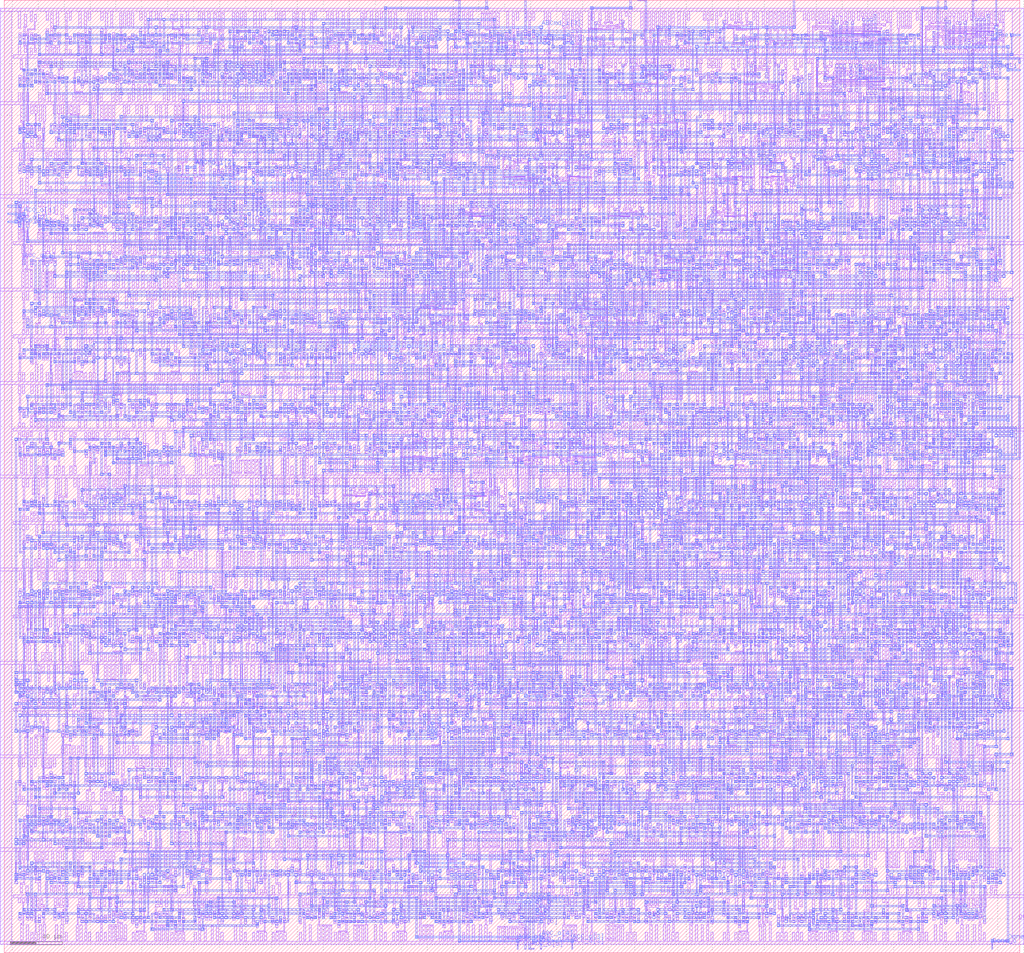
<source format=lef>
VERSION 5.7 ;
  NOWIREEXTENSIONATPIN ON ;
  DIVIDERCHAR "/" ;
  BUSBITCHARS "[]" ;
MACRO ALU_wrapper
  CLASS BLOCK ;
  FOREIGN ALU_wrapper ;
  ORIGIN 6.000 6.000 ;
  SIZE 783.000 BY 735.000 ;
  PIN gnd
    USE GROUND ;
    PORT
      LAYER metal1 ;
        RECT 4.800 686.700 6.600 694.800 ;
        RECT 13.800 686.700 15.600 691.800 ;
        RECT 31.800 686.700 33.600 691.800 ;
        RECT 43.800 686.700 45.600 690.600 ;
        RECT 53.400 686.700 55.200 691.800 ;
        RECT 73.800 686.700 75.600 691.800 ;
        RECT 83.700 686.700 85.500 690.600 ;
        RECT 91.200 686.700 93.000 693.600 ;
        RECT 103.800 686.700 105.600 691.800 ;
        RECT 110.400 686.700 112.200 690.600 ;
        RECT 125.400 686.700 127.200 691.800 ;
        RECT 134.400 686.700 136.200 694.800 ;
        RECT 148.800 686.700 150.600 691.800 ;
        RECT 158.700 686.700 160.500 693.600 ;
        RECT 170.700 686.700 172.500 690.600 ;
        RECT 178.200 686.700 180.000 693.600 ;
        RECT 188.400 686.700 190.200 691.800 ;
        RECT 208.500 686.700 210.300 693.600 ;
        RECT 217.800 686.700 219.600 690.600 ;
        RECT 223.800 687.600 225.600 690.600 ;
        RECT 224.400 686.700 225.600 687.600 ;
        RECT 232.800 686.700 234.600 690.600 ;
        RECT 247.800 686.700 249.600 691.800 ;
        RECT 254.400 686.700 256.200 690.600 ;
        RECT 260.400 686.700 262.200 690.600 ;
        RECT 271.800 686.700 273.600 690.600 ;
        RECT 278.400 686.700 280.200 691.800 ;
        RECT 290.400 686.700 292.200 690.600 ;
        RECT 296.400 686.700 298.200 690.600 ;
        RECT 305.700 686.700 307.500 690.600 ;
        RECT 313.200 686.700 315.000 693.600 ;
        RECT 320.400 686.700 322.200 691.800 ;
        RECT 337.800 686.700 339.600 693.600 ;
        RECT 343.800 686.700 345.600 693.600 ;
        RECT 347.700 686.700 349.500 693.600 ;
        RECT 364.800 686.700 366.600 693.600 ;
        RECT 373.200 686.700 375.000 693.600 ;
        RECT 383.400 686.700 385.200 691.800 ;
        RECT 395.700 686.700 397.500 693.600 ;
        RECT 410.400 686.700 412.200 690.600 ;
        RECT 427.800 686.700 429.600 693.600 ;
        RECT 434.700 686.700 436.500 693.600 ;
        RECT 447.150 686.700 448.950 690.600 ;
        RECT 456.450 686.700 458.250 690.600 ;
        RECT 463.350 686.700 465.150 690.600 ;
        RECT 472.350 686.700 474.150 690.600 ;
        RECT 484.800 686.700 486.600 693.600 ;
        RECT 490.800 686.700 492.600 693.600 ;
        RECT 496.800 686.700 498.600 693.600 ;
        RECT 502.800 686.700 504.600 693.600 ;
        RECT 508.800 686.700 510.600 693.600 ;
        RECT 515.400 686.700 517.200 691.800 ;
        RECT 538.500 686.700 540.300 693.600 ;
        RECT 545.850 686.700 547.650 690.600 ;
        RECT 554.850 686.700 556.650 690.600 ;
        RECT 561.750 686.700 563.550 690.600 ;
        RECT 571.050 686.700 572.850 690.600 ;
        RECT 578.400 686.700 580.200 693.600 ;
        RECT 584.400 686.700 586.200 693.600 ;
        RECT 590.400 686.700 592.200 693.600 ;
        RECT 596.400 686.700 598.200 693.600 ;
        RECT 602.400 686.700 604.200 693.600 ;
        RECT 610.200 686.700 612.000 690.600 ;
        RECT 622.500 686.700 624.300 693.600 ;
        RECT 645.000 686.700 646.800 690.600 ;
        RECT 652.500 686.700 654.300 690.600 ;
        RECT 671.100 686.700 672.900 693.600 ;
        RECT 683.700 686.700 685.500 690.600 ;
        RECT 691.200 686.700 693.000 693.600 ;
        RECT 697.200 686.700 699.000 690.600 ;
        RECT 709.500 686.700 711.300 693.600 ;
        RECT 732.000 686.700 733.800 690.600 ;
        RECT 739.500 686.700 741.300 690.600 ;
        RECT 758.100 686.700 759.900 693.600 ;
        RECT 771.300 686.700 780.300 722.700 ;
        RECT 0.600 684.300 780.300 686.700 ;
        RECT 10.500 677.400 12.300 684.300 ;
        RECT 25.800 679.200 27.600 684.300 ;
        RECT 32.700 677.400 34.500 684.300 ;
        RECT 55.500 674.400 57.300 684.300 ;
        RECT 67.500 677.400 69.300 684.300 ;
        RECT 82.500 677.400 84.300 684.300 ;
        RECT 94.800 679.200 96.600 684.300 ;
        RECT 101.400 680.400 103.200 684.300 ;
        RECT 107.400 680.400 109.200 684.300 ;
        RECT 121.800 679.200 123.600 684.300 ;
        RECT 128.700 677.400 130.500 684.300 ;
        RECT 151.800 679.200 153.600 684.300 ;
        RECT 160.800 680.400 162.600 684.300 ;
        RECT 166.800 680.400 168.600 684.300 ;
        RECT 181.800 679.200 183.600 684.300 ;
        RECT 196.800 679.200 198.600 684.300 ;
        RECT 208.800 680.400 210.600 684.300 ;
        RECT 220.800 679.200 222.600 684.300 ;
        RECT 228.000 677.400 229.800 684.300 ;
        RECT 236.400 677.400 238.200 684.300 ;
        RECT 259.500 674.400 261.300 684.300 ;
        RECT 271.500 677.400 273.300 684.300 ;
        RECT 286.800 679.200 288.600 684.300 ;
        RECT 293.700 677.400 295.500 684.300 ;
        RECT 316.500 674.400 318.300 684.300 ;
        RECT 328.500 677.400 330.300 684.300 ;
        RECT 337.800 677.400 339.600 684.300 ;
        RECT 346.200 677.400 348.000 684.300 ;
        RECT 358.800 679.200 360.600 684.300 ;
        RECT 365.700 677.400 367.500 684.300 ;
        RECT 380.400 680.400 382.200 684.300 ;
        RECT 386.400 680.400 388.200 684.300 ;
        RECT 392.400 680.400 394.200 684.300 ;
        RECT 404.700 677.400 406.500 684.300 ;
        RECT 416.400 680.400 418.200 684.300 ;
        RECT 433.500 677.400 435.300 684.300 ;
        RECT 437.400 680.400 439.200 684.300 ;
        RECT 457.800 679.200 459.600 684.300 ;
        RECT 467.850 680.400 469.650 684.300 ;
        RECT 476.850 680.400 478.650 684.300 ;
        RECT 483.750 680.400 485.550 684.300 ;
        RECT 493.050 680.400 494.850 684.300 ;
        RECT 503.400 679.200 505.200 684.300 ;
        RECT 515.700 677.400 517.500 684.300 ;
        RECT 527.400 680.400 529.200 684.300 ;
        RECT 539.400 679.200 541.200 684.300 ;
        RECT 559.500 677.400 561.300 684.300 ;
        RECT 567.150 680.400 568.950 684.300 ;
        RECT 576.450 680.400 578.250 684.300 ;
        RECT 583.350 680.400 585.150 684.300 ;
        RECT 592.350 680.400 594.150 684.300 ;
        RECT 607.500 677.400 609.300 684.300 ;
        RECT 613.200 680.400 615.000 684.300 ;
        RECT 625.500 677.400 627.300 684.300 ;
        RECT 648.000 680.400 649.800 684.300 ;
        RECT 655.500 680.400 657.300 684.300 ;
        RECT 674.100 677.400 675.900 684.300 ;
        RECT 686.700 677.400 688.500 684.300 ;
        RECT 706.800 679.200 708.600 684.300 ;
        RECT 718.800 680.400 720.600 684.300 ;
        RECT 724.800 680.400 726.600 684.300 ;
        RECT 739.500 674.400 741.300 684.300 ;
        RECT 746.400 680.400 748.200 684.300 ;
        RECT 755.400 680.400 757.200 684.300 ;
        RECT 4.800 614.700 6.600 618.600 ;
        RECT 10.800 614.700 12.600 618.600 ;
        RECT 18.900 614.700 20.700 621.600 ;
        RECT 37.500 614.700 39.300 621.600 ;
        RECT 41.700 614.700 43.500 624.600 ;
        RECT 59.400 614.700 61.200 618.600 ;
        RECT 69.000 614.700 70.800 621.600 ;
        RECT 76.500 614.700 78.300 618.600 ;
        RECT 88.800 614.700 90.600 618.600 ;
        RECT 100.800 614.700 102.600 619.800 ;
        RECT 115.800 614.700 117.600 619.800 ;
        RECT 125.700 614.700 127.500 618.600 ;
        RECT 133.200 614.700 135.000 621.600 ;
        RECT 148.800 614.700 150.600 619.800 ;
        RECT 163.800 614.700 165.600 619.800 ;
        RECT 178.800 614.700 180.600 619.800 ;
        RECT 188.700 614.700 190.500 621.600 ;
        RECT 205.800 614.700 207.600 621.600 ;
        RECT 214.200 614.700 216.000 621.600 ;
        RECT 225.300 614.700 227.100 621.600 ;
        RECT 241.500 614.700 243.300 621.600 ;
        RECT 253.800 614.700 255.600 619.800 ;
        RECT 261.000 614.700 262.800 621.600 ;
        RECT 269.400 614.700 271.200 621.600 ;
        RECT 278.700 614.700 280.500 621.600 ;
        RECT 295.800 614.700 297.600 621.600 ;
        RECT 307.800 614.700 309.600 619.800 ;
        RECT 319.800 614.700 321.600 618.600 ;
        RECT 331.500 614.700 333.300 621.600 ;
        RECT 341.400 614.700 343.200 619.800 ;
        RECT 350.400 614.700 352.200 622.800 ;
        RECT 362.700 614.700 364.500 621.600 ;
        RECT 371.700 614.700 373.500 621.600 ;
        RECT 391.800 614.700 393.600 619.800 ;
        RECT 406.500 614.700 408.300 621.600 ;
        RECT 416.850 614.700 418.650 618.600 ;
        RECT 425.850 614.700 427.650 618.600 ;
        RECT 432.750 614.700 434.550 618.600 ;
        RECT 442.050 614.700 443.850 618.600 ;
        RECT 460.800 614.700 462.600 619.800 ;
        RECT 467.700 614.700 469.500 621.600 ;
        RECT 482.850 614.700 484.650 618.600 ;
        RECT 491.850 614.700 493.650 618.600 ;
        RECT 498.750 614.700 500.550 618.600 ;
        RECT 508.050 614.700 509.850 618.600 ;
        RECT 518.700 614.700 520.500 621.600 ;
        RECT 538.500 614.700 540.300 621.600 ;
        RECT 550.800 614.700 552.600 619.800 ;
        RECT 565.500 614.700 567.300 621.600 ;
        RECT 577.800 614.700 579.600 619.800 ;
        RECT 587.700 614.700 589.500 621.600 ;
        RECT 599.400 614.700 601.200 619.800 ;
        RECT 615.150 614.700 616.950 618.600 ;
        RECT 624.450 614.700 626.250 618.600 ;
        RECT 631.350 614.700 633.150 618.600 ;
        RECT 640.350 614.700 642.150 618.600 ;
        RECT 652.800 614.700 654.600 618.600 ;
        RECT 658.800 615.600 660.600 618.600 ;
        RECT 659.400 614.700 660.600 615.600 ;
        RECT 670.800 614.700 672.600 619.800 ;
        RECT 685.800 614.700 687.600 619.800 ;
        RECT 703.800 614.700 705.600 620.100 ;
        RECT 710.400 614.700 712.200 618.600 ;
        RECT 724.800 614.700 726.600 621.600 ;
        RECT 733.200 614.700 735.000 621.600 ;
        RECT 740.400 614.700 742.200 618.600 ;
        RECT 757.800 614.700 759.600 619.800 ;
        RECT 771.300 614.700 780.300 684.300 ;
        RECT 0.600 612.300 780.300 614.700 ;
        RECT 8.400 607.200 10.200 612.300 ;
        RECT 28.800 608.400 30.600 612.300 ;
        RECT 35.400 607.200 37.200 612.300 ;
        RECT 58.500 605.400 60.300 612.300 ;
        RECT 65.700 602.400 67.500 612.300 ;
        RECT 83.700 608.400 85.500 612.300 ;
        RECT 91.200 605.400 93.000 612.300 ;
        RECT 100.800 608.400 102.600 612.300 ;
        RECT 104.700 605.400 106.500 612.300 ;
        RECT 116.400 608.400 118.200 612.300 ;
        RECT 130.500 605.400 132.300 612.300 ;
        RECT 143.700 605.400 145.500 612.300 ;
        RECT 160.500 605.400 162.300 612.300 ;
        RECT 166.800 608.400 168.600 612.300 ;
        RECT 172.800 608.400 174.600 612.300 ;
        RECT 181.800 608.400 183.600 612.300 ;
        RECT 185.700 605.400 187.500 612.300 ;
        RECT 205.800 607.200 207.600 612.300 ;
        RECT 213.000 605.400 214.800 612.300 ;
        RECT 221.400 605.400 223.200 612.300 ;
        RECT 230.700 605.400 232.500 612.300 ;
        RECT 248.400 607.200 250.200 612.300 ;
        RECT 270.300 605.400 272.100 612.300 ;
        RECT 289.500 602.400 291.300 612.300 ;
        RECT 301.800 607.200 303.600 612.300 ;
        RECT 308.400 608.400 310.200 612.300 ;
        RECT 314.400 608.400 316.200 612.300 ;
        RECT 328.800 608.400 330.600 612.300 ;
        RECT 335.400 607.200 337.200 612.300 ;
        RECT 347.400 608.400 349.200 612.300 ;
        RECT 364.800 608.400 366.600 612.300 ;
        RECT 368.400 608.400 370.200 612.300 ;
        RECT 381.150 608.400 382.950 612.300 ;
        RECT 390.450 608.400 392.250 612.300 ;
        RECT 397.350 608.400 399.150 612.300 ;
        RECT 406.350 608.400 408.150 612.300 ;
        RECT 416.850 608.400 418.650 612.300 ;
        RECT 425.850 608.400 427.650 612.300 ;
        RECT 432.750 608.400 434.550 612.300 ;
        RECT 442.050 608.400 443.850 612.300 ;
        RECT 449.700 605.400 451.500 612.300 ;
        RECT 469.800 607.200 471.600 612.300 ;
        RECT 476.400 608.400 478.200 612.300 ;
        RECT 490.500 605.400 492.300 612.300 ;
        RECT 502.500 605.400 504.300 612.300 ;
        RECT 520.500 605.400 522.300 612.300 ;
        RECT 532.800 607.200 534.600 612.300 ;
        RECT 542.850 608.400 544.650 612.300 ;
        RECT 551.850 608.400 553.650 612.300 ;
        RECT 558.750 608.400 560.550 612.300 ;
        RECT 568.050 608.400 569.850 612.300 ;
        RECT 579.150 608.400 580.950 612.300 ;
        RECT 588.450 608.400 590.250 612.300 ;
        RECT 595.350 608.400 597.150 612.300 ;
        RECT 604.350 608.400 606.150 612.300 ;
        RECT 616.800 608.400 618.600 612.300 ;
        RECT 628.500 605.400 630.300 612.300 ;
        RECT 635.700 605.400 637.500 612.300 ;
        RECT 649.800 608.400 651.600 612.300 ;
        RECT 655.800 608.400 657.600 612.300 ;
        RECT 660.000 605.400 661.800 612.300 ;
        RECT 667.500 608.400 669.300 612.300 ;
        RECT 677.400 607.200 679.200 612.300 ;
        RECT 694.800 608.400 696.600 612.300 ;
        RECT 698.400 608.400 700.200 612.300 ;
        RECT 704.400 608.400 706.200 612.300 ;
        RECT 710.400 608.400 712.200 612.300 ;
        RECT 722.400 608.400 724.200 612.300 ;
        RECT 728.400 608.400 730.200 612.300 ;
        RECT 737.400 607.200 739.200 612.300 ;
        RECT 750.000 605.400 751.800 612.300 ;
        RECT 757.500 608.400 759.300 612.300 ;
        RECT 7.500 542.700 9.300 549.600 ;
        RECT 25.800 542.700 27.600 547.800 ;
        RECT 35.400 542.700 37.200 547.800 ;
        RECT 50.700 542.700 52.500 546.600 ;
        RECT 58.200 542.700 60.000 549.600 ;
        RECT 65.400 542.700 67.200 547.800 ;
        RECT 78.000 542.700 79.800 549.600 ;
        RECT 85.500 542.700 87.300 546.600 ;
        RECT 100.800 542.700 102.600 547.800 ;
        RECT 115.800 542.700 117.600 547.800 ;
        RECT 128.400 542.700 130.200 547.800 ;
        RECT 148.800 542.700 150.600 547.800 ;
        RECT 158.700 542.700 160.500 546.600 ;
        RECT 166.200 542.700 168.000 549.600 ;
        RECT 173.400 542.700 175.200 547.800 ;
        RECT 193.500 542.700 195.300 549.600 ;
        RECT 199.800 542.700 201.600 546.600 ;
        RECT 205.800 542.700 207.600 546.600 ;
        RECT 220.500 542.700 222.300 549.600 ;
        RECT 232.800 542.700 234.600 547.800 ;
        RECT 240.000 542.700 241.800 549.600 ;
        RECT 248.400 542.700 250.200 549.600 ;
        RECT 257.700 542.700 259.500 549.600 ;
        RECT 275.400 542.700 277.200 547.800 ;
        RECT 294.300 542.700 296.100 549.600 ;
        RECT 307.800 542.700 309.600 549.600 ;
        RECT 314.400 542.700 316.200 547.800 ;
        RECT 331.500 542.700 333.300 549.600 ;
        RECT 341.850 542.700 343.650 546.600 ;
        RECT 350.850 542.700 352.650 546.600 ;
        RECT 357.750 542.700 359.550 546.600 ;
        RECT 367.050 542.700 368.850 546.600 ;
        RECT 374.400 542.700 376.200 546.600 ;
        RECT 386.400 542.700 388.200 547.800 ;
        RECT 401.700 542.700 403.500 549.600 ;
        RECT 421.800 542.700 423.600 547.800 ;
        RECT 434.400 542.700 436.200 547.800 ;
        RECT 454.500 542.700 456.300 549.600 ;
        RECT 462.150 542.700 463.950 546.600 ;
        RECT 471.450 542.700 473.250 546.600 ;
        RECT 478.350 542.700 480.150 546.600 ;
        RECT 487.350 542.700 489.150 546.600 ;
        RECT 500.700 542.700 502.500 549.600 ;
        RECT 514.500 542.700 516.300 549.600 ;
        RECT 526.500 542.700 528.300 549.600 ;
        RECT 536.850 542.700 538.650 546.600 ;
        RECT 545.850 542.700 547.650 546.600 ;
        RECT 552.750 542.700 554.550 546.600 ;
        RECT 562.050 542.700 563.850 546.600 ;
        RECT 572.700 542.700 574.500 549.600 ;
        RECT 592.800 542.700 594.600 547.800 ;
        RECT 599.400 542.700 601.200 546.600 ;
        RECT 605.400 542.700 607.200 546.600 ;
        RECT 617.400 542.700 619.200 547.800 ;
        RECT 629.400 542.700 631.200 546.600 ;
        RECT 646.800 542.700 648.600 546.600 ;
        RECT 653.700 542.700 655.500 549.600 ;
        RECT 665.400 542.700 667.200 546.600 ;
        RECT 671.400 542.700 673.200 546.600 ;
        RECT 678.000 542.700 679.800 549.600 ;
        RECT 686.400 542.700 688.200 549.600 ;
        RECT 698.400 542.700 700.200 547.800 ;
        RECT 710.700 542.700 712.500 552.600 ;
        RECT 727.800 542.700 729.600 549.600 ;
        RECT 733.800 542.700 735.600 549.600 ;
        RECT 744.900 542.700 746.700 549.600 ;
        RECT 771.300 542.700 780.300 612.300 ;
        RECT 0.600 540.300 780.300 542.700 ;
        RECT 10.500 533.400 12.300 540.300 ;
        RECT 23.700 536.400 25.500 540.300 ;
        RECT 31.200 533.400 33.000 540.300 ;
        RECT 43.800 536.400 45.600 540.300 ;
        RECT 55.800 535.200 57.600 540.300 ;
        RECT 70.500 533.400 72.300 540.300 ;
        RECT 82.800 535.200 84.600 540.300 ;
        RECT 97.800 535.200 99.600 540.300 ;
        RECT 104.700 533.400 106.500 540.300 ;
        RECT 117.000 533.400 118.800 540.300 ;
        RECT 124.500 536.400 126.300 540.300 ;
        RECT 136.800 536.400 138.600 540.300 ;
        RECT 143.700 536.400 145.500 540.300 ;
        RECT 151.200 533.400 153.000 540.300 ;
        RECT 155.400 536.400 157.200 540.300 ;
        RECT 165.000 533.400 166.800 540.300 ;
        RECT 172.500 536.400 174.300 540.300 ;
        RECT 185.400 535.200 187.200 540.300 ;
        RECT 200.400 536.400 202.200 540.300 ;
        RECT 206.400 536.400 208.200 540.300 ;
        RECT 212.400 536.400 214.200 540.300 ;
        RECT 218.400 536.400 220.200 540.300 ;
        RECT 226.800 536.400 228.600 540.300 ;
        RECT 232.800 536.400 234.600 540.300 ;
        RECT 237.000 533.400 238.800 540.300 ;
        RECT 245.400 533.400 247.200 540.300 ;
        RECT 254.700 533.400 256.500 540.300 ;
        RECT 273.300 533.400 275.100 540.300 ;
        RECT 289.800 535.200 291.600 540.300 ;
        RECT 297.000 533.400 298.800 540.300 ;
        RECT 305.400 533.400 307.200 540.300 ;
        RECT 317.700 533.400 319.500 540.300 ;
        RECT 333.900 533.400 335.700 540.300 ;
        RECT 347.400 535.200 349.200 540.300 ;
        RECT 362.400 536.400 364.200 540.300 ;
        RECT 368.400 536.400 370.200 540.300 ;
        RECT 382.800 535.200 384.600 540.300 ;
        RECT 389.700 533.400 391.500 540.300 ;
        RECT 412.800 535.200 414.600 540.300 ;
        RECT 419.400 536.400 421.200 540.300 ;
        RECT 428.700 533.400 430.500 540.300 ;
        RECT 443.700 536.400 445.500 540.300 ;
        RECT 451.200 533.400 453.000 540.300 ;
        RECT 458.400 535.200 460.200 540.300 ;
        RECT 470.700 533.400 472.500 540.300 ;
        RECT 485.850 536.400 487.650 540.300 ;
        RECT 494.850 536.400 496.650 540.300 ;
        RECT 501.750 536.400 503.550 540.300 ;
        RECT 511.050 536.400 512.850 540.300 ;
        RECT 521.400 535.200 523.200 540.300 ;
        RECT 533.700 533.400 535.500 540.300 ;
        RECT 548.700 533.400 550.500 540.300 ;
        RECT 560.400 535.200 562.200 540.300 ;
        RECT 575.850 536.400 577.650 540.300 ;
        RECT 584.850 536.400 586.650 540.300 ;
        RECT 591.750 536.400 593.550 540.300 ;
        RECT 601.050 536.400 602.850 540.300 ;
        RECT 614.400 535.200 616.200 540.300 ;
        RECT 626.700 533.400 628.500 540.300 ;
        RECT 641.700 533.400 643.500 540.300 ;
        RECT 653.700 533.400 655.500 540.300 ;
        RECT 665.700 533.400 667.500 540.300 ;
        RECT 679.800 533.400 681.600 540.300 ;
        RECT 685.800 533.400 687.600 540.300 ;
        RECT 691.800 533.400 693.600 540.300 ;
        RECT 697.800 533.400 699.600 540.300 ;
        RECT 703.800 533.400 705.600 540.300 ;
        RECT 712.800 536.400 714.600 540.300 ;
        RECT 716.400 536.400 718.200 540.300 ;
        RECT 722.400 536.400 724.200 540.300 ;
        RECT 728.700 533.400 730.500 540.300 ;
        RECT 743.400 536.400 745.200 540.300 ;
        RECT 757.500 533.400 759.300 540.300 ;
        RECT 10.800 470.700 12.600 474.600 ;
        RECT 22.500 470.700 24.300 477.600 ;
        RECT 32.700 470.700 34.500 474.600 ;
        RECT 40.200 470.700 42.000 477.600 ;
        RECT 55.500 470.700 57.300 480.600 ;
        RECT 67.500 470.700 69.300 477.600 ;
        RECT 71.700 470.700 73.500 480.600 ;
        RECT 89.400 470.700 91.200 475.800 ;
        RECT 109.500 470.700 111.300 477.600 ;
        RECT 121.800 470.700 123.600 475.800 ;
        RECT 134.400 470.700 136.200 475.800 ;
        RECT 154.800 470.700 156.600 475.800 ;
        RECT 169.800 470.700 171.600 475.800 ;
        RECT 176.400 470.700 178.200 474.600 ;
        RECT 188.700 470.700 190.500 474.600 ;
        RECT 196.200 470.700 198.000 477.600 ;
        RECT 200.700 470.700 202.500 477.600 ;
        RECT 215.400 470.700 217.200 474.600 ;
        RECT 227.400 470.700 229.200 476.100 ;
        RECT 253.800 470.700 255.600 475.800 ;
        RECT 265.800 470.700 267.600 474.600 ;
        RECT 271.800 470.700 273.600 474.600 ;
        RECT 280.800 470.700 282.600 474.600 ;
        RECT 286.800 470.700 288.600 474.600 ;
        RECT 295.800 470.700 297.600 477.600 ;
        RECT 304.200 470.700 306.000 477.600 ;
        RECT 311.850 470.700 313.650 474.600 ;
        RECT 320.850 470.700 322.650 474.600 ;
        RECT 327.750 470.700 329.550 474.600 ;
        RECT 337.050 470.700 338.850 474.600 ;
        RECT 347.700 470.700 349.500 477.600 ;
        RECT 356.700 470.700 358.500 477.600 ;
        RECT 376.800 470.700 378.600 475.800 ;
        RECT 394.800 470.700 396.600 475.800 ;
        RECT 408.300 470.700 410.100 477.600 ;
        RECT 421.800 470.700 423.600 477.600 ;
        RECT 428.850 470.700 430.650 474.600 ;
        RECT 437.850 470.700 439.650 474.600 ;
        RECT 444.750 470.700 446.550 474.600 ;
        RECT 454.050 470.700 455.850 474.600 ;
        RECT 463.800 470.700 465.600 477.600 ;
        RECT 469.800 470.700 471.600 477.600 ;
        RECT 475.800 470.700 477.600 477.600 ;
        RECT 481.800 470.700 483.600 477.600 ;
        RECT 487.800 470.700 489.600 477.600 ;
        RECT 499.800 470.700 501.600 475.800 ;
        RECT 511.800 470.700 513.600 474.600 ;
        RECT 515.700 470.700 517.500 477.600 ;
        RECT 530.700 470.700 532.500 474.600 ;
        RECT 538.200 470.700 540.000 477.600 ;
        RECT 553.500 470.700 555.300 480.600 ;
        RECT 557.400 470.700 559.200 474.600 ;
        RECT 563.400 470.700 565.200 474.600 ;
        RECT 569.700 470.700 571.500 477.600 ;
        RECT 582.000 470.700 583.800 477.600 ;
        RECT 590.400 470.700 592.200 477.600 ;
        RECT 607.500 470.700 609.300 477.600 ;
        RECT 614.400 470.700 616.200 474.600 ;
        RECT 620.400 470.700 622.200 474.600 ;
        RECT 631.800 470.700 633.600 474.600 ;
        RECT 641.400 470.700 643.200 475.800 ;
        RECT 664.800 470.700 666.600 476.100 ;
        RECT 671.400 470.700 673.200 474.600 ;
        RECT 677.400 470.700 679.200 474.600 ;
        RECT 683.700 470.700 685.500 477.600 ;
        RECT 703.800 470.700 705.600 475.800 ;
        RECT 713.400 470.700 715.200 475.800 ;
        RECT 725.400 470.700 727.200 474.600 ;
        RECT 731.400 470.700 733.200 474.600 ;
        RECT 745.800 470.700 747.600 474.600 ;
        RECT 751.800 471.600 753.600 474.600 ;
        RECT 752.400 470.700 753.600 471.600 ;
        RECT 759.900 470.700 761.700 477.600 ;
        RECT 771.300 470.700 780.300 540.300 ;
        RECT 0.600 468.300 780.300 470.700 ;
        RECT 7.800 464.400 9.600 468.300 ;
        RECT 19.800 463.200 21.600 468.300 ;
        RECT 30.900 461.400 32.700 468.300 ;
        RECT 55.500 458.400 57.300 468.300 ;
        RECT 59.400 464.400 61.200 468.300 ;
        RECT 73.800 464.400 75.600 468.300 ;
        RECT 80.700 458.400 82.500 468.300 ;
        RECT 98.400 464.400 100.200 468.300 ;
        RECT 115.500 461.400 117.300 468.300 ;
        RECT 119.700 458.400 121.500 468.300 ;
        RECT 137.400 464.400 139.200 468.300 ;
        RECT 149.400 463.200 151.200 468.300 ;
        RECT 164.700 458.400 166.500 468.300 ;
        RECT 181.800 464.400 183.600 468.300 ;
        RECT 187.800 464.400 189.600 468.300 ;
        RECT 191.400 464.400 193.200 468.300 ;
        RECT 197.400 464.400 199.200 468.300 ;
        RECT 206.700 461.400 208.500 468.300 ;
        RECT 218.400 464.400 220.200 468.300 ;
        RECT 224.400 464.400 226.200 468.300 ;
        RECT 230.400 464.400 232.200 468.300 ;
        RECT 236.400 464.400 238.200 468.300 ;
        RECT 246.900 461.400 248.700 468.300 ;
        RECT 259.800 464.400 261.600 468.300 ;
        RECT 265.800 464.400 267.600 468.300 ;
        RECT 272.400 464.400 274.200 468.300 ;
        RECT 278.400 464.400 280.200 468.300 ;
        RECT 287.400 464.400 289.200 468.300 ;
        RECT 296.700 461.400 298.500 468.300 ;
        RECT 308.400 464.400 310.200 468.300 ;
        RECT 318.000 461.400 319.800 468.300 ;
        RECT 326.400 461.400 328.200 468.300 ;
        RECT 336.000 461.400 337.800 468.300 ;
        RECT 343.500 464.400 345.300 468.300 ;
        RECT 353.700 464.400 355.500 468.300 ;
        RECT 361.200 461.400 363.000 468.300 ;
        RECT 368.850 464.400 370.650 468.300 ;
        RECT 377.850 464.400 379.650 468.300 ;
        RECT 384.750 464.400 386.550 468.300 ;
        RECT 394.050 464.400 395.850 468.300 ;
        RECT 407.700 464.400 409.500 468.300 ;
        RECT 415.200 461.400 417.000 468.300 ;
        RECT 422.400 463.200 424.200 468.300 ;
        RECT 436.800 461.400 438.600 468.300 ;
        RECT 442.800 461.400 444.600 468.300 ;
        RECT 448.800 461.400 450.600 468.300 ;
        RECT 454.800 461.400 456.600 468.300 ;
        RECT 460.800 461.400 462.600 468.300 ;
        RECT 475.500 461.400 477.300 468.300 ;
        RECT 487.500 461.400 489.300 468.300 ;
        RECT 499.500 461.400 501.300 468.300 ;
        RECT 503.700 458.400 505.500 468.300 ;
        RECT 529.500 458.400 531.300 468.300 ;
        RECT 541.800 464.400 543.600 468.300 ;
        RECT 556.800 463.200 558.600 468.300 ;
        RECT 563.400 464.400 565.200 468.300 ;
        RECT 575.400 463.200 577.200 468.300 ;
        RECT 601.500 458.400 603.300 468.300 ;
        RECT 608.700 464.400 610.500 468.300 ;
        RECT 616.200 461.400 618.000 468.300 ;
        RECT 625.800 461.400 627.600 468.300 ;
        RECT 634.200 461.400 636.000 468.300 ;
        RECT 646.500 461.400 648.300 468.300 ;
        RECT 650.400 464.400 652.200 468.300 ;
        RECT 662.400 463.200 664.200 468.300 ;
        RECT 685.500 458.400 687.300 468.300 ;
        RECT 697.800 464.400 699.600 468.300 ;
        RECT 702.000 461.400 703.800 468.300 ;
        RECT 709.500 464.400 711.300 468.300 ;
        RECT 719.400 464.400 721.200 468.300 ;
        RECT 725.400 464.400 727.200 468.300 ;
        RECT 734.400 467.400 735.600 468.300 ;
        RECT 734.400 464.400 736.200 467.400 ;
        RECT 740.400 464.400 742.200 468.300 ;
        RECT 752.400 463.200 754.200 468.300 ;
        RECT 7.800 398.700 9.600 402.600 ;
        RECT 19.800 398.700 21.600 403.800 ;
        RECT 32.400 398.700 34.200 403.800 ;
        RECT 55.500 398.700 57.300 405.600 ;
        RECT 70.500 398.700 72.300 408.600 ;
        RECT 74.700 398.700 76.500 408.600 ;
        RECT 97.500 398.700 99.300 405.600 ;
        RECT 101.700 398.700 103.500 408.600 ;
        RECT 124.500 398.700 126.300 405.600 ;
        RECT 135.900 398.700 137.700 405.600 ;
        RECT 149.400 398.700 151.200 403.800 ;
        RECT 161.700 398.700 163.500 405.600 ;
        RECT 173.700 398.700 175.500 408.600 ;
        RECT 188.700 398.700 190.500 405.600 ;
        RECT 203.400 398.700 205.200 402.600 ;
        RECT 215.400 398.700 217.200 403.800 ;
        RECT 230.400 398.700 232.200 403.800 ;
        RECT 245.400 398.700 247.200 402.600 ;
        RECT 254.700 398.700 256.500 405.600 ;
        RECT 269.400 398.700 271.200 403.800 ;
        RECT 284.700 398.700 286.500 402.600 ;
        RECT 292.200 398.700 294.000 405.600 ;
        RECT 307.800 398.700 309.600 403.800 ;
        RECT 322.800 398.700 324.600 403.800 ;
        RECT 337.800 398.700 339.600 403.800 ;
        RECT 344.700 398.700 346.500 405.600 ;
        RECT 359.700 398.700 361.500 402.600 ;
        RECT 367.200 398.700 369.000 405.600 ;
        RECT 379.800 398.700 381.600 403.800 ;
        RECT 391.800 398.700 393.600 405.600 ;
        RECT 397.800 398.700 399.600 405.600 ;
        RECT 406.800 398.700 408.600 405.600 ;
        RECT 415.200 398.700 417.000 405.600 ;
        RECT 419.400 398.700 421.200 402.600 ;
        RECT 431.700 398.700 433.500 405.600 ;
        RECT 445.500 398.700 447.300 405.600 ;
        RECT 463.500 398.700 465.300 405.600 ;
        RECT 472.800 398.700 474.600 402.600 ;
        RECT 484.800 398.700 486.600 403.800 ;
        RECT 505.800 398.700 507.600 402.600 ;
        RECT 511.800 398.700 513.900 402.600 ;
        RECT 529.800 398.700 531.600 403.800 ;
        RECT 536.400 398.700 538.200 402.600 ;
        RECT 548.700 398.700 550.500 405.600 ;
        RECT 571.500 398.700 573.300 408.600 ;
        RECT 578.700 398.700 580.500 402.600 ;
        RECT 586.200 398.700 588.000 405.600 ;
        RECT 598.800 398.700 600.600 403.800 ;
        RECT 608.400 398.700 610.200 403.800 ;
        RECT 631.500 398.700 633.300 408.600 ;
        RECT 636.000 398.700 637.800 405.600 ;
        RECT 643.500 398.700 645.300 402.600 ;
        RECT 651.000 398.700 652.800 405.600 ;
        RECT 659.400 398.700 661.200 405.600 ;
        RECT 676.500 398.700 678.300 405.600 ;
        RECT 683.700 398.700 685.500 402.600 ;
        RECT 691.200 398.700 693.000 405.600 ;
        RECT 695.700 398.700 697.500 408.600 ;
        RECT 713.700 398.700 715.500 402.600 ;
        RECT 721.200 398.700 723.000 405.600 ;
        RECT 725.700 398.700 727.500 408.600 ;
        RECT 740.700 398.700 742.500 408.600 ;
        RECT 771.300 398.700 780.300 468.300 ;
        RECT 0.600 396.300 780.300 398.700 ;
        RECT 7.800 392.400 9.600 396.300 ;
        RECT 14.400 395.400 15.600 396.300 ;
        RECT 13.800 392.400 15.600 395.400 ;
        RECT 25.500 389.400 27.300 396.300 ;
        RECT 32.700 389.400 34.500 396.300 ;
        RECT 44.400 392.400 46.200 396.300 ;
        RECT 61.800 391.200 63.600 396.300 ;
        RECT 73.800 392.400 75.600 396.300 ;
        RECT 81.000 389.400 82.800 396.300 ;
        RECT 88.500 392.400 90.300 396.300 ;
        RECT 95.700 386.400 97.500 396.300 ;
        RECT 110.700 386.400 112.500 396.300 ;
        RECT 130.800 392.400 132.600 396.300 ;
        RECT 142.800 392.400 144.600 396.300 ;
        RECT 149.400 395.400 150.600 396.300 ;
        RECT 148.800 392.400 150.600 395.400 ;
        RECT 152.700 386.400 154.500 396.300 ;
        RECT 181.800 392.400 183.600 396.300 ;
        RECT 187.800 392.400 189.900 396.300 ;
        RECT 194.400 392.400 196.200 396.300 ;
        RECT 209.400 391.200 211.200 396.300 ;
        RECT 224.400 391.200 226.200 396.300 ;
        RECT 242.700 392.400 244.500 396.300 ;
        RECT 250.200 389.400 252.000 396.300 ;
        RECT 262.800 391.200 264.600 396.300 ;
        RECT 274.800 389.400 276.600 396.300 ;
        RECT 283.200 389.400 285.000 396.300 ;
        RECT 295.800 392.400 297.600 396.300 ;
        RECT 303.150 392.400 304.950 396.300 ;
        RECT 312.450 392.400 314.250 396.300 ;
        RECT 319.350 392.400 321.150 396.300 ;
        RECT 328.350 392.400 330.150 396.300 ;
        RECT 338.700 392.400 340.500 396.300 ;
        RECT 346.200 389.400 348.000 396.300 ;
        RECT 358.800 389.400 360.600 396.300 ;
        RECT 367.200 389.400 369.000 396.300 ;
        RECT 376.800 392.400 378.600 396.300 ;
        RECT 383.850 392.400 385.650 396.300 ;
        RECT 392.850 392.400 394.650 396.300 ;
        RECT 399.750 392.400 401.550 396.300 ;
        RECT 409.050 392.400 410.850 396.300 ;
        RECT 419.850 392.400 421.650 396.300 ;
        RECT 428.850 392.400 430.650 396.300 ;
        RECT 435.750 392.400 437.550 396.300 ;
        RECT 445.050 392.400 446.850 396.300 ;
        RECT 460.800 391.200 462.600 396.300 ;
        RECT 470.700 392.400 472.500 396.300 ;
        RECT 478.200 389.400 480.000 396.300 ;
        RECT 482.700 386.400 484.500 396.300 ;
        RECT 500.400 392.400 502.200 396.300 ;
        RECT 516.900 389.400 518.700 396.300 ;
        RECT 532.800 392.400 534.600 396.300 ;
        RECT 547.500 386.400 549.300 396.300 ;
        RECT 565.500 386.400 567.300 396.300 ;
        RECT 577.800 391.200 579.600 396.300 ;
        RECT 590.400 391.200 592.200 396.300 ;
        RECT 602.400 392.400 604.200 396.300 ;
        RECT 622.500 386.400 624.300 396.300 ;
        RECT 626.700 386.400 628.500 396.300 ;
        RECT 652.500 386.400 654.300 396.300 ;
        RECT 661.800 392.400 663.600 396.300 ;
        RECT 673.800 391.200 675.600 396.300 ;
        RECT 686.700 392.400 688.500 396.300 ;
        RECT 694.200 389.400 696.000 396.300 ;
        RECT 709.500 386.400 711.300 396.300 ;
        RECT 719.400 391.200 721.200 396.300 ;
        RECT 736.800 392.400 738.600 396.300 ;
        RECT 743.400 391.200 745.200 396.300 ;
        RECT 10.800 326.700 12.600 330.600 ;
        RECT 17.400 326.700 19.200 331.800 ;
        RECT 34.800 326.700 36.600 330.600 ;
        RECT 40.800 327.600 42.600 330.600 ;
        RECT 41.400 326.700 42.600 327.600 ;
        RECT 51.900 326.700 53.700 333.600 ;
        RECT 62.700 326.700 64.500 336.600 ;
        RECT 77.700 326.700 79.500 336.600 ;
        RECT 95.400 326.700 97.200 331.800 ;
        RECT 121.500 326.700 123.300 336.600 ;
        RECT 125.400 326.700 127.200 330.600 ;
        RECT 135.000 326.700 136.800 333.600 ;
        RECT 142.500 326.700 144.300 330.600 ;
        RECT 152.400 326.700 154.200 331.800 ;
        RECT 172.800 326.700 174.600 330.600 ;
        RECT 181.800 326.700 183.600 330.600 ;
        RECT 187.800 326.700 189.600 330.600 ;
        RECT 196.800 326.700 198.600 330.600 ;
        RECT 203.700 326.700 205.500 330.600 ;
        RECT 211.200 326.700 213.000 333.600 ;
        RECT 215.400 326.700 217.200 330.600 ;
        RECT 221.400 326.700 223.200 330.600 ;
        RECT 232.800 326.700 234.600 333.600 ;
        RECT 241.200 326.700 243.000 333.600 ;
        RECT 250.800 326.700 252.600 330.600 ;
        RECT 258.150 326.700 259.950 330.600 ;
        RECT 267.450 326.700 269.250 330.600 ;
        RECT 274.350 326.700 276.150 330.600 ;
        RECT 283.350 326.700 285.150 330.600 ;
        RECT 293.700 326.700 295.500 333.600 ;
        RECT 313.800 326.700 315.600 331.800 ;
        RECT 325.800 326.700 327.600 333.600 ;
        RECT 334.200 326.700 336.000 333.600 ;
        RECT 343.800 326.700 345.600 330.600 ;
        RECT 351.150 326.700 352.950 330.600 ;
        RECT 360.450 326.700 362.250 330.600 ;
        RECT 367.350 326.700 369.150 330.600 ;
        RECT 376.350 326.700 378.150 330.600 ;
        RECT 390.900 326.700 392.700 333.600 ;
        RECT 412.500 326.700 414.300 333.600 ;
        RECT 424.800 326.700 426.600 330.600 ;
        RECT 431.400 326.700 433.200 331.800 ;
        RECT 451.500 326.700 453.300 333.600 ;
        RECT 463.800 326.700 465.600 330.600 ;
        RECT 467.700 326.700 469.500 333.600 ;
        RECT 479.400 326.700 481.200 330.600 ;
        RECT 485.400 326.700 487.200 330.600 ;
        RECT 505.500 326.700 507.300 336.600 ;
        RECT 517.800 326.700 519.600 331.800 ;
        RECT 527.400 326.700 529.200 331.800 ;
        RECT 540.000 326.700 541.800 333.600 ;
        RECT 547.500 326.700 549.300 330.600 ;
        RECT 562.800 326.700 564.600 331.800 ;
        RECT 583.800 326.700 585.600 330.600 ;
        RECT 589.800 326.700 591.900 330.600 ;
        RECT 596.400 326.700 598.200 330.600 ;
        RECT 608.700 326.700 610.500 330.600 ;
        RECT 616.200 326.700 618.000 333.600 ;
        RECT 623.700 326.700 625.500 336.600 ;
        RECT 641.400 326.700 643.200 331.800 ;
        RECT 656.700 326.700 658.500 330.600 ;
        RECT 664.200 326.700 666.000 333.600 ;
        RECT 679.500 326.700 681.300 336.600 ;
        RECT 697.500 326.700 699.300 336.600 ;
        RECT 715.500 326.700 717.300 336.600 ;
        RECT 730.800 326.700 732.600 331.800 ;
        RECT 740.400 326.700 742.200 331.800 ;
        RECT 752.700 326.700 754.500 336.600 ;
        RECT 771.300 326.700 780.300 396.300 ;
        RECT 0.600 324.300 780.300 326.700 ;
        RECT 10.800 320.400 12.600 324.300 ;
        RECT 22.500 317.400 24.300 324.300 ;
        RECT 26.700 317.400 28.500 324.300 ;
        RECT 41.700 314.400 43.500 324.300 ;
        RECT 56.700 317.400 58.500 324.300 ;
        RECT 76.800 319.200 78.600 324.300 ;
        RECT 83.700 317.400 85.500 324.300 ;
        RECT 95.400 323.400 96.600 324.300 ;
        RECT 95.400 320.400 97.200 323.400 ;
        RECT 101.400 320.400 103.200 324.300 ;
        RECT 121.500 317.400 123.300 324.300 ;
        RECT 136.500 314.400 138.300 324.300 ;
        RECT 140.400 320.400 142.200 324.300 ;
        RECT 146.400 320.400 148.200 324.300 ;
        RECT 158.700 320.400 160.500 324.300 ;
        RECT 166.200 317.400 168.000 324.300 ;
        RECT 176.700 320.400 178.500 324.300 ;
        RECT 184.200 317.400 186.000 324.300 ;
        RECT 191.400 319.200 193.200 324.300 ;
        RECT 203.700 317.400 205.500 324.300 ;
        RECT 216.000 317.400 217.800 324.300 ;
        RECT 224.400 317.400 226.200 324.300 ;
        RECT 237.000 317.400 238.800 324.300 ;
        RECT 244.500 320.400 246.300 324.300 ;
        RECT 259.800 319.200 261.600 324.300 ;
        RECT 269.400 319.200 271.200 324.300 ;
        RECT 281.400 320.400 283.200 324.300 ;
        RECT 301.500 314.400 303.300 324.300 ;
        RECT 307.800 320.400 309.600 324.300 ;
        RECT 313.800 320.400 315.600 324.300 ;
        RECT 320.400 319.200 322.200 324.300 ;
        RECT 335.700 317.400 337.500 324.300 ;
        RECT 347.700 317.400 349.500 324.300 ;
        RECT 359.700 317.400 361.500 324.300 ;
        RECT 375.900 317.400 377.700 324.300 ;
        RECT 392.700 317.400 394.500 324.300 ;
        RECT 404.700 317.400 406.500 324.300 ;
        RECT 421.800 319.200 423.600 324.300 ;
        RECT 439.500 317.400 441.300 324.300 ;
        RECT 443.400 320.400 445.200 324.300 ;
        RECT 452.700 314.400 454.500 324.300 ;
        RECT 467.700 317.400 469.500 324.300 ;
        RECT 479.700 314.400 481.500 324.300 ;
        RECT 502.500 317.400 504.300 324.300 ;
        RECT 510.900 317.400 512.700 324.300 ;
        RECT 529.500 317.400 531.300 324.300 ;
        RECT 536.700 320.400 538.500 324.300 ;
        RECT 544.200 317.400 546.000 324.300 ;
        RECT 556.500 317.400 558.300 324.300 ;
        RECT 571.500 314.400 573.300 324.300 ;
        RECT 575.400 320.400 577.200 324.300 ;
        RECT 592.800 319.200 594.600 324.300 ;
        RECT 605.400 319.200 607.200 324.300 ;
        RECT 623.700 320.400 625.500 324.300 ;
        RECT 631.200 317.400 633.000 324.300 ;
        RECT 649.500 314.400 651.300 324.300 ;
        RECT 664.500 314.400 666.300 324.300 ;
        RECT 671.700 320.400 673.500 324.300 ;
        RECT 679.200 317.400 681.000 324.300 ;
        RECT 697.500 314.400 699.300 324.300 ;
        RECT 701.700 317.400 703.500 324.300 ;
        RECT 724.500 314.400 726.300 324.300 ;
        RECT 729.000 317.400 730.800 324.300 ;
        RECT 736.500 320.400 738.300 324.300 ;
        RECT 747.000 317.400 748.800 324.300 ;
        RECT 754.500 320.400 756.300 324.300 ;
        RECT 10.800 254.700 12.600 259.800 ;
        RECT 25.500 254.700 27.300 261.600 ;
        RECT 32.700 254.700 34.500 264.600 ;
        RECT 55.500 254.700 57.300 261.600 ;
        RECT 59.700 254.700 61.500 264.600 ;
        RECT 77.700 254.700 79.500 258.600 ;
        RECT 85.200 254.700 87.000 261.600 ;
        RECT 92.700 254.700 94.500 261.600 ;
        RECT 109.800 254.700 111.600 258.600 ;
        RECT 115.800 254.700 117.600 258.600 ;
        RECT 127.800 254.700 129.600 259.800 ;
        RECT 137.400 254.700 139.200 260.100 ;
        RECT 155.700 254.700 157.500 258.600 ;
        RECT 163.200 254.700 165.000 261.600 ;
        RECT 167.400 254.700 169.200 258.600 ;
        RECT 173.400 254.700 175.200 258.600 ;
        RECT 179.400 254.700 181.200 258.600 ;
        RECT 185.400 254.700 187.200 258.600 ;
        RECT 194.700 254.700 196.500 261.600 ;
        RECT 206.700 254.700 208.500 261.600 ;
        RECT 221.700 254.700 223.500 261.600 ;
        RECT 233.700 254.700 235.500 261.600 ;
        RECT 245.400 254.700 247.200 261.600 ;
        RECT 260.700 254.700 262.500 258.600 ;
        RECT 268.200 254.700 270.000 261.600 ;
        RECT 280.500 254.700 282.300 261.600 ;
        RECT 289.800 254.700 291.600 261.600 ;
        RECT 295.800 254.700 297.600 261.600 ;
        RECT 299.400 254.700 301.200 261.600 ;
        RECT 313.800 254.700 315.600 261.600 ;
        RECT 320.700 254.700 322.500 261.600 ;
        RECT 340.500 254.700 342.300 264.600 ;
        RECT 352.500 254.700 354.300 261.600 ;
        RECT 362.700 254.700 364.500 258.600 ;
        RECT 370.200 254.700 372.000 261.600 ;
        RECT 374.700 254.700 376.500 261.600 ;
        RECT 389.700 254.700 391.500 261.600 ;
        RECT 405.300 254.700 407.100 261.600 ;
        RECT 413.400 254.700 415.200 261.600 ;
        RECT 428.700 254.700 430.500 261.600 ;
        RECT 444.300 254.700 446.100 261.600 ;
        RECT 456.900 254.700 458.700 261.600 ;
        RECT 475.800 254.700 477.600 261.600 ;
        RECT 484.200 254.700 486.000 261.600 ;
        RECT 495.300 254.700 497.100 261.600 ;
        RECT 503.700 254.700 505.500 261.600 ;
        RECT 518.400 254.700 520.200 259.800 ;
        RECT 530.700 254.700 532.500 261.600 ;
        RECT 545.400 254.700 547.200 259.800 ;
        RECT 557.400 254.700 559.200 258.600 ;
        RECT 563.400 254.700 565.200 258.600 ;
        RECT 572.700 254.700 574.500 261.600 ;
        RECT 589.500 254.700 591.300 261.600 ;
        RECT 594.000 254.700 595.800 261.600 ;
        RECT 602.400 254.700 604.200 261.600 ;
        RECT 616.800 254.700 618.600 258.600 ;
        RECT 622.800 254.700 624.600 258.600 ;
        RECT 626.700 254.700 628.500 261.600 ;
        RECT 649.500 254.700 651.300 261.600 ;
        RECT 656.400 254.700 658.200 259.800 ;
        RECT 668.400 254.700 670.200 258.600 ;
        RECT 680.700 254.700 682.500 258.600 ;
        RECT 688.200 254.700 690.000 261.600 ;
        RECT 697.800 254.700 699.600 258.600 ;
        RECT 704.400 254.700 706.200 259.800 ;
        RECT 719.400 254.700 721.200 259.800 ;
        RECT 742.500 254.700 744.300 264.600 ;
        RECT 746.700 254.700 748.500 264.600 ;
        RECT 771.300 254.700 780.300 324.300 ;
        RECT 0.600 252.300 780.300 254.700 ;
        RECT 10.800 248.400 12.600 252.300 ;
        RECT 17.400 251.400 18.600 252.300 ;
        RECT 16.800 248.400 18.600 251.400 ;
        RECT 28.500 245.400 30.300 252.300 ;
        RECT 37.800 248.400 39.600 252.300 ;
        RECT 44.400 251.400 45.600 252.300 ;
        RECT 43.800 248.400 45.600 251.400 ;
        RECT 58.800 247.200 60.600 252.300 ;
        RECT 70.800 248.400 72.600 252.300 ;
        RECT 74.700 242.400 76.500 252.300 ;
        RECT 97.500 245.400 99.300 252.300 ;
        RECT 109.500 245.400 111.300 252.300 ;
        RECT 113.400 248.400 115.200 252.300 ;
        RECT 119.400 248.400 121.200 252.300 ;
        RECT 128.400 246.900 130.200 252.300 ;
        RECT 143.400 248.400 145.200 252.300 ;
        RECT 149.400 248.400 151.200 252.300 ;
        RECT 163.800 248.400 165.600 252.300 ;
        RECT 172.800 248.400 174.600 252.300 ;
        RECT 178.800 248.400 180.600 252.300 ;
        RECT 184.800 248.400 186.600 252.300 ;
        RECT 188.700 245.400 190.500 252.300 ;
        RECT 205.800 245.400 207.600 252.300 ;
        RECT 214.200 245.400 216.000 252.300 ;
        RECT 225.900 245.400 227.700 252.300 ;
        RECT 236.700 245.400 238.500 252.300 ;
        RECT 256.800 247.200 258.600 252.300 ;
        RECT 274.800 247.200 276.600 252.300 ;
        RECT 288.300 245.400 290.100 252.300 ;
        RECT 300.000 245.400 301.800 252.300 ;
        RECT 308.400 245.400 310.200 252.300 ;
        RECT 322.500 245.400 324.300 252.300 ;
        RECT 333.900 245.400 335.700 252.300 ;
        RECT 349.500 245.400 351.300 252.300 ;
        RECT 361.800 245.400 363.600 252.300 ;
        RECT 369.900 245.400 371.700 252.300 ;
        RECT 387.900 245.400 389.700 252.300 ;
        RECT 398.700 245.400 400.500 252.300 ;
        RECT 418.800 247.200 420.600 252.300 ;
        RECT 425.700 245.400 427.500 252.300 ;
        RECT 445.800 247.200 447.600 252.300 ;
        RECT 466.500 242.400 468.300 252.300 ;
        RECT 470.700 245.400 472.500 252.300 ;
        RECT 490.800 247.200 492.600 252.300 ;
        RECT 505.500 245.400 507.300 252.300 ;
        RECT 509.400 248.400 511.200 252.300 ;
        RECT 519.000 245.400 520.800 252.300 ;
        RECT 527.400 245.400 529.200 252.300 ;
        RECT 542.400 247.200 544.200 252.300 ;
        RECT 554.700 242.400 556.500 252.300 ;
        RECT 580.500 245.400 582.300 252.300 ;
        RECT 586.800 248.400 588.600 252.300 ;
        RECT 592.800 248.400 594.600 252.300 ;
        RECT 607.500 245.400 609.300 252.300 ;
        RECT 611.400 251.400 612.600 252.300 ;
        RECT 611.400 248.400 613.200 251.400 ;
        RECT 617.400 248.400 619.200 252.300 ;
        RECT 632.700 248.400 634.500 252.300 ;
        RECT 640.200 245.400 642.000 252.300 ;
        RECT 652.500 245.400 654.300 252.300 ;
        RECT 660.900 245.400 662.700 252.300 ;
        RECT 672.000 245.400 673.800 252.300 ;
        RECT 680.400 245.400 682.200 252.300 ;
        RECT 697.800 247.200 699.600 252.300 ;
        RECT 707.400 247.200 709.200 252.300 ;
        RECT 719.700 242.400 721.500 252.300 ;
        RECT 737.700 242.400 739.500 252.300 ;
        RECT 766.500 242.400 768.300 252.300 ;
        RECT 10.800 182.700 12.600 187.800 ;
        RECT 22.800 182.700 24.600 186.600 ;
        RECT 29.400 182.700 31.200 187.800 ;
        RECT 41.700 182.700 43.500 192.600 ;
        RECT 64.800 182.700 66.600 186.600 ;
        RECT 71.700 182.700 73.500 186.600 ;
        RECT 79.200 182.700 81.000 189.600 ;
        RECT 83.700 182.700 85.500 189.600 ;
        RECT 106.800 182.700 108.600 187.800 ;
        RECT 118.800 182.700 120.600 186.600 ;
        RECT 124.800 182.700 126.600 186.600 ;
        RECT 133.800 182.700 135.600 186.600 ;
        RECT 144.300 182.700 146.100 189.600 ;
        RECT 155.400 182.700 157.200 187.800 ;
        RECT 169.800 182.700 171.600 186.600 ;
        RECT 175.800 182.700 177.600 186.600 ;
        RECT 182.400 182.700 184.200 188.100 ;
        RECT 197.700 182.700 199.500 189.600 ;
        RECT 209.700 182.700 211.500 189.600 ;
        RECT 221.700 182.700 223.500 189.600 ;
        RECT 234.000 182.700 235.800 189.600 ;
        RECT 242.400 182.700 244.200 189.600 ;
        RECT 254.700 182.700 256.500 186.600 ;
        RECT 262.200 182.700 264.000 189.600 ;
        RECT 277.500 182.700 279.300 192.600 ;
        RECT 281.700 182.700 283.500 189.600 ;
        RECT 296.700 182.700 298.500 189.600 ;
        RECT 312.900 182.700 314.700 189.600 ;
        RECT 331.500 182.700 333.300 189.600 ;
        RECT 346.800 182.700 348.600 187.800 ;
        RECT 353.700 182.700 355.500 192.600 ;
        RECT 376.800 182.700 378.600 187.800 ;
        RECT 385.800 182.700 387.600 186.600 ;
        RECT 391.800 182.700 393.600 186.600 ;
        RECT 398.700 182.700 400.500 186.600 ;
        RECT 406.200 182.700 408.000 189.600 ;
        RECT 412.800 182.700 414.600 186.600 ;
        RECT 418.800 182.700 420.600 186.600 ;
        RECT 430.500 182.700 432.300 189.600 ;
        RECT 443.400 182.700 445.200 187.800 ;
        RECT 463.500 182.700 465.300 189.600 ;
        RECT 467.700 182.700 469.500 192.600 ;
        RECT 485.400 182.700 487.200 187.800 ;
        RECT 500.400 182.700 502.200 187.800 ;
        RECT 515.400 182.700 517.200 186.600 ;
        RECT 524.400 182.700 526.200 186.600 ;
        RECT 533.700 182.700 535.500 192.600 ;
        RECT 556.500 182.700 558.300 189.600 ;
        RECT 564.900 182.700 566.700 189.600 ;
        RECT 576.000 182.700 577.800 189.600 ;
        RECT 584.400 182.700 586.200 189.600 ;
        RECT 600.900 182.700 602.700 189.600 ;
        RECT 614.400 182.700 616.200 187.800 ;
        RECT 626.400 182.700 628.200 186.600 ;
        RECT 635.700 182.700 637.500 189.600 ;
        RECT 647.700 182.700 649.500 192.600 ;
        RECT 666.000 182.700 667.800 189.600 ;
        RECT 673.500 182.700 675.300 186.600 ;
        RECT 680.700 182.700 682.500 192.600 ;
        RECT 696.000 182.700 697.800 189.600 ;
        RECT 703.500 182.700 705.300 186.600 ;
        RECT 713.400 182.700 715.200 187.800 ;
        RECT 725.700 182.700 727.500 192.600 ;
        RECT 740.700 182.700 742.500 192.600 ;
        RECT 763.800 182.700 765.600 187.800 ;
        RECT 771.300 182.700 780.300 252.300 ;
        RECT 0.600 180.300 780.300 182.700 ;
        RECT 7.800 176.400 9.600 180.300 ;
        RECT 13.800 176.400 15.600 180.300 ;
        RECT 17.400 179.400 18.600 180.300 ;
        RECT 17.400 176.400 19.200 179.400 ;
        RECT 23.400 176.400 25.200 180.300 ;
        RECT 46.500 170.400 48.300 180.300 ;
        RECT 50.400 176.400 52.200 180.300 ;
        RECT 62.400 175.200 64.200 180.300 ;
        RECT 79.800 176.400 81.600 180.300 ;
        RECT 86.400 179.400 87.600 180.300 ;
        RECT 85.800 176.400 87.600 179.400 ;
        RECT 89.700 173.400 91.500 180.300 ;
        RECT 115.500 170.400 117.300 180.300 ;
        RECT 127.800 176.400 129.600 180.300 ;
        RECT 136.800 176.400 138.600 180.300 ;
        RECT 148.500 173.400 150.300 180.300 ;
        RECT 160.800 176.400 162.600 180.300 ;
        RECT 167.400 175.200 169.200 180.300 ;
        RECT 187.800 175.200 189.600 180.300 ;
        RECT 197.400 176.400 199.200 180.300 ;
        RECT 206.400 176.400 208.200 180.300 ;
        RECT 216.000 173.400 217.800 180.300 ;
        RECT 223.500 176.400 225.300 180.300 ;
        RECT 233.700 170.400 235.500 180.300 ;
        RECT 259.500 170.400 261.300 180.300 ;
        RECT 263.400 176.400 265.200 180.300 ;
        RECT 269.400 176.400 271.200 180.300 ;
        RECT 280.800 176.400 282.600 180.300 ;
        RECT 295.800 175.200 297.600 180.300 ;
        RECT 302.400 176.400 304.200 180.300 ;
        RECT 316.800 176.400 318.600 180.300 ;
        RECT 320.700 170.400 322.500 180.300 ;
        RECT 343.500 173.400 345.300 180.300 ;
        RECT 347.400 176.400 349.200 180.300 ;
        RECT 367.800 175.200 369.600 180.300 ;
        RECT 379.800 173.400 381.600 180.300 ;
        RECT 388.200 173.400 390.000 180.300 ;
        RECT 396.900 173.400 398.700 180.300 ;
        RECT 415.800 176.400 417.600 180.300 ;
        RECT 425.400 175.200 427.200 180.300 ;
        RECT 445.500 173.400 447.300 180.300 ;
        RECT 452.400 176.400 454.200 180.300 ;
        RECT 458.400 176.400 460.200 180.300 ;
        RECT 464.700 173.400 466.500 180.300 ;
        RECT 481.800 173.400 483.600 180.300 ;
        RECT 490.200 173.400 492.000 180.300 ;
        RECT 494.700 170.400 496.500 180.300 ;
        RECT 512.400 176.400 514.200 180.300 ;
        RECT 524.700 173.400 526.500 180.300 ;
        RECT 544.500 173.400 546.300 180.300 ;
        RECT 559.500 170.400 561.300 180.300 ;
        RECT 574.800 175.200 576.600 180.300 ;
        RECT 592.500 170.400 594.300 180.300 ;
        RECT 597.000 173.400 598.800 180.300 ;
        RECT 604.500 176.400 606.300 180.300 ;
        RECT 614.400 175.200 616.200 180.300 ;
        RECT 631.800 176.400 633.600 180.300 ;
        RECT 646.800 175.200 648.600 180.300 ;
        RECT 661.800 175.200 663.600 180.300 ;
        RECT 671.700 170.400 673.500 180.300 ;
        RECT 690.000 173.400 691.800 180.300 ;
        RECT 697.500 176.400 699.300 180.300 ;
        RECT 707.400 175.200 709.200 180.300 ;
        RECT 725.700 176.400 727.500 180.300 ;
        RECT 733.200 173.400 735.000 180.300 ;
        RECT 751.500 170.400 753.300 180.300 ;
        RECT 7.800 110.700 9.600 114.600 ;
        RECT 16.800 110.700 18.600 114.600 ;
        RECT 31.500 110.700 33.300 120.600 ;
        RECT 39.000 110.700 40.800 117.600 ;
        RECT 46.500 110.700 48.300 114.600 ;
        RECT 61.500 110.700 63.300 117.600 ;
        RECT 73.800 110.700 75.600 115.800 ;
        RECT 80.400 110.700 82.200 114.600 ;
        RECT 86.400 110.700 88.200 114.600 ;
        RECT 103.500 110.700 105.300 120.600 ;
        RECT 115.500 110.700 117.300 117.600 ;
        RECT 127.500 110.700 129.300 117.600 ;
        RECT 136.800 110.700 138.600 117.600 ;
        RECT 148.500 110.700 150.300 117.600 ;
        RECT 163.500 110.700 165.300 117.600 ;
        RECT 178.500 110.700 180.300 117.600 ;
        RECT 190.800 110.700 192.600 115.800 ;
        RECT 207.300 110.700 209.100 117.600 ;
        RECT 223.500 110.700 225.300 117.600 ;
        RECT 232.800 110.700 234.600 114.600 ;
        RECT 247.800 110.700 249.600 116.100 ;
        RECT 262.500 110.700 264.300 117.600 ;
        RECT 270.000 110.700 271.800 117.600 ;
        RECT 277.500 110.700 279.300 114.600 ;
        RECT 292.800 110.700 294.600 115.800 ;
        RECT 299.400 110.700 301.200 114.600 ;
        RECT 305.400 110.700 307.200 114.600 ;
        RECT 319.500 110.700 321.300 117.600 ;
        RECT 323.700 110.700 325.500 117.600 ;
        RECT 340.800 110.700 342.600 114.600 ;
        RECT 346.800 110.700 348.600 114.600 ;
        RECT 350.700 110.700 352.500 117.600 ;
        RECT 370.500 110.700 372.300 117.600 ;
        RECT 374.700 110.700 376.500 117.600 ;
        RECT 389.700 110.700 391.500 114.600 ;
        RECT 397.200 110.700 399.000 117.600 ;
        RECT 401.700 110.700 403.500 120.600 ;
        RECT 430.500 110.700 432.300 120.600 ;
        RECT 445.800 110.700 447.600 115.800 ;
        RECT 455.700 110.700 457.500 114.600 ;
        RECT 463.200 110.700 465.000 117.600 ;
        RECT 473.700 110.700 475.500 114.600 ;
        RECT 481.200 110.700 483.000 117.600 ;
        RECT 493.500 110.700 495.300 117.600 ;
        RECT 497.400 110.700 499.200 114.600 ;
        RECT 514.800 110.700 516.600 115.800 ;
        RECT 529.800 110.700 531.600 115.800 ;
        RECT 539.400 110.700 541.200 115.800 ;
        RECT 551.700 110.700 553.500 120.600 ;
        RECT 569.700 110.700 571.500 120.600 ;
        RECT 589.800 110.700 591.600 117.600 ;
        RECT 598.200 110.700 600.000 117.600 ;
        RECT 602.700 110.700 604.500 120.600 ;
        RECT 617.700 110.700 619.500 120.600 ;
        RECT 633.000 110.700 634.800 117.600 ;
        RECT 640.500 110.700 642.300 114.600 ;
        RECT 653.700 110.700 655.500 114.600 ;
        RECT 661.200 110.700 663.000 117.600 ;
        RECT 665.700 110.700 667.500 120.600 ;
        RECT 691.500 110.700 693.300 120.600 ;
        RECT 698.400 110.700 700.200 115.800 ;
        RECT 713.700 110.700 715.500 114.600 ;
        RECT 721.200 110.700 723.000 117.600 ;
        RECT 725.700 110.700 727.500 120.600 ;
        RECT 746.700 110.700 748.500 114.600 ;
        RECT 754.200 110.700 756.000 117.600 ;
        RECT 771.300 110.700 780.300 180.300 ;
        RECT 0.600 108.300 780.300 110.700 ;
        RECT 16.500 98.400 18.300 108.300 ;
        RECT 23.400 103.200 25.200 108.300 ;
        RECT 35.700 98.400 37.500 108.300 ;
        RECT 53.400 103.200 55.200 108.300 ;
        RECT 68.400 104.400 70.200 108.300 ;
        RECT 77.700 98.400 79.500 108.300 ;
        RECT 103.800 103.200 105.600 108.300 ;
        RECT 110.400 104.400 112.200 108.300 ;
        RECT 125.700 104.400 127.500 108.300 ;
        RECT 133.200 101.400 135.000 108.300 ;
        RECT 142.800 104.400 144.600 108.300 ;
        RECT 149.400 107.400 150.600 108.300 ;
        RECT 148.800 104.400 150.600 107.400 ;
        RECT 155.700 104.400 157.500 108.300 ;
        RECT 163.200 101.400 165.000 108.300 ;
        RECT 181.500 98.400 183.300 108.300 ;
        RECT 191.400 103.200 193.200 108.300 ;
        RECT 203.400 104.400 205.200 108.300 ;
        RECT 212.700 101.400 214.500 108.300 ;
        RECT 224.700 98.400 226.500 108.300 ;
        RECT 241.800 104.400 243.600 108.300 ;
        RECT 247.800 104.400 249.600 108.300 ;
        RECT 256.800 104.400 258.600 108.300 ;
        RECT 263.400 107.400 264.600 108.300 ;
        RECT 262.800 104.400 264.600 107.400 ;
        RECT 277.500 98.400 279.300 108.300 ;
        RECT 287.700 104.400 289.500 108.300 ;
        RECT 295.200 101.400 297.000 108.300 ;
        RECT 299.700 98.400 301.500 108.300 ;
        RECT 322.800 103.200 324.600 108.300 ;
        RECT 332.700 104.400 334.500 108.300 ;
        RECT 340.200 101.400 342.000 108.300 ;
        RECT 354.300 101.400 356.100 108.300 ;
        RECT 363.000 101.400 364.800 108.300 ;
        RECT 371.400 101.400 373.200 108.300 ;
        RECT 380.700 98.400 382.500 108.300 ;
        RECT 406.500 98.400 408.300 108.300 ;
        RECT 411.000 101.400 412.800 108.300 ;
        RECT 418.500 104.400 420.300 108.300 ;
        RECT 430.800 101.400 432.600 108.300 ;
        RECT 439.200 101.400 441.000 108.300 ;
        RECT 446.700 98.400 448.500 108.300 ;
        RECT 464.700 104.400 466.500 108.300 ;
        RECT 472.200 101.400 474.000 108.300 ;
        RECT 481.800 104.400 483.600 108.300 ;
        RECT 496.500 98.400 498.300 108.300 ;
        RECT 511.800 103.200 513.600 108.300 ;
        RECT 529.500 98.400 531.300 108.300 ;
        RECT 536.700 104.400 538.500 108.300 ;
        RECT 544.200 101.400 546.000 108.300 ;
        RECT 551.700 104.400 553.500 108.300 ;
        RECT 559.200 101.400 561.000 108.300 ;
        RECT 563.700 98.400 565.500 108.300 ;
        RECT 578.400 104.400 580.200 108.300 ;
        RECT 590.400 104.400 592.200 108.300 ;
        RECT 610.500 101.400 612.300 108.300 ;
        RECT 618.900 101.400 620.700 108.300 ;
        RECT 632.700 104.400 634.500 108.300 ;
        RECT 640.200 101.400 642.000 108.300 ;
        RECT 652.800 103.200 654.600 108.300 ;
        RECT 665.400 103.200 667.200 108.300 ;
        RECT 680.400 103.200 682.200 108.300 ;
        RECT 692.700 98.400 694.500 108.300 ;
        RECT 710.700 98.400 712.500 108.300 ;
        RECT 728.700 104.400 730.500 108.300 ;
        RECT 736.200 101.400 738.000 108.300 ;
        RECT 740.700 98.400 742.500 108.300 ;
        RECT 10.500 38.700 12.300 45.600 ;
        RECT 25.500 38.700 27.300 48.600 ;
        RECT 32.400 38.700 34.200 43.800 ;
        RECT 52.500 38.700 54.300 45.600 ;
        RECT 64.800 38.700 66.600 42.600 ;
        RECT 68.700 38.700 70.500 48.600 ;
        RECT 91.800 38.700 93.600 42.600 ;
        RECT 97.800 39.600 99.600 42.600 ;
        RECT 98.400 38.700 99.600 39.600 ;
        RECT 102.000 38.700 103.800 45.600 ;
        RECT 109.500 38.700 111.300 42.600 ;
        RECT 119.400 38.700 121.200 43.800 ;
        RECT 139.500 38.700 141.300 45.600 ;
        RECT 143.700 38.700 145.500 48.600 ;
        RECT 172.500 38.700 174.300 48.600 ;
        RECT 187.500 38.700 189.300 48.600 ;
        RECT 191.400 38.700 193.200 42.600 ;
        RECT 200.700 38.700 202.500 45.600 ;
        RECT 212.700 38.700 214.500 48.600 ;
        RECT 227.700 38.700 229.500 45.600 ;
        RECT 243.900 38.700 245.700 45.600 ;
        RECT 265.500 38.700 267.300 45.600 ;
        RECT 272.400 38.700 274.200 42.600 ;
        RECT 278.400 38.700 280.200 42.600 ;
        RECT 295.500 38.700 297.300 48.600 ;
        RECT 307.800 38.700 309.600 43.800 ;
        RECT 318.000 38.700 319.800 45.600 ;
        RECT 325.500 38.700 327.300 42.600 ;
        RECT 343.500 38.700 345.300 48.600 ;
        RECT 350.700 38.700 352.500 48.600 ;
        RECT 370.800 38.700 372.600 42.600 ;
        RECT 374.700 38.700 376.500 48.600 ;
        RECT 389.700 38.700 391.500 48.600 ;
        RECT 410.400 38.700 412.200 43.800 ;
        RECT 423.000 38.700 424.800 45.600 ;
        RECT 430.500 38.700 432.300 42.600 ;
        RECT 440.400 38.700 442.200 43.800 ;
        RECT 452.700 38.700 454.500 48.600 ;
        RECT 478.500 38.700 480.300 48.600 ;
        RECT 485.700 38.700 487.500 48.600 ;
        RECT 501.000 38.700 502.800 45.600 ;
        RECT 508.500 38.700 510.300 42.600 ;
        RECT 515.700 38.700 517.500 48.600 ;
        RECT 533.400 38.700 535.200 43.800 ;
        RECT 545.700 38.700 547.500 48.600 ;
        RECT 563.400 38.700 565.200 43.800 ;
        RECT 578.700 38.700 580.500 45.600 ;
        RECT 590.400 38.700 592.200 42.600 ;
        RECT 596.400 38.700 598.200 42.600 ;
        RECT 607.800 38.700 609.600 42.600 ;
        RECT 613.800 38.700 615.600 42.600 ;
        RECT 625.800 38.700 627.600 43.800 ;
        RECT 635.700 38.700 637.500 45.600 ;
        RECT 647.400 38.700 649.200 42.600 ;
        RECT 659.400 38.700 661.200 43.800 ;
        RECT 674.700 38.700 676.500 42.600 ;
        RECT 682.200 38.700 684.000 45.600 ;
        RECT 689.700 38.700 691.500 42.600 ;
        RECT 697.200 38.700 699.000 45.600 ;
        RECT 701.700 38.700 703.500 48.600 ;
        RECT 730.500 38.700 732.300 48.600 ;
        RECT 734.700 38.700 736.500 48.600 ;
        RECT 750.000 38.700 751.800 45.600 ;
        RECT 757.500 38.700 759.300 42.600 ;
        RECT 771.300 38.700 780.300 108.300 ;
        RECT 0.600 36.300 780.300 38.700 ;
        RECT 4.800 32.400 6.600 36.300 ;
        RECT 10.800 32.400 12.600 36.300 ;
        RECT 18.900 29.400 20.700 36.300 ;
        RECT 35.400 31.200 37.200 36.300 ;
        RECT 54.300 29.400 56.100 36.300 ;
        RECT 70.500 29.400 72.300 36.300 ;
        RECT 75.000 29.400 76.800 36.300 ;
        RECT 83.400 29.400 85.200 36.300 ;
        RECT 92.700 26.400 94.500 36.300 ;
        RECT 110.700 32.400 112.500 36.300 ;
        RECT 118.200 29.400 120.000 36.300 ;
        RECT 122.700 26.400 124.500 36.300 ;
        RECT 145.800 31.200 147.600 36.300 ;
        RECT 155.400 31.200 157.200 36.300 ;
        RECT 173.400 31.200 175.200 36.300 ;
        RECT 185.700 26.400 187.500 36.300 ;
        RECT 200.700 26.400 202.500 36.300 ;
        RECT 226.800 31.200 228.600 36.300 ;
        RECT 236.700 32.400 238.500 36.300 ;
        RECT 244.200 29.400 246.000 36.300 ;
        RECT 248.700 26.400 250.500 36.300 ;
        RECT 264.000 29.400 265.800 36.300 ;
        RECT 271.500 32.400 273.300 36.300 ;
        RECT 281.400 31.200 283.200 36.300 ;
        RECT 293.700 26.400 295.500 36.300 ;
        RECT 314.700 32.400 316.500 36.300 ;
        RECT 322.200 29.400 324.000 36.300 ;
        RECT 329.700 26.400 331.500 36.300 ;
        RECT 352.800 31.200 354.600 36.300 ;
        RECT 362.400 31.200 364.200 36.300 ;
        RECT 377.100 32.400 379.200 36.300 ;
        RECT 383.400 32.400 385.200 36.300 ;
        RECT 407.400 31.200 409.200 36.300 ;
        RECT 425.700 32.400 427.500 36.300 ;
        RECT 433.200 29.400 435.000 36.300 ;
        RECT 444.300 29.400 446.100 36.300 ;
        RECT 460.800 29.400 462.600 36.300 ;
        RECT 469.200 29.400 471.000 36.300 ;
        RECT 473.700 29.400 475.500 36.300 ;
        RECT 493.800 31.200 495.600 36.300 ;
        RECT 507.300 29.400 509.100 36.300 ;
        RECT 520.800 32.400 522.600 36.300 ;
        RECT 526.800 32.400 528.600 36.300 ;
        RECT 533.400 31.200 535.200 36.300 ;
        RECT 548.400 32.400 550.200 36.300 ;
        RECT 557.700 26.400 559.500 36.300 ;
        RECT 577.800 32.400 579.600 36.300 ;
        RECT 584.400 35.400 585.600 36.300 ;
        RECT 583.800 32.400 585.600 35.400 ;
        RECT 595.500 29.400 597.300 36.300 ;
        RECT 607.500 29.400 609.300 36.300 ;
        RECT 622.500 26.400 624.300 36.300 ;
        RECT 626.700 26.400 628.500 36.300 ;
        RECT 641.700 29.400 643.500 36.300 ;
        RECT 664.500 26.400 666.300 36.300 ;
        RECT 671.400 32.400 673.200 36.300 ;
        RECT 683.700 26.400 685.500 36.300 ;
        RECT 698.700 29.400 700.500 36.300 ;
        RECT 713.400 31.200 715.200 36.300 ;
        RECT 733.800 31.200 735.600 36.300 ;
        RECT 743.400 31.200 745.200 36.300 ;
        RECT 771.300 0.300 780.300 36.300 ;
    END
  END gnd
  PIN vdd
    USE POWER ;
    PORT
      LAYER metal1 ;
        RECT -9.300 720.300 770.400 722.700 ;
        RECT -9.300 650.700 -0.300 720.300 ;
        RECT 4.800 707.400 6.600 720.300 ;
        RECT 13.800 712.200 15.600 720.300 ;
        RECT 26.400 713.400 28.200 720.300 ;
        RECT 33.900 707.400 35.700 720.300 ;
        RECT 43.800 713.400 45.600 720.300 ;
        RECT 51.300 707.400 53.100 720.300 ;
        RECT 58.800 713.400 60.600 720.300 ;
        RECT 68.400 713.400 70.200 720.300 ;
        RECT 75.900 707.400 77.700 720.300 ;
        RECT 88.800 709.200 90.600 720.300 ;
        RECT 98.400 713.400 100.200 720.300 ;
        RECT 105.900 707.400 107.700 720.300 ;
        RECT 110.400 713.400 112.200 720.300 ;
        RECT 125.400 712.200 127.200 720.300 ;
        RECT 134.400 707.400 136.200 720.300 ;
        RECT 143.400 713.400 145.200 720.300 ;
        RECT 150.900 707.400 152.700 720.300 ;
        RECT 158.700 707.400 160.500 720.300 ;
        RECT 175.800 709.200 177.600 720.300 ;
        RECT 186.300 707.400 188.100 720.300 ;
        RECT 193.800 713.400 195.600 720.300 ;
        RECT 202.800 713.400 204.600 720.300 ;
        RECT 208.800 713.400 210.600 720.300 ;
        RECT 219.300 707.550 221.100 720.300 ;
        RECT 232.800 713.400 234.600 720.300 ;
        RECT 242.400 713.400 244.200 720.300 ;
        RECT 249.900 707.400 251.700 720.300 ;
        RECT 254.400 707.400 256.200 720.300 ;
        RECT 271.800 713.400 273.600 720.300 ;
        RECT 276.300 707.400 278.100 720.300 ;
        RECT 283.800 713.400 285.600 720.300 ;
        RECT 290.400 707.400 292.200 720.300 ;
        RECT 310.800 709.200 312.600 720.300 ;
        RECT 318.300 707.400 320.100 720.300 ;
        RECT 325.800 713.400 327.600 720.300 ;
        RECT 337.800 707.400 339.600 720.300 ;
        RECT 343.800 707.400 345.600 720.300 ;
        RECT 347.400 713.400 349.200 720.300 ;
        RECT 353.400 713.400 355.200 720.300 ;
        RECT 370.800 709.500 372.600 720.300 ;
        RECT 381.300 707.400 383.100 720.300 ;
        RECT 388.800 713.400 390.600 720.300 ;
        RECT 395.400 713.400 397.200 720.300 ;
        RECT 401.400 713.400 403.200 720.300 ;
        RECT 410.400 713.400 412.200 720.300 ;
        RECT 427.800 707.400 429.600 720.300 ;
        RECT 434.700 707.400 436.500 720.300 ;
        RECT 447.150 713.400 448.950 720.300 ;
        RECT 457.350 713.400 459.150 720.300 ;
        RECT 463.950 713.400 465.750 720.300 ;
        RECT 472.650 716.400 474.450 720.300 ;
        RECT 484.800 707.400 486.600 720.300 ;
        RECT 490.800 707.400 492.600 720.300 ;
        RECT 496.800 707.400 498.600 720.300 ;
        RECT 502.800 707.400 504.600 720.300 ;
        RECT 508.800 707.400 510.600 720.300 ;
        RECT 513.300 707.400 515.100 720.300 ;
        RECT 520.800 713.400 522.600 720.300 ;
        RECT 532.800 713.400 534.600 720.300 ;
        RECT 538.800 713.400 540.600 720.300 ;
        RECT 545.550 716.400 547.350 720.300 ;
        RECT 554.250 713.400 556.050 720.300 ;
        RECT 560.850 713.400 562.650 720.300 ;
        RECT 571.050 713.400 572.850 720.300 ;
        RECT 578.400 707.400 580.200 720.300 ;
        RECT 584.400 707.400 586.200 720.300 ;
        RECT 590.400 707.400 592.200 720.300 ;
        RECT 596.400 707.400 598.200 720.300 ;
        RECT 602.400 707.400 604.200 720.300 ;
        RECT 610.200 713.400 612.000 720.300 ;
        RECT 616.800 713.400 618.600 720.300 ;
        RECT 622.800 713.400 624.600 720.300 ;
        RECT 628.800 713.400 630.600 720.300 ;
        RECT 645.000 713.400 646.800 720.300 ;
        RECT 651.900 713.400 653.700 720.300 ;
        RECT 664.500 718.050 666.300 720.300 ;
        RECT 664.500 715.950 666.600 718.050 ;
        RECT 670.500 713.400 672.300 720.300 ;
        RECT 676.500 713.400 678.300 720.300 ;
        RECT 688.800 709.200 690.600 720.300 ;
        RECT 697.200 713.400 699.000 720.300 ;
        RECT 703.800 713.400 705.600 720.300 ;
        RECT 709.800 713.400 711.600 720.300 ;
        RECT 715.800 713.400 717.600 720.300 ;
        RECT 732.000 713.400 733.800 720.300 ;
        RECT 738.900 713.400 740.700 720.300 ;
        RECT 751.500 718.050 753.300 720.300 ;
        RECT 751.500 715.950 753.600 718.050 ;
        RECT 757.500 713.400 759.300 720.300 ;
        RECT 763.500 713.400 765.300 720.300 ;
        RECT 4.800 650.700 6.600 657.600 ;
        RECT 10.800 650.700 12.600 657.600 ;
        RECT 20.400 650.700 22.200 657.600 ;
        RECT 27.900 650.700 29.700 663.600 ;
        RECT 32.400 650.700 34.200 657.600 ;
        RECT 38.400 650.700 40.200 657.600 ;
        RECT 49.800 650.700 51.600 657.000 ;
        RECT 55.800 650.700 57.600 657.600 ;
        RECT 61.800 650.700 63.600 657.600 ;
        RECT 67.800 650.700 69.600 657.600 ;
        RECT 76.800 650.700 78.600 657.600 ;
        RECT 82.800 650.700 84.600 657.600 ;
        RECT 89.400 650.700 91.200 657.600 ;
        RECT 96.900 650.700 98.700 663.600 ;
        RECT 101.400 650.700 103.200 663.600 ;
        RECT 116.400 650.700 118.200 657.600 ;
        RECT 123.900 650.700 125.700 663.600 ;
        RECT 128.400 650.700 130.200 657.600 ;
        RECT 134.400 650.700 136.200 657.600 ;
        RECT 146.400 650.700 148.200 657.600 ;
        RECT 153.900 650.700 155.700 663.600 ;
        RECT 166.800 650.700 168.600 663.600 ;
        RECT 176.400 650.700 178.200 657.600 ;
        RECT 183.900 650.700 185.700 663.600 ;
        RECT 191.400 650.700 193.200 657.600 ;
        RECT 198.900 650.700 200.700 663.600 ;
        RECT 208.800 650.700 210.600 657.600 ;
        RECT 215.400 650.700 217.200 657.600 ;
        RECT 222.900 650.700 224.700 663.600 ;
        RECT 230.400 650.700 232.200 661.500 ;
        RECT 253.800 650.700 255.600 657.000 ;
        RECT 259.800 650.700 261.600 657.600 ;
        RECT 265.800 650.700 267.600 657.600 ;
        RECT 271.800 650.700 273.600 657.600 ;
        RECT 281.400 650.700 283.200 657.600 ;
        RECT 288.900 650.700 290.700 663.600 ;
        RECT 293.400 650.700 295.200 657.600 ;
        RECT 299.400 650.700 301.200 657.600 ;
        RECT 310.800 650.700 312.600 657.000 ;
        RECT 316.800 650.700 318.600 657.600 ;
        RECT 322.800 650.700 324.600 657.600 ;
        RECT 328.800 650.700 330.600 657.600 ;
        RECT 343.800 650.700 345.600 661.500 ;
        RECT 353.400 650.700 355.200 657.600 ;
        RECT 360.900 650.700 362.700 663.600 ;
        RECT 365.400 650.700 367.200 657.600 ;
        RECT 371.400 650.700 373.200 657.600 ;
        RECT 380.400 650.700 382.200 663.600 ;
        RECT 392.400 650.700 394.200 657.600 ;
        RECT 404.400 650.700 406.200 657.600 ;
        RECT 410.400 650.700 412.200 657.600 ;
        RECT 416.400 650.700 418.200 657.600 ;
        RECT 427.800 650.700 429.600 657.600 ;
        RECT 433.800 650.700 435.600 657.600 ;
        RECT 437.400 650.700 439.200 657.600 ;
        RECT 452.400 650.700 454.200 657.600 ;
        RECT 459.900 650.700 461.700 663.600 ;
        RECT 467.550 650.700 469.350 654.600 ;
        RECT 476.250 650.700 478.050 657.600 ;
        RECT 482.850 650.700 484.650 657.600 ;
        RECT 493.050 650.700 494.850 657.600 ;
        RECT 501.300 650.700 503.100 663.600 ;
        RECT 508.800 650.700 510.600 657.600 ;
        RECT 515.400 650.700 517.200 657.600 ;
        RECT 521.400 650.700 523.200 657.600 ;
        RECT 527.400 650.700 529.200 657.600 ;
        RECT 537.300 650.700 539.100 663.600 ;
        RECT 544.800 650.700 546.600 657.600 ;
        RECT 553.800 650.700 555.600 657.600 ;
        RECT 559.800 650.700 561.600 657.600 ;
        RECT 567.150 650.700 568.950 657.600 ;
        RECT 577.350 650.700 579.150 657.600 ;
        RECT 583.950 650.700 585.750 657.600 ;
        RECT 592.650 650.700 594.450 654.600 ;
        RECT 601.800 650.700 603.600 657.600 ;
        RECT 607.800 650.700 609.600 657.600 ;
        RECT 613.200 650.700 615.000 657.600 ;
        RECT 619.800 650.700 621.600 657.600 ;
        RECT 625.800 650.700 627.600 657.600 ;
        RECT 631.800 650.700 633.600 657.600 ;
        RECT 648.000 650.700 649.800 657.600 ;
        RECT 654.900 650.700 656.700 657.600 ;
        RECT 667.500 650.700 669.300 655.050 ;
        RECT 673.500 650.700 675.300 657.600 ;
        RECT 679.500 650.700 681.300 657.600 ;
        RECT 686.400 650.700 688.200 657.600 ;
        RECT 692.400 650.700 694.200 657.600 ;
        RECT 701.400 650.700 703.200 657.600 ;
        RECT 708.900 650.700 710.700 663.600 ;
        RECT 724.800 650.700 726.600 663.600 ;
        RECT 733.800 650.700 735.600 657.000 ;
        RECT 739.800 650.700 741.600 657.600 ;
        RECT 746.400 650.700 748.200 657.600 ;
        RECT 755.400 650.700 757.200 657.600 ;
        RECT -9.300 648.300 770.400 650.700 ;
        RECT -9.300 578.700 -0.300 648.300 ;
        RECT 10.800 635.400 12.600 648.300 ;
        RECT 14.400 641.400 16.200 648.300 ;
        RECT 21.000 635.400 22.800 648.300 ;
        RECT 31.800 641.400 33.600 648.300 ;
        RECT 37.800 641.400 39.600 648.300 ;
        RECT 41.400 641.400 43.200 648.300 ;
        RECT 47.400 642.000 49.200 648.300 ;
        RECT 59.400 641.400 61.200 648.300 ;
        RECT 71.400 637.200 73.200 648.300 ;
        RECT 88.800 641.400 90.600 648.300 ;
        RECT 95.400 641.400 97.200 648.300 ;
        RECT 102.900 635.400 104.700 648.300 ;
        RECT 110.400 641.400 112.200 648.300 ;
        RECT 117.900 635.400 119.700 648.300 ;
        RECT 130.800 637.200 132.600 648.300 ;
        RECT 143.400 641.400 145.200 648.300 ;
        RECT 150.900 635.400 152.700 648.300 ;
        RECT 158.400 641.400 160.200 648.300 ;
        RECT 165.900 635.400 167.700 648.300 ;
        RECT 173.400 641.400 175.200 648.300 ;
        RECT 180.900 635.400 182.700 648.300 ;
        RECT 188.400 641.400 190.200 648.300 ;
        RECT 194.400 641.400 196.200 648.300 ;
        RECT 211.800 637.500 213.600 648.300 ;
        RECT 223.200 635.400 225.000 648.300 ;
        RECT 229.800 641.400 231.600 648.300 ;
        RECT 235.800 641.400 237.600 648.300 ;
        RECT 241.800 641.400 243.600 648.300 ;
        RECT 248.400 641.400 250.200 648.300 ;
        RECT 255.900 635.400 257.700 648.300 ;
        RECT 263.400 637.500 265.200 648.300 ;
        RECT 278.400 641.400 280.200 648.300 ;
        RECT 284.400 641.400 286.200 648.300 ;
        RECT 295.800 635.400 297.600 648.300 ;
        RECT 302.400 641.400 304.200 648.300 ;
        RECT 309.900 635.400 311.700 648.300 ;
        RECT 319.800 641.400 321.600 648.300 ;
        RECT 325.800 641.400 327.600 648.300 ;
        RECT 331.800 641.400 333.600 648.300 ;
        RECT 341.400 640.200 343.200 648.300 ;
        RECT 350.400 635.400 352.200 648.300 ;
        RECT 362.700 635.400 364.500 648.300 ;
        RECT 371.400 641.400 373.200 648.300 ;
        RECT 377.400 641.400 379.200 648.300 ;
        RECT 386.400 641.400 388.200 648.300 ;
        RECT 393.900 635.400 395.700 648.300 ;
        RECT 406.500 635.400 408.300 648.300 ;
        RECT 416.550 644.400 418.350 648.300 ;
        RECT 425.250 641.400 427.050 648.300 ;
        RECT 431.850 641.400 433.650 648.300 ;
        RECT 442.050 641.400 443.850 648.300 ;
        RECT 455.400 641.400 457.200 648.300 ;
        RECT 462.900 635.400 464.700 648.300 ;
        RECT 467.400 641.400 469.200 648.300 ;
        RECT 473.400 641.400 475.200 648.300 ;
        RECT 482.550 644.400 484.350 648.300 ;
        RECT 491.250 641.400 493.050 648.300 ;
        RECT 497.850 641.400 499.650 648.300 ;
        RECT 508.050 641.400 509.850 648.300 ;
        RECT 518.700 635.400 520.500 648.300 ;
        RECT 532.800 641.400 534.600 648.300 ;
        RECT 538.800 641.400 540.600 648.300 ;
        RECT 545.400 641.400 547.200 648.300 ;
        RECT 552.900 635.400 554.700 648.300 ;
        RECT 559.800 641.400 561.600 648.300 ;
        RECT 565.800 641.400 567.600 648.300 ;
        RECT 572.400 641.400 574.200 648.300 ;
        RECT 579.900 635.400 581.700 648.300 ;
        RECT 587.700 635.400 589.500 648.300 ;
        RECT 597.300 635.400 599.100 648.300 ;
        RECT 604.800 641.400 606.600 648.300 ;
        RECT 615.150 641.400 616.950 648.300 ;
        RECT 625.350 641.400 627.150 648.300 ;
        RECT 631.950 641.400 633.750 648.300 ;
        RECT 640.650 644.400 642.450 648.300 ;
        RECT 654.300 635.550 656.100 648.300 ;
        RECT 665.400 641.400 667.200 648.300 ;
        RECT 672.900 635.400 674.700 648.300 ;
        RECT 676.950 646.950 679.050 648.300 ;
        RECT 680.400 641.400 682.200 648.300 ;
        RECT 687.900 635.400 689.700 648.300 ;
        RECT 696.300 635.400 698.100 648.300 ;
        RECT 706.800 635.400 708.600 648.300 ;
        RECT 710.400 641.400 712.200 648.300 ;
        RECT 730.800 637.500 732.600 648.300 ;
        RECT 740.400 641.400 742.200 648.300 ;
        RECT 752.400 641.400 754.200 648.300 ;
        RECT 759.900 635.400 761.700 648.300 ;
        RECT 6.300 578.700 8.100 591.600 ;
        RECT 13.800 578.700 15.600 585.600 ;
        RECT 28.800 578.700 30.600 585.600 ;
        RECT 33.300 578.700 35.100 591.600 ;
        RECT 40.800 578.700 42.600 585.600 ;
        RECT 52.800 578.700 54.600 585.600 ;
        RECT 58.800 578.700 60.600 585.600 ;
        RECT 65.400 578.700 67.200 585.600 ;
        RECT 71.400 578.700 73.200 585.000 ;
        RECT 88.800 578.700 90.600 589.800 ;
        RECT 100.800 578.700 102.600 585.600 ;
        RECT 104.400 578.700 106.200 585.600 ;
        RECT 110.400 578.700 112.200 585.600 ;
        RECT 116.400 578.700 118.200 585.600 ;
        RECT 130.500 578.700 132.300 591.600 ;
        RECT 143.700 578.700 145.500 591.600 ;
        RECT 154.800 578.700 156.600 585.600 ;
        RECT 160.800 578.700 162.600 585.600 ;
        RECT 172.800 578.700 174.600 591.600 ;
        RECT 181.800 578.700 183.600 585.600 ;
        RECT 185.400 578.700 187.200 585.600 ;
        RECT 191.400 578.700 193.200 585.600 ;
        RECT 200.400 578.700 202.200 585.600 ;
        RECT 207.900 578.700 209.700 591.600 ;
        RECT 215.400 578.700 217.200 589.500 ;
        RECT 230.400 578.700 232.200 585.600 ;
        RECT 236.400 578.700 238.200 585.600 ;
        RECT 246.300 578.700 248.100 591.600 ;
        RECT 253.800 578.700 255.600 585.600 ;
        RECT 268.200 578.700 270.000 591.600 ;
        RECT 274.800 578.700 276.600 585.600 ;
        RECT 283.800 578.700 285.600 585.000 ;
        RECT 289.800 578.700 291.600 585.600 ;
        RECT 296.400 578.700 298.200 585.600 ;
        RECT 303.900 578.700 305.700 591.600 ;
        RECT 308.400 578.700 310.200 591.600 ;
        RECT 328.800 578.700 330.600 585.600 ;
        RECT 333.300 578.700 335.100 591.600 ;
        RECT 340.800 578.700 342.600 585.600 ;
        RECT 347.400 578.700 349.200 585.600 ;
        RECT 364.800 578.700 366.600 585.600 ;
        RECT 368.400 578.700 370.200 585.600 ;
        RECT 381.150 578.700 382.950 585.600 ;
        RECT 391.350 578.700 393.150 585.600 ;
        RECT 397.950 578.700 399.750 585.600 ;
        RECT 406.650 578.700 408.450 582.600 ;
        RECT 416.550 578.700 418.350 582.600 ;
        RECT 425.250 578.700 427.050 585.600 ;
        RECT 431.850 578.700 433.650 585.600 ;
        RECT 442.050 578.700 443.850 585.600 ;
        RECT 449.400 578.700 451.200 585.600 ;
        RECT 455.400 578.700 457.200 585.600 ;
        RECT 464.400 578.700 466.200 585.600 ;
        RECT 471.900 578.700 473.700 591.600 ;
        RECT 476.400 578.700 478.200 585.600 ;
        RECT 490.500 578.700 492.300 591.600 ;
        RECT 502.500 578.700 504.300 591.600 ;
        RECT 514.800 578.700 516.600 585.600 ;
        RECT 520.800 578.700 522.600 585.600 ;
        RECT 527.400 578.700 529.200 585.600 ;
        RECT 534.900 578.700 536.700 591.600 ;
        RECT 542.550 578.700 544.350 582.600 ;
        RECT 551.250 578.700 553.050 585.600 ;
        RECT 557.850 578.700 559.650 585.600 ;
        RECT 568.050 578.700 569.850 585.600 ;
        RECT 579.150 578.700 580.950 585.600 ;
        RECT 589.350 578.700 591.150 585.600 ;
        RECT 595.950 578.700 597.750 585.600 ;
        RECT 604.650 578.700 606.450 582.600 ;
        RECT 616.800 578.700 618.600 585.600 ;
        RECT 628.500 578.700 630.300 591.600 ;
        RECT 635.400 578.700 637.200 585.600 ;
        RECT 641.400 578.700 643.200 585.600 ;
        RECT 655.800 578.700 657.600 591.600 ;
        RECT 662.400 578.700 664.200 589.800 ;
        RECT 675.300 578.700 677.100 591.600 ;
        RECT 682.800 578.700 684.600 585.600 ;
        RECT 694.800 578.700 696.600 585.600 ;
        RECT 698.400 578.700 700.200 591.600 ;
        RECT 710.400 578.700 712.200 585.600 ;
        RECT 722.400 578.700 724.200 591.600 ;
        RECT 735.300 578.700 737.100 591.600 ;
        RECT 742.800 578.700 744.600 585.600 ;
        RECT 752.400 578.700 754.200 589.800 ;
        RECT -9.300 576.300 770.400 578.700 ;
        RECT -9.300 506.700 -0.300 576.300 ;
        RECT 7.500 563.400 9.300 576.300 ;
        RECT 20.400 569.400 22.200 576.300 ;
        RECT 27.900 563.400 29.700 576.300 ;
        RECT 33.300 563.400 35.100 576.300 ;
        RECT 40.800 569.400 42.600 576.300 ;
        RECT 55.800 565.200 57.600 576.300 ;
        RECT 63.300 563.400 65.100 576.300 ;
        RECT 70.800 569.400 72.600 576.300 ;
        RECT 80.400 565.200 82.200 576.300 ;
        RECT 95.400 569.400 97.200 576.300 ;
        RECT 102.900 563.400 104.700 576.300 ;
        RECT 110.400 569.400 112.200 576.300 ;
        RECT 117.900 563.400 119.700 576.300 ;
        RECT 126.300 563.400 128.100 576.300 ;
        RECT 133.800 569.400 135.600 576.300 ;
        RECT 143.400 569.400 145.200 576.300 ;
        RECT 150.900 563.400 152.700 576.300 ;
        RECT 163.800 565.200 165.600 576.300 ;
        RECT 171.300 563.400 173.100 576.300 ;
        RECT 178.800 569.400 180.600 576.300 ;
        RECT 187.800 569.400 189.600 576.300 ;
        RECT 193.800 569.400 195.600 576.300 ;
        RECT 205.800 563.400 207.600 576.300 ;
        RECT 214.800 569.400 216.600 576.300 ;
        RECT 220.800 569.400 222.600 576.300 ;
        RECT 227.400 569.400 229.200 576.300 ;
        RECT 234.900 563.400 236.700 576.300 ;
        RECT 242.400 565.500 244.200 576.300 ;
        RECT 257.400 569.400 259.200 576.300 ;
        RECT 263.400 569.400 265.200 576.300 ;
        RECT 273.300 563.400 275.100 576.300 ;
        RECT 280.800 569.400 282.600 576.300 ;
        RECT 292.200 563.400 294.000 576.300 ;
        RECT 298.800 569.400 300.600 576.300 ;
        RECT 307.800 563.400 309.600 576.300 ;
        RECT 312.300 563.400 314.100 576.300 ;
        RECT 319.800 569.400 321.600 576.300 ;
        RECT 331.500 563.400 333.300 576.300 ;
        RECT 341.550 572.400 343.350 576.300 ;
        RECT 350.250 569.400 352.050 576.300 ;
        RECT 356.850 569.400 358.650 576.300 ;
        RECT 367.050 569.400 368.850 576.300 ;
        RECT 374.400 569.400 376.200 576.300 ;
        RECT 384.300 563.400 386.100 576.300 ;
        RECT 391.800 569.400 393.600 576.300 ;
        RECT 401.400 569.400 403.200 576.300 ;
        RECT 407.400 569.400 409.200 576.300 ;
        RECT 416.400 569.400 418.200 576.300 ;
        RECT 423.900 563.400 425.700 576.300 ;
        RECT 432.300 563.400 434.100 576.300 ;
        RECT 439.800 569.400 441.600 576.300 ;
        RECT 448.800 569.400 450.600 576.300 ;
        RECT 454.800 569.400 456.600 576.300 ;
        RECT 462.150 569.400 463.950 576.300 ;
        RECT 472.350 569.400 474.150 576.300 ;
        RECT 478.950 569.400 480.750 576.300 ;
        RECT 487.650 572.400 489.450 576.300 ;
        RECT 500.700 563.400 502.500 576.300 ;
        RECT 514.500 563.400 516.300 576.300 ;
        RECT 526.500 563.400 528.300 576.300 ;
        RECT 536.550 572.400 538.350 576.300 ;
        RECT 545.250 569.400 547.050 576.300 ;
        RECT 551.850 569.400 553.650 576.300 ;
        RECT 562.050 569.400 563.850 576.300 ;
        RECT 572.700 563.400 574.500 576.300 ;
        RECT 587.400 569.400 589.200 576.300 ;
        RECT 594.900 563.400 596.700 576.300 ;
        RECT 599.400 563.400 601.200 576.300 ;
        RECT 615.300 563.400 617.100 576.300 ;
        RECT 622.800 569.400 624.600 576.300 ;
        RECT 629.400 569.400 631.200 576.300 ;
        RECT 646.800 569.400 648.600 576.300 ;
        RECT 653.400 569.400 655.200 576.300 ;
        RECT 659.400 569.400 661.200 576.300 ;
        RECT 665.400 563.400 667.200 576.300 ;
        RECT 680.400 565.500 682.200 576.300 ;
        RECT 696.300 563.400 698.100 576.300 ;
        RECT 703.800 569.400 705.600 576.300 ;
        RECT 710.400 569.400 712.200 576.300 ;
        RECT 716.400 570.000 718.200 576.300 ;
        RECT 727.800 563.400 729.600 576.300 ;
        RECT 733.800 563.400 735.600 576.300 ;
        RECT 740.400 569.400 742.200 576.300 ;
        RECT 747.000 563.400 748.800 576.300 ;
        RECT 10.500 506.700 12.300 519.600 ;
        RECT 28.800 506.700 30.600 517.800 ;
        RECT 43.800 506.700 45.600 513.600 ;
        RECT 50.400 506.700 52.200 513.600 ;
        RECT 57.900 506.700 59.700 519.600 ;
        RECT 64.800 506.700 66.600 513.600 ;
        RECT 70.800 506.700 72.600 513.600 ;
        RECT 77.400 506.700 79.200 513.600 ;
        RECT 84.900 506.700 86.700 519.600 ;
        RECT 92.400 506.700 94.200 513.600 ;
        RECT 99.900 506.700 101.700 519.600 ;
        RECT 104.400 506.700 106.200 513.600 ;
        RECT 110.400 506.700 112.200 513.600 ;
        RECT 119.400 506.700 121.200 517.800 ;
        RECT 136.800 506.700 138.600 513.600 ;
        RECT 148.800 506.700 150.600 517.800 ;
        RECT 155.400 506.700 157.200 513.600 ;
        RECT 167.400 506.700 169.200 517.800 ;
        RECT 183.300 506.700 185.100 519.600 ;
        RECT 190.800 506.700 192.600 513.600 ;
        RECT 200.400 506.700 202.200 519.600 ;
        RECT 212.400 506.700 214.200 519.600 ;
        RECT 232.800 506.700 234.600 519.600 ;
        RECT 239.400 506.700 241.200 517.500 ;
        RECT 254.400 506.700 256.200 513.600 ;
        RECT 260.400 506.700 262.200 513.600 ;
        RECT 271.200 506.700 273.000 519.600 ;
        RECT 277.800 506.700 279.600 513.600 ;
        RECT 284.400 506.700 286.200 513.600 ;
        RECT 291.900 506.700 293.700 519.600 ;
        RECT 299.400 506.700 301.200 517.500 ;
        RECT 317.400 506.700 319.200 513.600 ;
        RECT 323.400 506.700 325.200 513.600 ;
        RECT 329.400 506.700 331.200 513.600 ;
        RECT 336.000 506.700 337.800 519.600 ;
        RECT 345.300 506.700 347.100 519.600 ;
        RECT 352.800 506.700 354.600 513.600 ;
        RECT 362.400 506.700 364.200 519.600 ;
        RECT 377.400 506.700 379.200 513.600 ;
        RECT 384.900 506.700 386.700 519.600 ;
        RECT 389.400 506.700 391.200 513.600 ;
        RECT 395.400 506.700 397.200 513.600 ;
        RECT 407.400 506.700 409.200 513.600 ;
        RECT 414.900 506.700 416.700 519.600 ;
        RECT 419.400 506.700 421.200 513.600 ;
        RECT 428.400 506.700 430.200 513.600 ;
        RECT 434.400 506.700 436.200 513.600 ;
        RECT 448.800 506.700 450.600 517.800 ;
        RECT 456.300 506.700 458.100 519.600 ;
        RECT 463.800 506.700 465.600 513.600 ;
        RECT 470.400 506.700 472.200 513.600 ;
        RECT 476.400 506.700 478.200 513.600 ;
        RECT 485.550 506.700 487.350 510.600 ;
        RECT 494.250 506.700 496.050 513.600 ;
        RECT 500.850 506.700 502.650 513.600 ;
        RECT 511.050 506.700 512.850 513.600 ;
        RECT 519.300 506.700 521.100 519.600 ;
        RECT 526.800 506.700 528.600 513.600 ;
        RECT 533.400 506.700 535.200 513.600 ;
        RECT 539.400 506.700 541.200 513.600 ;
        RECT 548.700 506.700 550.500 519.600 ;
        RECT 558.300 506.700 560.100 519.600 ;
        RECT 565.800 506.700 567.600 513.600 ;
        RECT 575.550 506.700 577.350 510.600 ;
        RECT 584.250 506.700 586.050 513.600 ;
        RECT 590.850 506.700 592.650 513.600 ;
        RECT 601.050 506.700 602.850 513.600 ;
        RECT 612.300 506.700 614.100 519.600 ;
        RECT 619.800 506.700 621.600 513.600 ;
        RECT 626.400 506.700 628.200 513.600 ;
        RECT 632.400 506.700 634.200 513.600 ;
        RECT 641.700 506.700 643.500 519.600 ;
        RECT 653.400 506.700 655.200 513.600 ;
        RECT 659.400 506.700 661.200 513.600 ;
        RECT 665.400 506.700 667.200 513.600 ;
        RECT 671.400 506.700 673.200 513.600 ;
        RECT 679.800 506.700 681.600 519.600 ;
        RECT 685.800 506.700 687.600 519.600 ;
        RECT 691.800 506.700 693.600 519.600 ;
        RECT 697.800 506.700 699.600 519.600 ;
        RECT 703.800 506.700 705.600 519.600 ;
        RECT 712.800 506.700 714.600 513.600 ;
        RECT 716.400 506.700 718.200 519.600 ;
        RECT 728.400 506.700 730.200 513.600 ;
        RECT 734.400 506.700 736.200 513.600 ;
        RECT 743.400 506.700 745.200 513.600 ;
        RECT 757.500 506.700 759.300 519.600 ;
        RECT -9.300 504.300 770.400 506.700 ;
        RECT -9.300 434.700 -0.300 504.300 ;
        RECT 10.800 497.400 12.600 504.300 ;
        RECT 16.800 497.400 18.600 504.300 ;
        RECT 22.800 497.400 24.600 504.300 ;
        RECT 37.800 493.200 39.600 504.300 ;
        RECT 49.800 498.000 51.600 504.300 ;
        RECT 55.800 497.400 57.600 504.300 ;
        RECT 61.800 497.400 63.600 504.300 ;
        RECT 67.800 497.400 69.600 504.300 ;
        RECT 71.400 497.400 73.200 504.300 ;
        RECT 77.400 498.000 79.200 504.300 ;
        RECT 87.300 491.400 89.100 504.300 ;
        RECT 94.800 497.400 96.600 504.300 ;
        RECT 103.800 497.400 105.600 504.300 ;
        RECT 109.800 497.400 111.600 504.300 ;
        RECT 116.400 497.400 118.200 504.300 ;
        RECT 123.900 491.400 125.700 504.300 ;
        RECT 132.300 491.400 134.100 504.300 ;
        RECT 139.800 497.400 141.600 504.300 ;
        RECT 149.400 497.400 151.200 504.300 ;
        RECT 156.900 491.400 158.700 504.300 ;
        RECT 164.400 497.400 166.200 504.300 ;
        RECT 171.900 491.400 173.700 504.300 ;
        RECT 176.400 497.400 178.200 504.300 ;
        RECT 193.800 493.200 195.600 504.300 ;
        RECT 200.400 497.400 202.200 504.300 ;
        RECT 206.400 497.400 208.200 504.300 ;
        RECT 215.400 497.400 217.200 504.300 ;
        RECT 224.400 491.400 226.200 504.300 ;
        RECT 234.900 491.400 236.700 504.300 ;
        RECT 248.400 497.400 250.200 504.300 ;
        RECT 255.900 491.400 257.700 504.300 ;
        RECT 271.800 491.400 273.600 504.300 ;
        RECT 286.800 491.400 288.600 504.300 ;
        RECT 301.800 493.500 303.600 504.300 ;
        RECT 311.550 500.400 313.350 504.300 ;
        RECT 320.250 497.400 322.050 504.300 ;
        RECT 326.850 497.400 328.650 504.300 ;
        RECT 337.050 497.400 338.850 504.300 ;
        RECT 347.700 491.400 349.500 504.300 ;
        RECT 356.400 497.400 358.200 504.300 ;
        RECT 362.400 497.400 364.200 504.300 ;
        RECT 371.400 497.400 373.200 504.300 ;
        RECT 378.900 491.400 380.700 504.300 ;
        RECT 389.400 497.400 391.200 504.300 ;
        RECT 396.900 491.400 398.700 504.300 ;
        RECT 406.200 491.400 408.000 504.300 ;
        RECT 412.800 497.400 414.600 504.300 ;
        RECT 421.800 491.400 423.600 504.300 ;
        RECT 428.550 500.400 430.350 504.300 ;
        RECT 437.250 497.400 439.050 504.300 ;
        RECT 443.850 497.400 445.650 504.300 ;
        RECT 454.050 497.400 455.850 504.300 ;
        RECT 463.800 491.400 465.600 504.300 ;
        RECT 469.800 491.400 471.600 504.300 ;
        RECT 475.800 491.400 477.600 504.300 ;
        RECT 481.800 491.400 483.600 504.300 ;
        RECT 487.800 491.400 489.600 504.300 ;
        RECT 494.400 497.400 496.200 504.300 ;
        RECT 501.900 491.400 503.700 504.300 ;
        RECT 511.800 497.400 513.600 504.300 ;
        RECT 515.400 497.400 517.200 504.300 ;
        RECT 521.400 497.400 523.200 504.300 ;
        RECT 535.800 493.200 537.600 504.300 ;
        RECT 547.800 498.000 549.600 504.300 ;
        RECT 553.800 497.400 555.600 504.300 ;
        RECT 557.400 491.400 559.200 504.300 ;
        RECT 569.400 497.400 571.200 504.300 ;
        RECT 575.400 497.400 577.200 504.300 ;
        RECT 584.400 493.500 586.200 504.300 ;
        RECT 601.800 497.400 603.600 504.300 ;
        RECT 607.800 497.400 609.600 504.300 ;
        RECT 614.400 491.400 616.200 504.300 ;
        RECT 631.800 497.400 633.600 504.300 ;
        RECT 639.300 491.400 641.100 504.300 ;
        RECT 646.800 497.400 648.600 504.300 ;
        RECT 657.300 491.400 659.100 504.300 ;
        RECT 667.800 491.400 669.600 504.300 ;
        RECT 671.400 491.400 673.200 504.300 ;
        RECT 683.400 497.400 685.200 504.300 ;
        RECT 689.400 497.400 691.200 504.300 ;
        RECT 698.400 497.400 700.200 504.300 ;
        RECT 705.900 491.400 707.700 504.300 ;
        RECT 711.300 491.400 713.100 504.300 ;
        RECT 718.800 497.400 720.600 504.300 ;
        RECT 725.400 491.400 727.200 504.300 ;
        RECT 747.300 491.550 749.100 504.300 ;
        RECT 755.400 497.400 757.200 504.300 ;
        RECT 762.000 491.400 763.800 504.300 ;
        RECT 7.800 434.700 9.600 441.600 ;
        RECT 14.400 434.700 16.200 441.600 ;
        RECT 21.900 434.700 23.700 447.600 ;
        RECT 26.400 434.700 28.200 441.600 ;
        RECT 33.000 434.700 34.800 447.600 ;
        RECT 49.800 434.700 51.600 441.000 ;
        RECT 55.800 434.700 57.600 441.600 ;
        RECT 59.400 434.700 61.200 441.600 ;
        RECT 73.800 434.700 75.600 441.600 ;
        RECT 80.400 434.700 82.200 441.600 ;
        RECT 86.400 434.700 88.200 441.000 ;
        RECT 98.400 434.700 100.200 441.600 ;
        RECT 109.800 434.700 111.600 441.600 ;
        RECT 115.800 434.700 117.600 441.600 ;
        RECT 119.400 434.700 121.200 441.600 ;
        RECT 125.400 434.700 127.200 441.000 ;
        RECT 137.400 434.700 139.200 441.600 ;
        RECT 147.300 434.700 149.100 447.600 ;
        RECT 154.800 434.700 156.600 441.600 ;
        RECT 164.400 434.700 166.200 441.600 ;
        RECT 170.400 434.700 172.200 441.000 ;
        RECT 187.800 434.700 189.600 447.600 ;
        RECT 191.400 434.700 193.200 447.600 ;
        RECT 206.400 434.700 208.200 441.600 ;
        RECT 212.400 434.700 214.200 441.600 ;
        RECT 218.400 434.700 220.200 447.600 ;
        RECT 230.400 434.700 232.200 447.600 ;
        RECT 242.400 434.700 244.200 441.600 ;
        RECT 249.000 434.700 250.800 447.600 ;
        RECT 265.800 434.700 267.600 447.600 ;
        RECT 272.400 434.700 274.200 447.600 ;
        RECT 287.400 434.700 289.200 441.600 ;
        RECT 296.400 434.700 298.200 441.600 ;
        RECT 302.400 434.700 304.200 441.600 ;
        RECT 308.400 434.700 310.200 441.600 ;
        RECT 320.400 434.700 322.200 445.500 ;
        RECT 338.400 434.700 340.200 445.800 ;
        RECT 358.800 434.700 360.600 445.800 ;
        RECT 368.550 434.700 370.350 438.600 ;
        RECT 377.250 434.700 379.050 441.600 ;
        RECT 383.850 434.700 385.650 441.600 ;
        RECT 394.050 434.700 395.850 441.600 ;
        RECT 412.800 434.700 414.600 445.800 ;
        RECT 420.300 434.700 422.100 447.600 ;
        RECT 427.800 434.700 429.600 441.600 ;
        RECT 436.800 434.700 438.600 447.600 ;
        RECT 442.800 434.700 444.600 447.600 ;
        RECT 448.800 434.700 450.600 447.600 ;
        RECT 454.800 434.700 456.600 447.600 ;
        RECT 460.800 434.700 462.600 447.600 ;
        RECT 469.800 434.700 471.600 441.600 ;
        RECT 475.800 434.700 477.600 441.600 ;
        RECT 481.800 434.700 483.600 441.600 ;
        RECT 487.800 434.700 489.600 441.600 ;
        RECT 493.800 434.700 495.600 441.600 ;
        RECT 499.800 434.700 501.600 441.600 ;
        RECT 503.400 434.700 505.200 441.600 ;
        RECT 509.400 434.700 511.200 441.000 ;
        RECT 523.800 434.700 525.600 441.000 ;
        RECT 529.800 434.700 531.600 441.600 ;
        RECT 541.800 434.700 543.600 441.600 ;
        RECT 551.400 434.700 553.200 441.600 ;
        RECT 558.900 434.700 560.700 447.600 ;
        RECT 563.400 434.700 565.200 441.600 ;
        RECT 573.300 434.700 575.100 447.600 ;
        RECT 580.800 434.700 582.600 441.600 ;
        RECT 595.800 434.700 597.600 441.000 ;
        RECT 601.800 434.700 603.600 441.600 ;
        RECT 613.800 434.700 615.600 445.800 ;
        RECT 631.800 434.700 633.600 445.500 ;
        RECT 640.800 434.700 642.600 441.600 ;
        RECT 646.800 434.700 648.600 441.600 ;
        RECT 650.400 434.700 652.200 441.600 ;
        RECT 660.300 434.700 662.100 447.600 ;
        RECT 667.800 434.700 669.600 441.600 ;
        RECT 679.800 434.700 681.600 441.000 ;
        RECT 685.800 434.700 687.600 441.600 ;
        RECT 697.800 434.700 699.600 441.600 ;
        RECT 704.400 434.700 706.200 445.800 ;
        RECT 719.400 434.700 721.200 447.600 ;
        RECT 738.900 434.700 740.700 447.450 ;
        RECT 750.300 434.700 752.100 447.600 ;
        RECT 757.800 434.700 759.600 441.600 ;
        RECT -9.300 432.300 770.400 434.700 ;
        RECT -9.300 362.700 -0.300 432.300 ;
        RECT 7.800 425.400 9.600 432.300 ;
        RECT 14.400 425.400 16.200 432.300 ;
        RECT 21.900 419.400 23.700 432.300 ;
        RECT 30.300 419.400 32.100 432.300 ;
        RECT 37.800 425.400 39.600 432.300 ;
        RECT 49.800 425.400 51.600 432.300 ;
        RECT 55.800 425.400 57.600 432.300 ;
        RECT 64.800 426.000 66.600 432.300 ;
        RECT 70.800 425.400 72.600 432.300 ;
        RECT 74.400 425.400 76.200 432.300 ;
        RECT 80.400 426.000 82.200 432.300 ;
        RECT 91.800 425.400 93.600 432.300 ;
        RECT 97.800 425.400 99.600 432.300 ;
        RECT 101.400 425.400 103.200 432.300 ;
        RECT 107.400 426.000 109.200 432.300 ;
        RECT 118.800 425.400 120.600 432.300 ;
        RECT 124.800 425.400 126.600 432.300 ;
        RECT 131.400 425.400 133.200 432.300 ;
        RECT 138.000 419.400 139.800 432.300 ;
        RECT 147.300 419.400 149.100 432.300 ;
        RECT 154.800 425.400 156.600 432.300 ;
        RECT 161.400 425.400 163.200 432.300 ;
        RECT 167.400 425.400 169.200 432.300 ;
        RECT 173.400 425.400 175.200 432.300 ;
        RECT 179.400 426.000 181.200 432.300 ;
        RECT 188.400 425.400 190.200 432.300 ;
        RECT 194.400 425.400 196.200 432.300 ;
        RECT 203.400 425.400 205.200 432.300 ;
        RECT 213.300 419.400 215.100 432.300 ;
        RECT 220.800 425.400 222.600 432.300 ;
        RECT 228.300 419.400 230.100 432.300 ;
        RECT 235.800 425.400 237.600 432.300 ;
        RECT 245.400 425.400 247.200 432.300 ;
        RECT 254.400 425.400 256.200 432.300 ;
        RECT 260.400 425.400 262.200 432.300 ;
        RECT 267.300 419.400 269.100 432.300 ;
        RECT 274.800 425.400 276.600 432.300 ;
        RECT 289.800 421.200 291.600 432.300 ;
        RECT 302.400 425.400 304.200 432.300 ;
        RECT 309.900 419.400 311.700 432.300 ;
        RECT 317.400 425.400 319.200 432.300 ;
        RECT 324.900 419.400 326.700 432.300 ;
        RECT 332.400 425.400 334.200 432.300 ;
        RECT 339.900 419.400 341.700 432.300 ;
        RECT 344.400 425.400 346.200 432.300 ;
        RECT 350.400 425.400 352.200 432.300 ;
        RECT 364.800 421.200 366.600 432.300 ;
        RECT 374.400 425.400 376.200 432.300 ;
        RECT 381.900 419.400 383.700 432.300 ;
        RECT 391.800 419.400 393.600 432.300 ;
        RECT 397.800 419.400 399.600 432.300 ;
        RECT 412.800 421.500 414.600 432.300 ;
        RECT 419.400 425.400 421.200 432.300 ;
        RECT 431.700 419.400 433.500 432.300 ;
        RECT 445.500 419.400 447.300 432.300 ;
        RECT 457.800 425.400 459.600 432.300 ;
        RECT 463.800 425.400 465.600 432.300 ;
        RECT 472.800 425.400 474.600 432.300 ;
        RECT 479.400 425.400 481.200 432.300 ;
        RECT 486.900 419.400 488.700 432.300 ;
        RECT 511.800 422.400 513.600 432.300 ;
        RECT 524.400 425.400 526.200 432.300 ;
        RECT 531.900 419.400 533.700 432.300 ;
        RECT 536.400 425.400 538.200 432.300 ;
        RECT 548.700 419.400 550.500 432.300 ;
        RECT 565.800 426.000 567.600 432.300 ;
        RECT 571.800 425.400 573.600 432.300 ;
        RECT 583.800 421.200 585.600 432.300 ;
        RECT 593.400 425.400 595.200 432.300 ;
        RECT 600.900 419.400 602.700 432.300 ;
        RECT 606.300 419.400 608.100 432.300 ;
        RECT 613.800 425.400 615.600 432.300 ;
        RECT 625.800 426.000 627.600 432.300 ;
        RECT 631.800 425.400 633.600 432.300 ;
        RECT 638.400 421.200 640.200 432.300 ;
        RECT 653.400 421.500 655.200 432.300 ;
        RECT 670.800 425.400 672.600 432.300 ;
        RECT 676.800 425.400 678.600 432.300 ;
        RECT 688.800 421.200 690.600 432.300 ;
        RECT 695.400 425.400 697.200 432.300 ;
        RECT 701.400 426.000 703.200 432.300 ;
        RECT 718.800 421.200 720.600 432.300 ;
        RECT 725.400 425.400 727.200 432.300 ;
        RECT 731.400 426.000 733.200 432.300 ;
        RECT 740.400 425.400 742.200 432.300 ;
        RECT 746.400 426.000 748.200 432.300 ;
        RECT 9.300 362.700 11.100 375.450 ;
        RECT 19.800 362.700 21.600 369.600 ;
        RECT 25.800 362.700 27.600 369.600 ;
        RECT 32.400 362.700 34.200 369.600 ;
        RECT 38.400 362.700 40.200 369.600 ;
        RECT 44.400 362.700 46.200 369.600 ;
        RECT 56.400 362.700 58.200 369.600 ;
        RECT 63.900 362.700 65.700 375.600 ;
        RECT 73.800 362.700 75.600 369.600 ;
        RECT 83.400 362.700 85.200 373.800 ;
        RECT 95.400 362.700 97.200 369.600 ;
        RECT 101.400 362.700 103.200 369.000 ;
        RECT 110.400 362.700 112.200 369.600 ;
        RECT 116.400 362.700 118.200 369.000 ;
        RECT 130.800 362.700 132.600 369.600 ;
        RECT 144.300 362.700 146.100 375.450 ;
        RECT 152.400 362.700 154.200 369.600 ;
        RECT 158.400 362.700 160.200 369.000 ;
        RECT 187.800 362.700 189.600 372.600 ;
        RECT 194.400 362.700 196.200 369.600 ;
        RECT 207.300 362.700 209.100 375.600 ;
        RECT 214.800 362.700 216.600 369.600 ;
        RECT 222.300 362.700 224.100 375.600 ;
        RECT 229.800 362.700 231.600 369.600 ;
        RECT 247.800 362.700 249.600 373.800 ;
        RECT 257.400 362.700 259.200 369.600 ;
        RECT 264.900 362.700 266.700 375.600 ;
        RECT 280.800 362.700 282.600 373.500 ;
        RECT 295.800 362.700 297.600 369.600 ;
        RECT 303.150 362.700 304.950 369.600 ;
        RECT 313.350 362.700 315.150 369.600 ;
        RECT 319.950 362.700 321.750 369.600 ;
        RECT 328.650 362.700 330.450 366.600 ;
        RECT 343.800 362.700 345.600 373.800 ;
        RECT 364.800 362.700 366.600 373.500 ;
        RECT 376.800 362.700 378.600 369.600 ;
        RECT 383.550 362.700 385.350 366.600 ;
        RECT 392.250 362.700 394.050 369.600 ;
        RECT 398.850 362.700 400.650 369.600 ;
        RECT 409.050 362.700 410.850 369.600 ;
        RECT 419.550 362.700 421.350 366.600 ;
        RECT 428.250 362.700 430.050 369.600 ;
        RECT 434.850 362.700 436.650 369.600 ;
        RECT 445.050 362.700 446.850 369.600 ;
        RECT 455.400 362.700 457.200 369.600 ;
        RECT 462.900 362.700 464.700 375.600 ;
        RECT 475.800 362.700 477.600 373.800 ;
        RECT 482.400 362.700 484.200 369.600 ;
        RECT 488.400 362.700 490.200 369.000 ;
        RECT 500.400 362.700 502.200 369.600 ;
        RECT 512.400 362.700 514.200 369.600 ;
        RECT 519.000 362.700 520.800 375.600 ;
        RECT 532.800 362.700 534.600 369.600 ;
        RECT 541.800 362.700 543.600 369.000 ;
        RECT 547.800 362.700 549.600 369.600 ;
        RECT 559.800 362.700 561.600 369.000 ;
        RECT 565.800 362.700 567.600 369.600 ;
        RECT 572.400 362.700 574.200 369.600 ;
        RECT 579.900 362.700 581.700 375.600 ;
        RECT 588.300 362.700 590.100 375.600 ;
        RECT 595.800 362.700 597.600 369.600 ;
        RECT 602.400 362.700 604.200 369.600 ;
        RECT 616.800 362.700 618.600 369.000 ;
        RECT 622.800 362.700 624.600 369.600 ;
        RECT 626.400 362.700 628.200 369.600 ;
        RECT 632.400 362.700 634.200 369.000 ;
        RECT 646.800 362.700 648.600 369.000 ;
        RECT 652.800 362.700 654.600 369.600 ;
        RECT 661.800 362.700 663.600 369.600 ;
        RECT 668.400 362.700 670.200 369.600 ;
        RECT 675.900 362.700 677.700 375.600 ;
        RECT 691.800 362.700 693.600 373.800 ;
        RECT 703.800 362.700 705.600 369.000 ;
        RECT 709.800 362.700 711.600 369.600 ;
        RECT 717.300 362.700 719.100 375.600 ;
        RECT 724.800 362.700 726.600 369.600 ;
        RECT 736.800 362.700 738.600 369.600 ;
        RECT 741.300 362.700 743.100 375.600 ;
        RECT 748.800 362.700 750.600 369.600 ;
        RECT -9.300 360.300 770.400 362.700 ;
        RECT -9.300 290.700 -0.300 360.300 ;
        RECT 10.800 353.400 12.600 360.300 ;
        RECT 15.300 347.400 17.100 360.300 ;
        RECT 22.800 353.400 24.600 360.300 ;
        RECT 36.300 347.550 38.100 360.300 ;
        RECT 47.400 353.400 49.200 360.300 ;
        RECT 54.000 347.400 55.800 360.300 ;
        RECT 62.400 353.400 64.200 360.300 ;
        RECT 68.400 354.000 70.200 360.300 ;
        RECT 77.400 353.400 79.200 360.300 ;
        RECT 83.400 354.000 85.200 360.300 ;
        RECT 93.300 347.400 95.100 360.300 ;
        RECT 100.800 353.400 102.600 360.300 ;
        RECT 115.800 354.000 117.600 360.300 ;
        RECT 121.800 353.400 123.600 360.300 ;
        RECT 125.400 353.400 127.200 360.300 ;
        RECT 137.400 349.200 139.200 360.300 ;
        RECT 150.300 347.400 152.100 360.300 ;
        RECT 157.800 353.400 159.600 360.300 ;
        RECT 172.800 353.400 174.600 360.300 ;
        RECT 187.800 347.400 189.600 360.300 ;
        RECT 196.800 353.400 198.600 360.300 ;
        RECT 208.800 349.200 210.600 360.300 ;
        RECT 215.400 347.400 217.200 360.300 ;
        RECT 238.800 349.500 240.600 360.300 ;
        RECT 250.800 353.400 252.600 360.300 ;
        RECT 258.150 353.400 259.950 360.300 ;
        RECT 268.350 353.400 270.150 360.300 ;
        RECT 274.950 353.400 276.750 360.300 ;
        RECT 283.650 356.400 285.450 360.300 ;
        RECT 293.700 347.400 295.500 360.300 ;
        RECT 308.400 353.400 310.200 360.300 ;
        RECT 315.900 347.400 317.700 360.300 ;
        RECT 331.800 349.500 333.600 360.300 ;
        RECT 343.800 353.400 345.600 360.300 ;
        RECT 351.150 353.400 352.950 360.300 ;
        RECT 361.350 353.400 363.150 360.300 ;
        RECT 367.950 353.400 369.750 360.300 ;
        RECT 376.650 356.400 378.450 360.300 ;
        RECT 386.400 353.400 388.200 360.300 ;
        RECT 393.000 347.400 394.800 360.300 ;
        RECT 406.800 353.400 408.600 360.300 ;
        RECT 412.800 353.400 414.600 360.300 ;
        RECT 424.800 353.400 426.600 360.300 ;
        RECT 429.300 347.400 431.100 360.300 ;
        RECT 436.800 353.400 438.600 360.300 ;
        RECT 445.800 353.400 447.600 360.300 ;
        RECT 451.800 353.400 453.600 360.300 ;
        RECT 463.800 353.400 465.600 360.300 ;
        RECT 467.400 353.400 469.200 360.300 ;
        RECT 473.400 353.400 475.200 360.300 ;
        RECT 479.400 347.400 481.200 360.300 ;
        RECT 499.800 354.000 501.600 360.300 ;
        RECT 505.800 353.400 507.600 360.300 ;
        RECT 512.400 353.400 514.200 360.300 ;
        RECT 519.900 347.400 521.700 360.300 ;
        RECT 525.300 347.400 527.100 360.300 ;
        RECT 532.800 353.400 534.600 360.300 ;
        RECT 542.400 349.200 544.200 360.300 ;
        RECT 557.400 353.400 559.200 360.300 ;
        RECT 564.900 347.400 566.700 360.300 ;
        RECT 589.800 350.400 591.600 360.300 ;
        RECT 596.400 353.400 598.200 360.300 ;
        RECT 613.800 349.200 615.600 360.300 ;
        RECT 623.400 353.400 625.200 360.300 ;
        RECT 629.400 354.000 631.200 360.300 ;
        RECT 639.300 347.400 641.100 360.300 ;
        RECT 646.800 353.400 648.600 360.300 ;
        RECT 661.800 349.200 663.600 360.300 ;
        RECT 673.800 354.000 675.600 360.300 ;
        RECT 679.800 353.400 681.600 360.300 ;
        RECT 691.800 354.000 693.600 360.300 ;
        RECT 697.800 353.400 699.600 360.300 ;
        RECT 709.800 354.000 711.600 360.300 ;
        RECT 715.800 353.400 717.600 360.300 ;
        RECT 725.400 353.400 727.200 360.300 ;
        RECT 732.900 347.400 734.700 360.300 ;
        RECT 738.300 347.400 740.100 360.300 ;
        RECT 745.800 353.400 747.600 360.300 ;
        RECT 752.400 353.400 754.200 360.300 ;
        RECT 758.400 354.000 760.200 360.300 ;
        RECT 10.800 290.700 12.600 297.600 ;
        RECT 16.800 290.700 18.600 297.600 ;
        RECT 22.800 290.700 24.600 297.600 ;
        RECT 26.400 290.700 28.200 297.600 ;
        RECT 32.400 290.700 34.200 297.600 ;
        RECT 41.400 290.700 43.200 297.600 ;
        RECT 47.400 290.700 49.200 297.000 ;
        RECT 56.400 290.700 58.200 297.600 ;
        RECT 62.400 290.700 64.200 297.600 ;
        RECT 71.400 290.700 73.200 297.600 ;
        RECT 78.900 290.700 80.700 303.600 ;
        RECT 83.400 290.700 85.200 297.600 ;
        RECT 89.400 290.700 91.200 297.600 ;
        RECT 99.900 290.700 101.700 303.450 ;
        RECT 115.800 290.700 117.600 297.600 ;
        RECT 121.800 290.700 123.600 297.600 ;
        RECT 130.800 290.700 132.600 297.000 ;
        RECT 136.800 290.700 138.600 297.600 ;
        RECT 140.400 290.700 142.200 303.600 ;
        RECT 163.800 290.700 165.600 301.800 ;
        RECT 181.800 290.700 183.600 301.800 ;
        RECT 189.300 290.700 191.100 303.600 ;
        RECT 196.800 290.700 198.600 297.600 ;
        RECT 203.400 290.700 205.200 297.600 ;
        RECT 209.400 290.700 211.200 297.600 ;
        RECT 218.400 290.700 220.200 301.500 ;
        RECT 239.400 290.700 241.200 301.800 ;
        RECT 254.400 290.700 256.200 297.600 ;
        RECT 261.900 290.700 263.700 303.600 ;
        RECT 267.300 290.700 269.100 303.600 ;
        RECT 274.800 290.700 276.600 297.600 ;
        RECT 281.400 290.700 283.200 297.600 ;
        RECT 295.800 290.700 297.600 297.000 ;
        RECT 301.800 290.700 303.600 297.600 ;
        RECT 313.800 290.700 315.600 303.600 ;
        RECT 318.300 290.700 320.100 303.600 ;
        RECT 325.800 290.700 327.600 297.600 ;
        RECT 335.700 290.700 337.500 303.600 ;
        RECT 347.400 290.700 349.200 297.600 ;
        RECT 353.400 290.700 355.200 297.600 ;
        RECT 359.400 290.700 361.200 297.600 ;
        RECT 365.400 290.700 367.200 297.600 ;
        RECT 371.400 290.700 373.200 297.600 ;
        RECT 378.000 290.700 379.800 303.600 ;
        RECT 392.700 290.700 394.500 303.600 ;
        RECT 404.700 290.700 406.500 303.600 ;
        RECT 416.400 290.700 418.200 297.600 ;
        RECT 423.900 290.700 425.700 303.600 ;
        RECT 433.800 290.700 435.600 297.600 ;
        RECT 439.800 290.700 441.600 297.600 ;
        RECT 443.400 290.700 445.200 297.600 ;
        RECT 452.400 290.700 454.200 297.600 ;
        RECT 458.400 290.700 460.200 297.000 ;
        RECT 467.400 290.700 469.200 297.600 ;
        RECT 473.400 290.700 475.200 297.600 ;
        RECT 479.400 290.700 481.200 297.600 ;
        RECT 485.400 290.700 487.200 297.000 ;
        RECT 496.800 290.700 498.600 297.600 ;
        RECT 502.800 290.700 504.600 297.600 ;
        RECT 506.400 290.700 508.200 297.600 ;
        RECT 513.000 290.700 514.800 303.600 ;
        RECT 523.800 290.700 525.600 297.600 ;
        RECT 529.800 290.700 531.600 297.600 ;
        RECT 541.800 290.700 543.600 301.800 ;
        RECT 550.800 290.700 552.600 297.600 ;
        RECT 556.800 290.700 558.600 297.600 ;
        RECT 565.800 290.700 567.600 297.000 ;
        RECT 571.800 290.700 573.600 297.600 ;
        RECT 575.400 290.700 577.200 297.600 ;
        RECT 587.400 290.700 589.200 297.600 ;
        RECT 594.900 290.700 596.700 303.600 ;
        RECT 603.300 290.700 605.100 303.600 ;
        RECT 610.800 290.700 612.600 297.600 ;
        RECT 628.800 290.700 630.600 301.800 ;
        RECT 643.800 290.700 645.600 297.000 ;
        RECT 649.800 290.700 651.600 297.600 ;
        RECT 658.800 290.700 660.600 297.000 ;
        RECT 664.800 290.700 666.600 297.600 ;
        RECT 676.800 290.700 678.600 301.800 ;
        RECT 691.800 290.700 693.600 297.000 ;
        RECT 697.800 290.700 699.600 297.600 ;
        RECT 701.400 290.700 703.200 297.600 ;
        RECT 707.400 290.700 709.200 297.600 ;
        RECT 718.800 290.700 720.600 297.000 ;
        RECT 724.800 290.700 726.600 297.600 ;
        RECT 731.400 290.700 733.200 301.800 ;
        RECT 749.400 290.700 751.200 301.800 ;
        RECT -9.300 288.300 770.400 290.700 ;
        RECT -9.300 218.700 -0.300 288.300 ;
        RECT 5.400 281.400 7.200 288.300 ;
        RECT 12.900 275.400 14.700 288.300 ;
        RECT 19.800 281.400 21.600 288.300 ;
        RECT 25.800 281.400 27.600 288.300 ;
        RECT 32.400 281.400 34.200 288.300 ;
        RECT 38.400 282.000 40.200 288.300 ;
        RECT 49.800 281.400 51.600 288.300 ;
        RECT 55.800 281.400 57.600 288.300 ;
        RECT 59.400 281.400 61.200 288.300 ;
        RECT 65.400 282.000 67.200 288.300 ;
        RECT 82.800 277.200 84.600 288.300 ;
        RECT 92.400 281.400 94.200 288.300 ;
        RECT 98.400 281.400 100.200 288.300 ;
        RECT 115.800 275.400 117.600 288.300 ;
        RECT 122.400 281.400 124.200 288.300 ;
        RECT 129.900 275.400 131.700 288.300 ;
        RECT 134.400 275.400 136.200 288.300 ;
        RECT 144.900 275.400 146.700 288.300 ;
        RECT 160.800 277.200 162.600 288.300 ;
        RECT 167.400 275.400 169.200 288.300 ;
        RECT 179.400 275.400 181.200 288.300 ;
        RECT 194.400 281.400 196.200 288.300 ;
        RECT 200.400 281.400 202.200 288.300 ;
        RECT 206.400 281.400 208.200 288.300 ;
        RECT 212.400 281.400 214.200 288.300 ;
        RECT 221.400 281.400 223.200 288.300 ;
        RECT 227.400 281.400 229.200 288.300 ;
        RECT 233.400 281.400 235.200 288.300 ;
        RECT 239.400 281.400 241.200 288.300 ;
        RECT 245.400 275.400 247.200 288.300 ;
        RECT 265.800 277.200 267.600 288.300 ;
        RECT 280.500 275.400 282.300 288.300 ;
        RECT 289.800 275.400 291.600 288.300 ;
        RECT 295.800 275.400 297.600 288.300 ;
        RECT 299.400 275.400 301.200 288.300 ;
        RECT 313.800 275.400 315.600 288.300 ;
        RECT 320.700 275.400 322.500 288.300 ;
        RECT 334.800 282.000 336.600 288.300 ;
        RECT 340.800 281.400 342.600 288.300 ;
        RECT 346.800 281.400 348.600 288.300 ;
        RECT 352.800 281.400 354.600 288.300 ;
        RECT 367.800 277.200 369.600 288.300 ;
        RECT 374.400 281.400 376.200 288.300 ;
        RECT 380.400 281.400 382.200 288.300 ;
        RECT 389.700 275.400 391.500 288.300 ;
        RECT 403.200 275.400 405.000 288.300 ;
        RECT 409.800 281.400 411.600 288.300 ;
        RECT 413.400 275.400 415.200 288.300 ;
        RECT 428.700 275.400 430.500 288.300 ;
        RECT 442.200 275.400 444.000 288.300 ;
        RECT 448.800 281.400 450.600 288.300 ;
        RECT 452.400 281.400 454.200 288.300 ;
        RECT 459.000 275.400 460.800 288.300 ;
        RECT 481.800 277.500 483.600 288.300 ;
        RECT 493.200 275.400 495.000 288.300 ;
        RECT 499.800 281.400 501.600 288.300 ;
        RECT 503.400 281.400 505.200 288.300 ;
        RECT 509.400 281.400 511.200 288.300 ;
        RECT 516.300 275.400 518.100 288.300 ;
        RECT 523.800 281.400 525.600 288.300 ;
        RECT 530.400 281.400 532.200 288.300 ;
        RECT 536.400 281.400 538.200 288.300 ;
        RECT 543.300 275.400 545.100 288.300 ;
        RECT 550.800 281.400 552.600 288.300 ;
        RECT 557.400 275.400 559.200 288.300 ;
        RECT 572.700 275.400 574.500 288.300 ;
        RECT 583.800 281.400 585.600 288.300 ;
        RECT 589.800 281.400 591.600 288.300 ;
        RECT 596.400 277.500 598.200 288.300 ;
        RECT 622.800 275.400 624.600 288.300 ;
        RECT 626.400 281.400 628.200 288.300 ;
        RECT 632.400 281.400 634.200 288.300 ;
        RECT 643.800 281.400 645.600 288.300 ;
        RECT 649.800 281.400 651.600 288.300 ;
        RECT 654.300 275.400 656.100 288.300 ;
        RECT 661.800 281.400 663.600 288.300 ;
        RECT 668.400 281.400 670.200 288.300 ;
        RECT 685.800 277.200 687.600 288.300 ;
        RECT 697.800 281.400 699.600 288.300 ;
        RECT 702.300 275.400 704.100 288.300 ;
        RECT 709.800 281.400 711.600 288.300 ;
        RECT 717.300 275.400 719.100 288.300 ;
        RECT 724.800 281.400 726.600 288.300 ;
        RECT 736.800 282.000 738.600 288.300 ;
        RECT 742.800 281.400 744.600 288.300 ;
        RECT 746.400 281.400 748.200 288.300 ;
        RECT 752.400 282.000 754.200 288.300 ;
        RECT 12.300 218.700 14.100 231.450 ;
        RECT 22.800 218.700 24.600 225.600 ;
        RECT 28.800 218.700 30.600 225.600 ;
        RECT 39.300 218.700 41.100 231.450 ;
        RECT 53.400 218.700 55.200 225.600 ;
        RECT 60.900 218.700 62.700 231.600 ;
        RECT 70.800 218.700 72.600 225.600 ;
        RECT 74.400 218.700 76.200 225.600 ;
        RECT 80.400 218.700 82.200 225.000 ;
        RECT 91.800 218.700 93.600 225.600 ;
        RECT 97.800 218.700 99.600 225.600 ;
        RECT 103.800 218.700 105.600 225.600 ;
        RECT 109.800 218.700 111.600 225.600 ;
        RECT 113.400 218.700 115.200 231.600 ;
        RECT 125.400 218.700 127.200 231.600 ;
        RECT 135.900 218.700 137.700 231.600 ;
        RECT 143.400 218.700 145.200 231.600 ;
        RECT 163.800 218.700 165.600 225.600 ;
        RECT 172.800 218.700 174.600 225.600 ;
        RECT 184.800 218.700 186.600 231.600 ;
        RECT 188.400 218.700 190.200 225.600 ;
        RECT 194.400 218.700 196.200 225.600 ;
        RECT 211.800 218.700 213.600 229.500 ;
        RECT 221.400 218.700 223.200 225.600 ;
        RECT 228.000 218.700 229.800 231.600 ;
        RECT 236.400 218.700 238.200 225.600 ;
        RECT 242.400 218.700 244.200 225.600 ;
        RECT 251.400 218.700 253.200 225.600 ;
        RECT 258.900 218.700 260.700 231.600 ;
        RECT 269.400 218.700 271.200 225.600 ;
        RECT 276.900 218.700 278.700 231.600 ;
        RECT 286.200 218.700 288.000 231.600 ;
        RECT 292.800 218.700 294.600 225.600 ;
        RECT 302.400 218.700 304.200 229.500 ;
        RECT 322.500 218.700 324.300 231.600 ;
        RECT 329.400 218.700 331.200 225.600 ;
        RECT 336.000 218.700 337.800 231.600 ;
        RECT 349.500 218.700 351.300 231.600 ;
        RECT 361.800 218.700 363.600 231.600 ;
        RECT 365.400 218.700 367.200 225.600 ;
        RECT 372.000 218.700 373.800 231.600 ;
        RECT 383.400 218.700 385.200 225.600 ;
        RECT 390.000 218.700 391.800 231.600 ;
        RECT 398.400 218.700 400.200 225.600 ;
        RECT 404.400 218.700 406.200 225.600 ;
        RECT 413.400 218.700 415.200 225.600 ;
        RECT 420.900 218.700 422.700 231.600 ;
        RECT 425.400 218.700 427.200 225.600 ;
        RECT 431.400 218.700 433.200 225.600 ;
        RECT 440.400 218.700 442.200 225.600 ;
        RECT 447.900 218.700 449.700 231.600 ;
        RECT 460.800 218.700 462.600 225.000 ;
        RECT 466.800 218.700 468.600 225.600 ;
        RECT 470.400 218.700 472.200 225.600 ;
        RECT 476.400 218.700 478.200 225.600 ;
        RECT 485.400 218.700 487.200 225.600 ;
        RECT 492.900 218.700 494.700 231.600 ;
        RECT 499.800 218.700 501.600 225.600 ;
        RECT 505.800 218.700 507.600 225.600 ;
        RECT 509.400 218.700 511.200 225.600 ;
        RECT 521.400 218.700 523.200 229.500 ;
        RECT 540.300 218.700 542.100 231.600 ;
        RECT 547.800 218.700 549.600 225.600 ;
        RECT 554.400 218.700 556.200 225.600 ;
        RECT 560.400 218.700 562.200 225.000 ;
        RECT 574.800 218.700 576.600 225.600 ;
        RECT 580.800 218.700 582.600 225.600 ;
        RECT 592.800 218.700 594.600 231.600 ;
        RECT 601.800 218.700 603.600 225.600 ;
        RECT 607.800 218.700 609.600 225.600 ;
        RECT 615.900 218.700 617.700 231.450 ;
        RECT 637.800 218.700 639.600 229.800 ;
        RECT 646.800 218.700 648.600 225.600 ;
        RECT 652.800 218.700 654.600 225.600 ;
        RECT 656.400 218.700 658.200 225.600 ;
        RECT 663.000 218.700 664.800 231.600 ;
        RECT 674.400 218.700 676.200 229.500 ;
        RECT 692.400 218.700 694.200 225.600 ;
        RECT 699.900 218.700 701.700 231.600 ;
        RECT 705.300 218.700 707.100 231.600 ;
        RECT 712.800 218.700 714.600 225.600 ;
        RECT 719.400 218.700 721.200 225.600 ;
        RECT 725.400 218.700 727.200 225.000 ;
        RECT 737.400 218.700 739.200 225.600 ;
        RECT 743.400 218.700 745.200 225.000 ;
        RECT 760.800 218.700 762.600 225.000 ;
        RECT 766.800 218.700 768.600 225.600 ;
        RECT -9.300 216.300 770.400 218.700 ;
        RECT -9.300 146.700 -0.300 216.300 ;
        RECT 5.400 209.400 7.200 216.300 ;
        RECT 12.900 203.400 14.700 216.300 ;
        RECT 22.800 209.400 24.600 216.300 ;
        RECT 27.300 203.400 29.100 216.300 ;
        RECT 34.800 209.400 36.600 216.300 ;
        RECT 41.400 209.400 43.200 216.300 ;
        RECT 47.400 210.000 49.200 216.300 ;
        RECT 64.800 209.400 66.600 216.300 ;
        RECT 76.800 205.200 78.600 216.300 ;
        RECT 83.400 209.400 85.200 216.300 ;
        RECT 89.400 209.400 91.200 216.300 ;
        RECT 101.400 209.400 103.200 216.300 ;
        RECT 108.900 203.400 110.700 216.300 ;
        RECT 124.800 203.400 126.600 216.300 ;
        RECT 133.800 209.400 135.600 216.300 ;
        RECT 142.200 203.400 144.000 216.300 ;
        RECT 148.800 209.400 150.600 216.300 ;
        RECT 153.300 203.400 155.100 216.300 ;
        RECT 160.800 209.400 162.600 216.300 ;
        RECT 175.800 203.400 177.600 216.300 ;
        RECT 179.400 203.400 181.200 216.300 ;
        RECT 189.900 203.400 191.700 216.300 ;
        RECT 197.400 209.400 199.200 216.300 ;
        RECT 203.400 209.400 205.200 216.300 ;
        RECT 209.400 209.400 211.200 216.300 ;
        RECT 215.400 209.400 217.200 216.300 ;
        RECT 221.400 209.400 223.200 216.300 ;
        RECT 227.400 209.400 229.200 216.300 ;
        RECT 236.400 205.500 238.200 216.300 ;
        RECT 259.800 205.200 261.600 216.300 ;
        RECT 271.800 210.000 273.600 216.300 ;
        RECT 277.800 209.400 279.600 216.300 ;
        RECT 281.400 209.400 283.200 216.300 ;
        RECT 287.400 209.400 289.200 216.300 ;
        RECT 296.400 209.400 298.200 216.300 ;
        RECT 302.400 209.400 304.200 216.300 ;
        RECT 308.400 209.400 310.200 216.300 ;
        RECT 315.000 203.400 316.800 216.300 ;
        RECT 325.800 209.400 327.600 216.300 ;
        RECT 331.800 209.400 333.600 216.300 ;
        RECT 341.400 209.400 343.200 216.300 ;
        RECT 348.900 203.400 350.700 216.300 ;
        RECT 353.400 209.400 355.200 216.300 ;
        RECT 359.400 210.000 361.200 216.300 ;
        RECT 371.400 209.400 373.200 216.300 ;
        RECT 378.900 203.400 380.700 216.300 ;
        RECT 391.800 203.400 393.600 216.300 ;
        RECT 403.800 205.200 405.600 216.300 ;
        RECT 418.800 203.400 420.600 216.300 ;
        RECT 430.500 203.400 432.300 216.300 ;
        RECT 441.300 203.400 443.100 216.300 ;
        RECT 448.800 209.400 450.600 216.300 ;
        RECT 457.800 209.400 459.600 216.300 ;
        RECT 463.800 209.400 465.600 216.300 ;
        RECT 467.400 209.400 469.200 216.300 ;
        RECT 473.400 210.000 475.200 216.300 ;
        RECT 483.300 203.400 485.100 216.300 ;
        RECT 490.800 209.400 492.600 216.300 ;
        RECT 498.300 203.400 500.100 216.300 ;
        RECT 505.800 209.400 507.600 216.300 ;
        RECT 515.400 209.400 517.200 216.300 ;
        RECT 524.400 209.400 526.200 216.300 ;
        RECT 533.400 209.400 535.200 216.300 ;
        RECT 539.400 210.000 541.200 216.300 ;
        RECT 550.800 209.400 552.600 216.300 ;
        RECT 556.800 209.400 558.600 216.300 ;
        RECT 560.400 209.400 562.200 216.300 ;
        RECT 567.000 203.400 568.800 216.300 ;
        RECT 578.400 205.500 580.200 216.300 ;
        RECT 596.400 209.400 598.200 216.300 ;
        RECT 603.000 203.400 604.800 216.300 ;
        RECT 612.300 203.400 614.100 216.300 ;
        RECT 619.800 209.400 621.600 216.300 ;
        RECT 626.400 209.400 628.200 216.300 ;
        RECT 635.400 209.400 637.200 216.300 ;
        RECT 641.400 209.400 643.200 216.300 ;
        RECT 647.400 209.400 649.200 216.300 ;
        RECT 653.400 210.000 655.200 216.300 ;
        RECT 668.400 205.200 670.200 216.300 ;
        RECT 680.400 209.400 682.200 216.300 ;
        RECT 686.400 210.000 688.200 216.300 ;
        RECT 698.400 205.200 700.200 216.300 ;
        RECT 711.300 203.400 713.100 216.300 ;
        RECT 718.800 209.400 720.600 216.300 ;
        RECT 725.400 209.400 727.200 216.300 ;
        RECT 731.400 210.000 733.200 216.300 ;
        RECT 740.400 209.400 742.200 216.300 ;
        RECT 746.400 210.000 748.200 216.300 ;
        RECT 758.400 209.400 760.200 216.300 ;
        RECT 765.900 203.400 767.700 216.300 ;
        RECT 13.800 146.700 15.600 159.600 ;
        RECT 21.900 146.700 23.700 159.450 ;
        RECT 40.800 146.700 42.600 153.000 ;
        RECT 46.800 146.700 48.600 153.600 ;
        RECT 50.400 146.700 52.200 153.600 ;
        RECT 60.300 146.700 62.100 159.600 ;
        RECT 67.800 146.700 69.600 153.600 ;
        RECT 81.300 146.700 83.100 159.450 ;
        RECT 89.400 146.700 91.200 153.600 ;
        RECT 95.400 146.700 97.200 153.600 ;
        RECT 109.800 146.700 111.600 153.000 ;
        RECT 115.800 146.700 117.600 153.600 ;
        RECT 127.800 146.700 129.600 153.600 ;
        RECT 136.800 146.700 138.600 153.600 ;
        RECT 142.800 146.700 144.600 153.600 ;
        RECT 148.800 146.700 150.600 153.600 ;
        RECT 160.800 146.700 162.600 153.600 ;
        RECT 165.300 146.700 167.100 159.600 ;
        RECT 172.800 146.700 174.600 153.600 ;
        RECT 182.400 146.700 184.200 153.600 ;
        RECT 189.900 146.700 191.700 159.600 ;
        RECT 197.400 146.700 199.200 153.600 ;
        RECT 206.400 146.700 208.200 153.600 ;
        RECT 218.400 146.700 220.200 157.800 ;
        RECT 233.400 146.700 235.200 153.600 ;
        RECT 239.400 146.700 241.200 153.000 ;
        RECT 253.800 146.700 255.600 153.000 ;
        RECT 259.800 146.700 261.600 153.600 ;
        RECT 263.400 146.700 265.200 159.600 ;
        RECT 280.800 146.700 282.600 153.600 ;
        RECT 290.400 146.700 292.200 153.600 ;
        RECT 297.900 146.700 299.700 159.600 ;
        RECT 302.400 146.700 304.200 153.600 ;
        RECT 316.800 146.700 318.600 153.600 ;
        RECT 320.400 146.700 322.200 153.600 ;
        RECT 326.400 146.700 328.200 153.000 ;
        RECT 337.800 146.700 339.600 153.600 ;
        RECT 343.800 146.700 345.600 153.600 ;
        RECT 347.400 146.700 349.200 153.600 ;
        RECT 362.400 146.700 364.200 153.600 ;
        RECT 369.900 146.700 371.700 159.600 ;
        RECT 385.800 146.700 387.600 157.500 ;
        RECT 392.400 146.700 394.200 153.600 ;
        RECT 399.000 146.700 400.800 159.600 ;
        RECT 415.800 146.700 417.600 153.600 ;
        RECT 423.300 146.700 425.100 159.600 ;
        RECT 430.800 146.700 432.600 153.600 ;
        RECT 439.800 146.700 441.600 153.600 ;
        RECT 445.800 146.700 447.600 153.600 ;
        RECT 452.400 146.700 454.200 159.600 ;
        RECT 464.400 146.700 466.200 153.600 ;
        RECT 470.400 146.700 472.200 153.600 ;
        RECT 487.800 146.700 489.600 157.500 ;
        RECT 494.400 146.700 496.200 153.600 ;
        RECT 500.400 146.700 502.200 153.000 ;
        RECT 512.400 146.700 514.200 153.600 ;
        RECT 524.400 146.700 526.200 153.600 ;
        RECT 530.400 146.700 532.200 153.600 ;
        RECT 538.800 146.700 540.600 153.600 ;
        RECT 544.800 146.700 546.600 153.600 ;
        RECT 553.800 146.700 555.600 153.000 ;
        RECT 559.800 146.700 561.600 153.600 ;
        RECT 569.400 146.700 571.200 153.600 ;
        RECT 576.900 146.700 578.700 159.600 ;
        RECT 586.800 146.700 588.600 153.000 ;
        RECT 592.800 146.700 594.600 153.600 ;
        RECT 599.400 146.700 601.200 157.800 ;
        RECT 612.300 146.700 614.100 159.600 ;
        RECT 619.800 146.700 621.600 153.600 ;
        RECT 631.800 146.700 633.600 153.600 ;
        RECT 641.400 146.700 643.200 153.600 ;
        RECT 648.900 146.700 650.700 159.600 ;
        RECT 656.400 146.700 658.200 153.600 ;
        RECT 663.900 146.700 665.700 159.600 ;
        RECT 671.400 146.700 673.200 153.600 ;
        RECT 677.400 146.700 679.200 153.000 ;
        RECT 692.400 146.700 694.200 157.800 ;
        RECT 705.300 146.700 707.100 159.600 ;
        RECT 712.800 146.700 714.600 153.600 ;
        RECT 730.800 146.700 732.600 157.800 ;
        RECT 745.800 146.700 747.600 153.000 ;
        RECT 751.800 146.700 753.600 153.600 ;
        RECT -9.300 144.300 770.400 146.700 ;
        RECT -9.300 74.700 -0.300 144.300 ;
        RECT 7.800 137.400 9.600 144.300 ;
        RECT 16.800 137.400 18.600 144.300 ;
        RECT 25.800 138.000 27.600 144.300 ;
        RECT 31.800 137.400 33.600 144.300 ;
        RECT 41.400 133.200 43.200 144.300 ;
        RECT 55.800 137.400 57.600 144.300 ;
        RECT 61.800 137.400 63.600 144.300 ;
        RECT 68.400 137.400 70.200 144.300 ;
        RECT 75.900 131.400 77.700 144.300 ;
        RECT 80.400 131.400 82.200 144.300 ;
        RECT 97.800 138.000 99.600 144.300 ;
        RECT 103.800 137.400 105.600 144.300 ;
        RECT 109.800 137.400 111.600 144.300 ;
        RECT 115.800 137.400 117.600 144.300 ;
        RECT 121.800 137.400 123.600 144.300 ;
        RECT 127.800 137.400 129.600 144.300 ;
        RECT 136.800 131.400 138.600 144.300 ;
        RECT 142.800 137.400 144.600 144.300 ;
        RECT 148.800 137.400 150.600 144.300 ;
        RECT 157.800 137.400 159.600 144.300 ;
        RECT 163.800 137.400 165.600 144.300 ;
        RECT 172.800 137.400 174.600 144.300 ;
        RECT 178.800 137.400 180.600 144.300 ;
        RECT 185.400 137.400 187.200 144.300 ;
        RECT 192.900 131.400 194.700 144.300 ;
        RECT 205.200 131.400 207.000 144.300 ;
        RECT 211.800 137.400 213.600 144.300 ;
        RECT 217.800 137.400 219.600 144.300 ;
        RECT 223.800 137.400 225.600 144.300 ;
        RECT 232.800 137.400 234.600 144.300 ;
        RECT 240.300 131.400 242.100 144.300 ;
        RECT 250.800 131.400 252.600 144.300 ;
        RECT 256.800 137.400 258.600 144.300 ;
        RECT 262.800 137.400 264.600 144.300 ;
        RECT 272.400 133.200 274.200 144.300 ;
        RECT 287.400 137.400 289.200 144.300 ;
        RECT 294.900 131.400 296.700 144.300 ;
        RECT 299.400 131.400 301.200 144.300 ;
        RECT 313.800 137.400 315.600 144.300 ;
        RECT 319.800 137.400 321.600 144.300 ;
        RECT 323.400 137.400 325.200 144.300 ;
        RECT 329.400 137.400 331.200 144.300 ;
        RECT 346.800 131.400 348.600 144.300 ;
        RECT 350.400 137.400 352.200 144.300 ;
        RECT 356.400 137.400 358.200 144.300 ;
        RECT 364.800 137.400 366.600 144.300 ;
        RECT 370.800 137.400 372.600 144.300 ;
        RECT 374.400 137.400 376.200 144.300 ;
        RECT 380.400 137.400 382.200 144.300 ;
        RECT 394.800 133.200 396.600 144.300 ;
        RECT 401.400 137.400 403.200 144.300 ;
        RECT 407.400 138.000 409.200 144.300 ;
        RECT 424.800 138.000 426.600 144.300 ;
        RECT 430.800 137.400 432.600 144.300 ;
        RECT 440.400 137.400 442.200 144.300 ;
        RECT 447.900 131.400 449.700 144.300 ;
        RECT 460.800 133.200 462.600 144.300 ;
        RECT 478.800 133.200 480.600 144.300 ;
        RECT 487.800 137.400 489.600 144.300 ;
        RECT 493.800 137.400 495.600 144.300 ;
        RECT 497.400 137.400 499.200 144.300 ;
        RECT 509.400 137.400 511.200 144.300 ;
        RECT 516.900 131.400 518.700 144.300 ;
        RECT 524.400 137.400 526.200 144.300 ;
        RECT 531.900 131.400 533.700 144.300 ;
        RECT 537.300 131.400 539.100 144.300 ;
        RECT 544.800 137.400 546.600 144.300 ;
        RECT 551.400 137.400 553.200 144.300 ;
        RECT 557.400 138.000 559.200 144.300 ;
        RECT 569.400 137.400 571.200 144.300 ;
        RECT 575.400 138.000 577.200 144.300 ;
        RECT 595.800 133.500 597.600 144.300 ;
        RECT 602.400 137.400 604.200 144.300 ;
        RECT 608.400 138.000 610.200 144.300 ;
        RECT 617.400 137.400 619.200 144.300 ;
        RECT 623.400 138.000 625.200 144.300 ;
        RECT 635.400 133.200 637.200 144.300 ;
        RECT 658.800 133.200 660.600 144.300 ;
        RECT 665.400 137.400 667.200 144.300 ;
        RECT 671.400 138.000 673.200 144.300 ;
        RECT 685.800 138.000 687.600 144.300 ;
        RECT 691.800 137.400 693.600 144.300 ;
        RECT 696.300 131.400 698.100 144.300 ;
        RECT 703.800 137.400 705.600 144.300 ;
        RECT 718.800 133.200 720.600 144.300 ;
        RECT 725.400 137.400 727.200 144.300 ;
        RECT 731.400 138.000 733.200 144.300 ;
        RECT 751.800 133.200 753.600 144.300 ;
        RECT 10.800 74.700 12.600 81.000 ;
        RECT 16.800 74.700 18.600 81.600 ;
        RECT 21.300 74.700 23.100 87.600 ;
        RECT 28.800 74.700 30.600 81.600 ;
        RECT 35.400 74.700 37.200 81.600 ;
        RECT 41.400 74.700 43.200 81.000 ;
        RECT 51.300 74.700 53.100 87.600 ;
        RECT 58.800 74.700 60.600 81.600 ;
        RECT 68.400 74.700 70.200 81.600 ;
        RECT 77.400 74.700 79.200 81.600 ;
        RECT 83.400 74.700 85.200 81.000 ;
        RECT 98.400 74.700 100.200 81.600 ;
        RECT 105.900 74.700 107.700 87.600 ;
        RECT 110.400 74.700 112.200 81.600 ;
        RECT 130.800 74.700 132.600 85.800 ;
        RECT 144.300 74.700 146.100 87.450 ;
        RECT 160.800 74.700 162.600 85.800 ;
        RECT 175.800 74.700 177.600 81.000 ;
        RECT 181.800 74.700 183.600 81.600 ;
        RECT 189.300 74.700 191.100 87.600 ;
        RECT 196.800 74.700 198.600 81.600 ;
        RECT 203.400 74.700 205.200 81.600 ;
        RECT 212.400 74.700 214.200 81.600 ;
        RECT 218.400 74.700 220.200 81.600 ;
        RECT 224.400 74.700 226.200 81.600 ;
        RECT 230.400 74.700 232.200 81.000 ;
        RECT 247.800 74.700 249.600 87.600 ;
        RECT 258.300 74.700 260.100 87.450 ;
        RECT 271.800 74.700 273.600 81.000 ;
        RECT 277.800 74.700 279.600 81.600 ;
        RECT 292.800 74.700 294.600 85.800 ;
        RECT 299.400 74.700 301.200 81.600 ;
        RECT 305.400 74.700 307.200 81.000 ;
        RECT 317.400 74.700 319.200 81.600 ;
        RECT 324.900 74.700 326.700 87.600 ;
        RECT 337.800 74.700 339.600 85.800 ;
        RECT 352.200 74.700 354.000 87.600 ;
        RECT 358.800 74.700 360.600 81.600 ;
        RECT 365.400 74.700 367.200 85.500 ;
        RECT 380.400 74.700 382.200 81.600 ;
        RECT 386.400 74.700 388.200 81.000 ;
        RECT 400.800 74.700 402.600 81.000 ;
        RECT 406.800 74.700 408.600 81.600 ;
        RECT 413.400 74.700 415.200 85.800 ;
        RECT 436.800 74.700 438.600 85.500 ;
        RECT 446.400 74.700 448.200 81.600 ;
        RECT 452.400 74.700 454.200 81.000 ;
        RECT 469.800 74.700 471.600 85.800 ;
        RECT 481.800 74.700 483.600 81.600 ;
        RECT 490.800 74.700 492.600 81.000 ;
        RECT 496.800 74.700 498.600 81.600 ;
        RECT 506.400 74.700 508.200 81.600 ;
        RECT 513.900 74.700 515.700 87.600 ;
        RECT 523.800 74.700 525.600 81.000 ;
        RECT 529.800 74.700 531.600 81.600 ;
        RECT 541.800 74.700 543.600 85.800 ;
        RECT 556.800 74.700 558.600 85.800 ;
        RECT 563.400 74.700 565.200 81.600 ;
        RECT 569.400 74.700 571.200 81.000 ;
        RECT 578.400 74.700 580.200 81.600 ;
        RECT 590.400 74.700 592.200 81.600 ;
        RECT 604.800 74.700 606.600 81.600 ;
        RECT 610.800 74.700 612.600 81.600 ;
        RECT 614.400 74.700 616.200 81.600 ;
        RECT 621.000 74.700 622.800 87.600 ;
        RECT 637.800 74.700 639.600 85.800 ;
        RECT 647.400 74.700 649.200 81.600 ;
        RECT 654.900 74.700 656.700 87.600 ;
        RECT 663.300 74.700 665.100 87.600 ;
        RECT 670.800 74.700 672.600 81.600 ;
        RECT 678.300 74.700 680.100 87.600 ;
        RECT 685.800 74.700 687.600 81.600 ;
        RECT 692.400 74.700 694.200 81.600 ;
        RECT 698.400 74.700 700.200 81.000 ;
        RECT 710.400 74.700 712.200 81.600 ;
        RECT 716.400 74.700 718.200 81.000 ;
        RECT 733.800 74.700 735.600 85.800 ;
        RECT 740.400 74.700 742.200 81.600 ;
        RECT 746.400 74.700 748.200 81.000 ;
        RECT -9.300 72.300 770.400 74.700 ;
        RECT -9.300 2.700 -0.300 72.300 ;
        RECT 4.800 65.400 6.600 72.300 ;
        RECT 10.800 65.400 12.600 72.300 ;
        RECT 19.800 66.000 21.600 72.300 ;
        RECT 25.800 65.400 27.600 72.300 ;
        RECT 30.300 59.400 32.100 72.300 ;
        RECT 37.800 65.400 39.600 72.300 ;
        RECT 46.800 65.400 48.600 72.300 ;
        RECT 52.800 65.400 54.600 72.300 ;
        RECT 64.800 65.400 66.600 72.300 ;
        RECT 68.400 65.400 70.200 72.300 ;
        RECT 74.400 66.000 76.200 72.300 ;
        RECT 93.300 59.550 95.100 72.300 ;
        RECT 104.400 61.200 106.200 72.300 ;
        RECT 117.300 59.400 119.100 72.300 ;
        RECT 124.800 65.400 126.600 72.300 ;
        RECT 133.800 65.400 135.600 72.300 ;
        RECT 139.800 65.400 141.600 72.300 ;
        RECT 143.400 65.400 145.200 72.300 ;
        RECT 149.400 66.000 151.200 72.300 ;
        RECT 166.800 66.000 168.600 72.300 ;
        RECT 172.800 65.400 174.600 72.300 ;
        RECT 181.800 66.000 183.600 72.300 ;
        RECT 187.800 65.400 189.600 72.300 ;
        RECT 191.400 65.400 193.200 72.300 ;
        RECT 200.400 65.400 202.200 72.300 ;
        RECT 206.400 65.400 208.200 72.300 ;
        RECT 212.400 65.400 214.200 72.300 ;
        RECT 218.400 66.000 220.200 72.300 ;
        RECT 227.400 65.400 229.200 72.300 ;
        RECT 233.400 65.400 235.200 72.300 ;
        RECT 239.400 65.400 241.200 72.300 ;
        RECT 246.000 59.400 247.800 72.300 ;
        RECT 259.800 65.400 261.600 72.300 ;
        RECT 265.800 65.400 267.600 72.300 ;
        RECT 272.400 59.400 274.200 72.300 ;
        RECT 289.800 66.000 291.600 72.300 ;
        RECT 295.800 65.400 297.600 72.300 ;
        RECT 302.400 65.400 304.200 72.300 ;
        RECT 309.900 59.400 311.700 72.300 ;
        RECT 320.400 61.200 322.200 72.300 ;
        RECT 337.800 66.000 339.600 72.300 ;
        RECT 343.800 65.400 345.600 72.300 ;
        RECT 350.400 65.400 352.200 72.300 ;
        RECT 356.400 66.000 358.200 72.300 ;
        RECT 370.800 65.400 372.600 72.300 ;
        RECT 374.400 65.400 376.200 72.300 ;
        RECT 380.400 66.000 382.200 72.300 ;
        RECT 389.400 65.400 391.200 72.300 ;
        RECT 395.400 66.000 397.200 72.300 ;
        RECT 408.300 59.400 410.100 72.300 ;
        RECT 415.800 65.400 417.600 72.300 ;
        RECT 425.400 61.200 427.200 72.300 ;
        RECT 438.300 59.400 440.100 72.300 ;
        RECT 445.800 65.400 447.600 72.300 ;
        RECT 452.400 65.400 454.200 72.300 ;
        RECT 458.400 66.000 460.200 72.300 ;
        RECT 472.800 66.000 474.600 72.300 ;
        RECT 478.800 65.400 480.600 72.300 ;
        RECT 485.400 65.400 487.200 72.300 ;
        RECT 491.400 66.000 493.200 72.300 ;
        RECT 503.400 61.200 505.200 72.300 ;
        RECT 515.400 65.400 517.200 72.300 ;
        RECT 521.400 66.000 523.200 72.300 ;
        RECT 531.300 59.400 533.100 72.300 ;
        RECT 538.800 65.400 540.600 72.300 ;
        RECT 545.400 65.400 547.200 72.300 ;
        RECT 551.400 66.000 553.200 72.300 ;
        RECT 561.300 59.400 563.100 72.300 ;
        RECT 568.800 65.400 570.600 72.300 ;
        RECT 578.400 65.400 580.200 72.300 ;
        RECT 584.400 65.400 586.200 72.300 ;
        RECT 590.400 59.400 592.200 72.300 ;
        RECT 613.800 59.400 615.600 72.300 ;
        RECT 620.400 65.400 622.200 72.300 ;
        RECT 627.900 59.400 629.700 72.300 ;
        RECT 635.400 65.400 637.200 72.300 ;
        RECT 641.400 65.400 643.200 72.300 ;
        RECT 647.400 65.400 649.200 72.300 ;
        RECT 657.300 59.400 659.100 72.300 ;
        RECT 664.800 65.400 666.600 72.300 ;
        RECT 679.800 61.200 681.600 72.300 ;
        RECT 694.800 61.200 696.600 72.300 ;
        RECT 701.400 65.400 703.200 72.300 ;
        RECT 707.400 66.000 709.200 72.300 ;
        RECT 724.800 66.000 726.600 72.300 ;
        RECT 730.800 65.400 732.600 72.300 ;
        RECT 734.400 65.400 736.200 72.300 ;
        RECT 740.400 66.000 742.200 72.300 ;
        RECT 752.400 61.200 754.200 72.300 ;
        RECT 10.800 2.700 12.600 15.600 ;
        RECT 14.400 2.700 16.200 9.600 ;
        RECT 21.000 2.700 22.800 15.600 ;
        RECT 33.300 2.700 35.100 15.600 ;
        RECT 40.800 2.700 42.600 9.600 ;
        RECT 52.200 2.700 54.000 15.600 ;
        RECT 58.800 2.700 60.600 9.600 ;
        RECT 64.800 2.700 66.600 9.600 ;
        RECT 70.800 2.700 72.600 9.600 ;
        RECT 77.400 2.700 79.200 13.500 ;
        RECT 92.400 2.700 94.200 9.600 ;
        RECT 98.400 2.700 100.200 9.000 ;
        RECT 115.800 2.700 117.600 13.800 ;
        RECT 122.400 2.700 124.200 9.600 ;
        RECT 128.400 2.700 130.200 9.000 ;
        RECT 140.400 2.700 142.200 9.600 ;
        RECT 147.900 2.700 149.700 15.600 ;
        RECT 153.300 2.700 155.100 15.600 ;
        RECT 160.800 2.700 162.600 9.600 ;
        RECT 171.300 2.700 173.100 15.600 ;
        RECT 178.800 2.700 180.600 9.600 ;
        RECT 185.400 2.700 187.200 9.600 ;
        RECT 191.400 2.700 193.200 9.000 ;
        RECT 200.400 2.700 202.200 9.600 ;
        RECT 206.400 2.700 208.200 9.000 ;
        RECT 221.400 2.700 223.200 9.600 ;
        RECT 228.900 2.700 230.700 15.600 ;
        RECT 241.800 2.700 243.600 13.800 ;
        RECT 248.400 2.700 250.200 9.600 ;
        RECT 254.400 2.700 256.200 9.000 ;
        RECT 266.400 2.700 268.200 13.800 ;
        RECT 279.300 2.700 281.100 15.600 ;
        RECT 286.800 2.700 288.600 9.600 ;
        RECT 293.400 2.700 295.200 9.600 ;
        RECT 299.400 2.700 301.200 9.000 ;
        RECT 319.800 2.700 321.600 13.800 ;
        RECT 329.400 2.700 331.200 9.600 ;
        RECT 335.400 2.700 337.200 9.000 ;
        RECT 347.400 2.700 349.200 9.600 ;
        RECT 354.900 2.700 356.700 15.600 ;
        RECT 360.300 2.700 362.100 15.600 ;
        RECT 367.800 2.700 369.600 9.600 ;
        RECT 377.400 2.700 379.200 12.600 ;
        RECT 405.300 2.700 407.100 15.600 ;
        RECT 412.800 2.700 414.600 9.600 ;
        RECT 430.800 2.700 432.600 13.800 ;
        RECT 442.200 2.700 444.000 15.600 ;
        RECT 448.800 2.700 450.600 9.600 ;
        RECT 466.800 2.700 468.600 13.500 ;
        RECT 473.400 2.700 475.200 9.600 ;
        RECT 479.400 2.700 481.200 9.600 ;
        RECT 488.400 2.700 490.200 9.600 ;
        RECT 495.900 2.700 497.700 15.600 ;
        RECT 505.200 2.700 507.000 15.600 ;
        RECT 511.800 2.700 513.600 9.600 ;
        RECT 526.800 2.700 528.600 15.600 ;
        RECT 531.300 2.700 533.100 15.600 ;
        RECT 538.800 2.700 540.600 9.600 ;
        RECT 548.400 2.700 550.200 9.600 ;
        RECT 557.400 2.700 559.200 9.600 ;
        RECT 563.400 2.700 565.200 9.000 ;
        RECT 579.300 2.700 581.100 15.450 ;
        RECT 589.800 2.700 591.600 9.600 ;
        RECT 595.800 2.700 597.600 9.600 ;
        RECT 601.800 2.700 603.600 9.600 ;
        RECT 607.800 2.700 609.600 9.600 ;
        RECT 616.800 2.700 618.600 9.000 ;
        RECT 622.800 2.700 624.600 9.600 ;
        RECT 626.400 2.700 628.200 9.600 ;
        RECT 632.400 2.700 634.200 9.000 ;
        RECT 641.400 2.700 643.200 9.600 ;
        RECT 647.400 2.700 649.200 9.600 ;
        RECT 658.800 2.700 660.600 9.000 ;
        RECT 664.800 2.700 666.600 9.600 ;
        RECT 671.400 2.700 673.200 9.600 ;
        RECT 683.400 2.700 685.200 9.600 ;
        RECT 689.400 2.700 691.200 9.000 ;
        RECT 698.400 2.700 700.200 9.600 ;
        RECT 704.400 2.700 706.200 9.600 ;
        RECT 711.300 2.700 713.100 15.600 ;
        RECT 718.800 2.700 720.600 9.600 ;
        RECT 728.400 2.700 730.200 9.600 ;
        RECT 735.900 2.700 737.700 15.600 ;
        RECT 741.300 2.700 743.100 15.600 ;
        RECT 748.800 2.700 750.600 9.600 ;
        RECT -9.300 0.300 770.400 2.700 ;
      LAYER metal2 ;
        RECT 664.500 715.950 666.600 718.050 ;
        RECT 751.500 715.950 753.600 718.050 ;
        RECT 665.400 702.450 666.450 715.950 ;
        RECT 667.950 702.450 670.050 703.050 ;
        RECT 665.400 701.400 670.050 702.450 ;
        RECT 752.400 702.450 753.450 715.950 ;
        RECT 754.950 702.450 757.050 703.050 ;
        RECT 752.400 701.400 757.050 702.450 ;
        RECT 667.950 700.950 670.050 701.400 ;
        RECT 754.950 700.950 757.050 701.400 ;
        RECT 676.950 664.950 679.050 667.050 ;
        RECT 677.400 649.050 678.450 664.950 ;
        RECT 676.950 646.950 679.050 649.050 ;
    END
  END vdd
  PIN ABCmd_i[7]
    PORT
      LAYER metal1 ;
        RECT 205.950 552.450 208.050 553.050 ;
        RECT 211.950 552.450 214.050 553.050 ;
        RECT 205.950 551.550 214.050 552.450 ;
        RECT 205.950 550.950 208.050 551.550 ;
        RECT 211.950 550.950 214.050 551.550 ;
      LAYER metal2 ;
        RECT 482.400 728.400 489.450 729.450 ;
        RECT 488.400 667.050 489.450 728.400 ;
        RECT 478.950 664.950 481.050 667.050 ;
        RECT 487.950 664.950 490.050 667.050 ;
        RECT 479.400 621.450 480.450 664.950 ;
        RECT 479.400 620.400 483.450 621.450 ;
        RECT 482.400 592.050 483.450 620.400 ;
        RECT 466.950 589.950 469.050 592.050 ;
        RECT 481.950 589.950 484.050 592.050 ;
        RECT 313.950 556.950 316.050 559.050 ;
        RECT 205.950 553.950 208.050 556.050 ;
        RECT 206.400 553.050 207.450 553.950 ;
        RECT 205.950 550.950 208.050 553.050 ;
        RECT 211.950 552.450 214.050 553.050 ;
        RECT 211.950 551.400 216.450 552.450 ;
        RECT 211.950 550.950 214.050 551.400 ;
        RECT 215.400 535.050 216.450 551.400 ;
        RECT 232.950 550.950 235.050 553.050 ;
        RECT 331.950 550.950 334.050 553.050 ;
        RECT 233.400 535.050 234.450 550.950 ;
        RECT 214.950 532.950 217.050 535.050 ;
        RECT 232.950 532.950 235.050 535.050 ;
        RECT 233.400 529.050 234.450 532.950 ;
        RECT 232.950 526.950 235.050 529.050 ;
        RECT 332.400 508.050 333.450 550.950 ;
        RECT 331.950 505.950 334.050 508.050 ;
        RECT 385.950 505.950 388.050 508.050 ;
        RECT 332.400 463.050 333.450 505.950 ;
        RECT 386.400 486.450 387.450 505.950 ;
        RECT 467.400 504.450 468.450 589.950 ;
        RECT 467.400 503.400 471.450 504.450 ;
        RECT 388.950 486.450 391.050 487.050 ;
        RECT 386.400 485.400 391.050 486.450 ;
        RECT 388.950 484.950 391.050 485.400 ;
        RECT 265.950 460.950 268.050 463.050 ;
        RECT 304.950 460.950 307.050 463.050 ;
        RECT 331.950 460.950 334.050 463.050 ;
        RECT 266.400 457.050 267.450 460.950 ;
        RECT 265.950 454.950 268.050 457.050 ;
        RECT 305.400 427.050 306.450 460.950 ;
        RECT 389.400 427.050 390.450 484.950 ;
        RECT 470.400 460.050 471.450 503.400 ;
        RECT 493.950 484.950 496.050 487.050 ;
        RECT 494.400 460.050 495.450 484.950 ;
        RECT 451.950 457.950 454.050 460.050 ;
        RECT 469.950 457.950 472.050 460.050 ;
        RECT 493.950 457.950 496.050 460.050 ;
        RECT 452.400 444.450 453.450 457.950 ;
        RECT 452.400 443.400 456.450 444.450 ;
        RECT 455.400 427.050 456.450 443.400 ;
        RECT 280.950 424.950 283.050 427.050 ;
        RECT 304.950 424.950 307.050 427.050 ;
        RECT 388.950 424.950 391.050 427.050 ;
        RECT 397.950 424.950 400.050 427.050 ;
        RECT 454.950 424.950 457.050 427.050 ;
        RECT 148.950 400.950 151.050 403.050 ;
        RECT 163.950 400.950 166.050 403.050 ;
        RECT 214.950 400.950 217.050 403.050 ;
        RECT 149.400 388.050 150.450 400.950 ;
        RECT 148.950 385.950 151.050 388.050 ;
        RECT 164.400 343.050 165.450 400.950 ;
        RECT 215.400 391.050 216.450 400.950 ;
        RECT 281.400 391.050 282.450 424.950 ;
        RECT 305.400 418.050 306.450 424.950 ;
        RECT 304.950 415.950 307.050 418.050 ;
        RECT 398.400 415.050 399.450 424.950 ;
        RECT 331.950 412.950 334.050 415.050 ;
        RECT 397.950 412.950 400.050 415.050 ;
        RECT 214.950 388.950 217.050 391.050 ;
        RECT 229.950 388.950 232.050 391.050 ;
        RECT 280.950 388.950 283.050 391.050 ;
        RECT 298.950 388.950 301.050 391.050 ;
        RECT 215.400 382.050 216.450 388.950 ;
        RECT 230.400 382.050 231.450 388.950 ;
        RECT 214.950 379.950 217.050 382.050 ;
        RECT 229.950 379.950 232.050 382.050 ;
        RECT 299.400 343.050 300.450 388.950 ;
        RECT 455.400 382.050 456.450 424.950 ;
        RECT 454.950 379.950 457.050 382.050 ;
        RECT 157.950 340.950 160.050 343.050 ;
        RECT 163.950 340.950 166.050 343.050 ;
        RECT 298.950 340.950 301.050 343.050 ;
        RECT 307.950 340.950 310.050 343.050 ;
      LAYER metal3 ;
        RECT 478.950 666.600 481.050 667.050 ;
        RECT 487.950 666.600 490.050 667.050 ;
        RECT 478.950 665.400 490.050 666.600 ;
        RECT 478.950 664.950 481.050 665.400 ;
        RECT 487.950 664.950 490.050 665.400 ;
        RECT 466.950 591.600 469.050 592.050 ;
        RECT 481.950 591.600 484.050 592.050 ;
        RECT 466.950 590.400 484.050 591.600 ;
        RECT 466.950 589.950 469.050 590.400 ;
        RECT 481.950 589.950 484.050 590.400 ;
        RECT 313.950 558.600 316.050 559.050 ;
        RECT 308.400 557.400 316.050 558.600 ;
        RECT 232.950 552.600 235.050 553.050 ;
        RECT 308.400 552.600 309.600 557.400 ;
        RECT 313.950 556.950 316.050 557.400 ;
        RECT 331.950 552.600 334.050 553.050 ;
        RECT 232.950 551.400 334.050 552.600 ;
        RECT 232.950 550.950 235.050 551.400 ;
        RECT 331.950 550.950 334.050 551.400 ;
        RECT 214.950 534.600 217.050 535.050 ;
        RECT 232.950 534.600 235.050 535.050 ;
        RECT 214.950 533.400 235.050 534.600 ;
        RECT 214.950 532.950 217.050 533.400 ;
        RECT 232.950 532.950 235.050 533.400 ;
        RECT 331.950 507.600 334.050 508.050 ;
        RECT 385.950 507.600 388.050 508.050 ;
        RECT 331.950 506.400 388.050 507.600 ;
        RECT 331.950 505.950 334.050 506.400 ;
        RECT 385.950 505.950 388.050 506.400 ;
        RECT 265.950 462.600 268.050 463.050 ;
        RECT 304.950 462.600 307.050 463.050 ;
        RECT 331.950 462.600 334.050 463.050 ;
        RECT 265.950 461.400 334.050 462.600 ;
        RECT 265.950 460.950 268.050 461.400 ;
        RECT 304.950 460.950 307.050 461.400 ;
        RECT 331.950 460.950 334.050 461.400 ;
        RECT 451.950 459.600 454.050 460.050 ;
        RECT 469.950 459.600 472.050 460.050 ;
        RECT 493.950 459.600 496.050 460.050 ;
        RECT 451.950 458.400 496.050 459.600 ;
        RECT 451.950 457.950 454.050 458.400 ;
        RECT 469.950 457.950 472.050 458.400 ;
        RECT 493.950 457.950 496.050 458.400 ;
        RECT 280.950 426.600 283.050 427.050 ;
        RECT 304.950 426.600 307.050 427.050 ;
        RECT 280.950 425.400 307.050 426.600 ;
        RECT 280.950 424.950 283.050 425.400 ;
        RECT 304.950 424.950 307.050 425.400 ;
        RECT 388.950 426.600 391.050 427.050 ;
        RECT 397.950 426.600 400.050 427.050 ;
        RECT 454.950 426.600 457.050 427.050 ;
        RECT 388.950 425.400 457.050 426.600 ;
        RECT 388.950 424.950 391.050 425.400 ;
        RECT 397.950 424.950 400.050 425.400 ;
        RECT 454.950 424.950 457.050 425.400 ;
        RECT 304.950 417.600 307.050 418.050 ;
        RECT 304.950 416.400 333.600 417.600 ;
        RECT 304.950 415.950 307.050 416.400 ;
        RECT 332.400 415.050 333.600 416.400 ;
        RECT 331.950 412.950 334.050 415.050 ;
        RECT 148.950 402.600 151.050 403.050 ;
        RECT 163.950 402.600 166.050 403.050 ;
        RECT 214.950 402.600 217.050 403.050 ;
        RECT 148.950 401.400 217.050 402.600 ;
        RECT 148.950 400.950 151.050 401.400 ;
        RECT 163.950 400.950 166.050 401.400 ;
        RECT 214.950 400.950 217.050 401.400 ;
        RECT 214.950 390.600 217.050 391.050 ;
        RECT 229.950 390.600 232.050 391.050 ;
        RECT 280.950 390.600 283.050 391.050 ;
        RECT 298.950 390.600 301.050 391.050 ;
        RECT 214.950 389.400 301.050 390.600 ;
        RECT 214.950 388.950 217.050 389.400 ;
        RECT 229.950 388.950 232.050 389.400 ;
        RECT 280.950 388.950 283.050 389.400 ;
        RECT 298.950 388.950 301.050 389.400 ;
        RECT 157.950 342.600 160.050 343.050 ;
        RECT 163.950 342.600 166.050 343.050 ;
        RECT 157.950 341.400 166.050 342.600 ;
        RECT 157.950 340.950 160.050 341.400 ;
        RECT 163.950 340.950 166.050 341.400 ;
        RECT 298.950 342.600 301.050 343.050 ;
        RECT 307.950 342.600 310.050 343.050 ;
        RECT 298.950 341.400 310.050 342.600 ;
        RECT 298.950 340.950 301.050 341.400 ;
        RECT 307.950 340.950 310.050 341.400 ;
    END
  END ABCmd_i[7]
  PIN ABCmd_i[6]
    PORT
      LAYER metal2 ;
        RECT 476.400 724.050 477.450 729.450 ;
        RECT 445.950 721.950 448.050 724.050 ;
        RECT 475.950 721.950 478.050 724.050 ;
        RECT 446.400 607.050 447.450 721.950 ;
        RECT 397.950 604.950 400.050 607.050 ;
        RECT 445.950 604.950 448.050 607.050 ;
        RECT 475.950 604.950 478.050 607.050 ;
        RECT 100.950 601.950 103.050 604.050 ;
        RECT 112.950 601.950 115.050 604.050 ;
        RECT 103.950 592.950 106.050 595.050 ;
        RECT 104.400 592.050 105.450 592.950 ;
        RECT 113.400 592.050 114.450 601.950 ;
        RECT 103.950 589.950 106.050 592.050 ;
        RECT 112.950 589.950 115.050 592.050 ;
        RECT 136.950 589.950 139.050 592.050 ;
        RECT 137.400 549.450 138.450 589.950 ;
        RECT 134.400 548.400 138.450 549.450 ;
        RECT 134.400 532.050 135.450 548.400 ;
        RECT 398.400 547.050 399.450 604.950 ;
        RECT 476.400 604.050 477.450 604.950 ;
        RECT 475.950 601.950 478.050 604.050 ;
        RECT 196.950 544.950 199.050 547.050 ;
        RECT 397.950 544.950 400.050 547.050 ;
        RECT 133.950 529.950 136.050 532.050 ;
        RECT 148.950 523.950 151.050 526.050 ;
        RECT 149.400 517.050 150.450 523.950 ;
        RECT 197.400 517.050 198.450 544.950 ;
        RECT 148.950 514.950 151.050 517.050 ;
        RECT 196.950 514.950 199.050 517.050 ;
        RECT 149.400 492.450 150.450 514.950 ;
        RECT 146.400 491.400 150.450 492.450 ;
        RECT 146.400 460.050 147.450 491.400 ;
        RECT 145.950 457.950 148.050 460.050 ;
        RECT 154.950 457.950 157.050 460.050 ;
        RECT 163.950 457.950 166.050 460.050 ;
        RECT 155.400 454.050 156.450 457.950 ;
        RECT 164.400 454.050 165.450 457.950 ;
        RECT 154.950 451.950 157.050 454.050 ;
        RECT 163.950 451.950 166.050 454.050 ;
      LAYER metal3 ;
        RECT 445.950 723.600 448.050 724.050 ;
        RECT 475.950 723.600 478.050 724.050 ;
        RECT 445.950 722.400 478.050 723.600 ;
        RECT 445.950 721.950 448.050 722.400 ;
        RECT 475.950 721.950 478.050 722.400 ;
        RECT 397.950 606.600 400.050 607.050 ;
        RECT 445.950 606.600 448.050 607.050 ;
        RECT 475.950 606.600 478.050 607.050 ;
        RECT 397.950 605.400 478.050 606.600 ;
        RECT 397.950 604.950 400.050 605.400 ;
        RECT 445.950 604.950 448.050 605.400 ;
        RECT 475.950 604.950 478.050 605.400 ;
        RECT 100.950 603.600 103.050 604.050 ;
        RECT 112.950 603.600 115.050 604.050 ;
        RECT 100.950 602.400 115.050 603.600 ;
        RECT 100.950 601.950 103.050 602.400 ;
        RECT 112.950 601.950 115.050 602.400 ;
        RECT 103.950 591.600 106.050 592.050 ;
        RECT 112.950 591.600 115.050 592.050 ;
        RECT 136.950 591.600 139.050 592.050 ;
        RECT 103.950 590.400 139.050 591.600 ;
        RECT 103.950 589.950 106.050 590.400 ;
        RECT 112.950 589.950 115.050 590.400 ;
        RECT 136.950 589.950 139.050 590.400 ;
        RECT 196.950 546.600 199.050 547.050 ;
        RECT 397.950 546.600 400.050 547.050 ;
        RECT 196.950 545.400 400.050 546.600 ;
        RECT 196.950 544.950 199.050 545.400 ;
        RECT 397.950 544.950 400.050 545.400 ;
        RECT 133.950 531.600 136.050 532.050 ;
        RECT 133.950 530.400 150.600 531.600 ;
        RECT 133.950 529.950 136.050 530.400 ;
        RECT 149.400 526.050 150.600 530.400 ;
        RECT 148.950 523.950 151.050 526.050 ;
        RECT 148.950 516.600 151.050 517.050 ;
        RECT 196.950 516.600 199.050 517.050 ;
        RECT 148.950 515.400 199.050 516.600 ;
        RECT 148.950 514.950 151.050 515.400 ;
        RECT 196.950 514.950 199.050 515.400 ;
        RECT 145.950 459.600 148.050 460.050 ;
        RECT 154.950 459.600 157.050 460.050 ;
        RECT 163.950 459.600 166.050 460.050 ;
        RECT 145.950 458.400 166.050 459.600 ;
        RECT 145.950 457.950 148.050 458.400 ;
        RECT 154.950 457.950 157.050 458.400 ;
        RECT 163.950 457.950 166.050 458.400 ;
    END
  END ABCmd_i[6]
  PIN ABCmd_i[5]
    PORT
      LAYER metal2 ;
        RECT 395.400 706.050 396.450 729.450 ;
        RECT 394.950 705.450 397.050 706.050 ;
        RECT 392.400 704.400 397.050 705.450 ;
        RECT 250.950 699.450 253.050 700.050 ;
        RECT 253.950 699.450 256.050 700.050 ;
        RECT 250.950 698.400 256.050 699.450 ;
        RECT 250.950 697.950 253.050 698.400 ;
        RECT 253.950 697.950 256.050 698.400 ;
        RECT 251.400 672.450 252.450 697.950 ;
        RECT 392.400 697.050 393.450 704.400 ;
        RECT 394.950 703.950 397.050 704.400 ;
        RECT 391.950 694.950 394.050 697.050 ;
        RECT 412.950 694.950 415.050 697.050 ;
        RECT 248.400 671.400 252.450 672.450 ;
        RECT 413.400 675.450 414.450 694.950 ;
        RECT 415.950 675.450 418.050 676.050 ;
        RECT 413.400 674.400 418.050 675.450 ;
        RECT 248.400 664.050 249.450 671.400 ;
        RECT 265.950 664.950 268.050 667.050 ;
        RECT 266.400 664.050 267.450 664.950 ;
        RECT 247.950 661.950 250.050 664.050 ;
        RECT 265.950 661.950 268.050 664.050 ;
        RECT 248.400 637.050 249.450 661.950 ;
        RECT 413.400 640.050 414.450 674.400 ;
        RECT 415.950 673.950 418.050 674.400 ;
        RECT 277.950 637.950 280.050 640.050 ;
        RECT 412.950 637.950 415.050 640.050 ;
        RECT 226.950 634.950 229.050 637.050 ;
        RECT 241.950 634.950 244.050 637.050 ;
        RECT 247.950 634.950 250.050 637.050 ;
        RECT 160.950 592.950 163.050 595.050 ;
        RECT 184.950 592.950 187.050 595.050 ;
        RECT 161.400 592.050 162.450 592.950 ;
        RECT 185.400 592.050 186.450 592.950 ;
        RECT 160.950 589.950 163.050 592.050 ;
        RECT 184.950 589.950 187.050 592.050 ;
        RECT 185.400 589.050 186.450 589.950 ;
        RECT 227.400 589.050 228.450 634.950 ;
        RECT 242.400 634.050 243.450 634.950 ;
        RECT 278.400 634.050 279.450 637.950 ;
        RECT 241.950 631.950 244.050 634.050 ;
        RECT 277.950 631.950 280.050 634.050 ;
        RECT 184.950 586.950 187.050 589.050 ;
        RECT 226.950 586.950 229.050 589.050 ;
        RECT 227.400 580.050 228.450 586.950 ;
        RECT 226.950 577.950 229.050 580.050 ;
        RECT 307.950 577.950 310.050 580.050 ;
        RECT 227.400 568.050 228.450 577.950 ;
        RECT 220.950 565.950 223.050 568.050 ;
        RECT 226.950 565.950 229.050 568.050 ;
        RECT 221.400 562.050 222.450 565.950 ;
        RECT 220.950 559.950 223.050 562.050 ;
        RECT 308.400 559.050 309.450 577.950 ;
        RECT 307.950 556.950 310.050 559.050 ;
      LAYER metal3 ;
        RECT 391.950 696.600 394.050 697.050 ;
        RECT 412.950 696.600 415.050 697.050 ;
        RECT 391.950 695.400 415.050 696.600 ;
        RECT 391.950 694.950 394.050 695.400 ;
        RECT 412.950 694.950 415.050 695.400 ;
        RECT 247.950 663.600 250.050 664.050 ;
        RECT 265.950 663.600 268.050 664.050 ;
        RECT 247.950 662.400 268.050 663.600 ;
        RECT 247.950 661.950 250.050 662.400 ;
        RECT 265.950 661.950 268.050 662.400 ;
        RECT 277.950 639.600 280.050 640.050 ;
        RECT 412.950 639.600 415.050 640.050 ;
        RECT 277.950 638.400 415.050 639.600 ;
        RECT 277.950 637.950 280.050 638.400 ;
        RECT 412.950 637.950 415.050 638.400 ;
        RECT 226.950 636.600 229.050 637.050 ;
        RECT 241.950 636.600 244.050 637.050 ;
        RECT 247.950 636.600 250.050 637.050 ;
        RECT 226.950 635.400 250.050 636.600 ;
        RECT 226.950 634.950 229.050 635.400 ;
        RECT 241.950 634.950 244.050 635.400 ;
        RECT 247.950 634.950 250.050 635.400 ;
        RECT 241.950 633.600 244.050 634.050 ;
        RECT 277.950 633.600 280.050 634.050 ;
        RECT 241.950 632.400 280.050 633.600 ;
        RECT 241.950 631.950 244.050 632.400 ;
        RECT 277.950 631.950 280.050 632.400 ;
        RECT 160.950 591.600 163.050 592.050 ;
        RECT 184.950 591.600 187.050 592.050 ;
        RECT 160.950 590.400 187.050 591.600 ;
        RECT 160.950 589.950 163.050 590.400 ;
        RECT 184.950 589.950 187.050 590.400 ;
        RECT 184.950 588.600 187.050 589.050 ;
        RECT 226.950 588.600 229.050 589.050 ;
        RECT 184.950 587.400 229.050 588.600 ;
        RECT 184.950 586.950 187.050 587.400 ;
        RECT 226.950 586.950 229.050 587.400 ;
        RECT 226.950 579.600 229.050 580.050 ;
        RECT 307.950 579.600 310.050 580.050 ;
        RECT 226.950 578.400 310.050 579.600 ;
        RECT 226.950 577.950 229.050 578.400 ;
        RECT 307.950 577.950 310.050 578.400 ;
        RECT 220.950 567.600 223.050 568.050 ;
        RECT 226.950 567.600 229.050 568.050 ;
        RECT 220.950 566.400 229.050 567.600 ;
        RECT 220.950 565.950 223.050 566.400 ;
        RECT 226.950 565.950 229.050 566.400 ;
    END
  END ABCmd_i[5]
  PIN ABCmd_i[4]
    PORT
      LAYER metal2 ;
        RECT 365.400 724.050 366.450 729.450 ;
        RECT 286.950 721.950 289.050 724.050 ;
        RECT 364.950 721.950 367.050 724.050 ;
        RECT 283.950 702.450 286.050 703.050 ;
        RECT 287.400 702.450 288.450 721.950 ;
        RECT 283.950 701.400 288.450 702.450 ;
        RECT 283.950 700.950 286.050 701.400 ;
        RECT 287.400 691.050 288.450 701.400 ;
        RECT 286.950 688.950 289.050 691.050 ;
        RECT 313.950 688.950 316.050 691.050 ;
        RECT 314.400 670.050 315.450 688.950 ;
        RECT 313.950 667.950 316.050 670.050 ;
        RECT 310.950 661.950 313.050 664.050 ;
        RECT 367.950 661.950 370.050 664.050 ;
        RECT 311.400 634.050 312.450 661.950 ;
        RECT 283.950 631.950 286.050 634.050 ;
        RECT 310.950 631.950 313.050 634.050 ;
        RECT 368.400 604.050 369.450 661.950 ;
        RECT 367.950 601.950 370.050 604.050 ;
      LAYER metal3 ;
        RECT 286.950 723.600 289.050 724.050 ;
        RECT 364.950 723.600 367.050 724.050 ;
        RECT 286.950 722.400 367.050 723.600 ;
        RECT 286.950 721.950 289.050 722.400 ;
        RECT 364.950 721.950 367.050 722.400 ;
        RECT 286.950 690.600 289.050 691.050 ;
        RECT 313.950 690.600 316.050 691.050 ;
        RECT 286.950 689.400 316.050 690.600 ;
        RECT 286.950 688.950 289.050 689.400 ;
        RECT 313.950 688.950 316.050 689.400 ;
        RECT 313.950 669.600 316.050 670.050 ;
        RECT 313.950 668.400 318.600 669.600 ;
        RECT 313.950 667.950 316.050 668.400 ;
        RECT 310.950 663.600 313.050 664.050 ;
        RECT 317.400 663.600 318.600 668.400 ;
        RECT 367.950 663.600 370.050 664.050 ;
        RECT 310.950 662.400 370.050 663.600 ;
        RECT 310.950 661.950 313.050 662.400 ;
        RECT 367.950 661.950 370.050 662.400 ;
        RECT 283.950 633.600 286.050 634.050 ;
        RECT 310.950 633.600 313.050 634.050 ;
        RECT 283.950 632.400 313.050 633.600 ;
        RECT 283.950 631.950 286.050 632.400 ;
        RECT 310.950 631.950 313.050 632.400 ;
    END
  END ABCmd_i[4]
  PIN ABCmd_i[3]
    PORT
      LAYER metal2 ;
        RECT 341.400 728.400 345.450 729.450 ;
        RECT 344.400 709.050 345.450 728.400 ;
        RECT 343.950 706.950 346.050 709.050 ;
        RECT 406.950 706.950 409.050 709.050 ;
        RECT 344.400 703.050 345.450 706.950 ;
        RECT 343.950 700.950 346.050 703.050 ;
        RECT 407.400 696.450 408.450 706.950 ;
        RECT 409.950 696.450 412.050 697.050 ;
        RECT 407.400 695.400 412.050 696.450 ;
        RECT 409.950 694.950 412.050 695.400 ;
      LAYER metal3 ;
        RECT 343.950 708.600 346.050 709.050 ;
        RECT 406.950 708.600 409.050 709.050 ;
        RECT 343.950 707.400 409.050 708.600 ;
        RECT 343.950 706.950 346.050 707.400 ;
        RECT 406.950 706.950 409.050 707.400 ;
    END
  END ABCmd_i[3]
  PIN ABCmd_i[2]
    PORT
      LAYER metal2 ;
        RECT 769.950 700.950 772.050 703.050 ;
        RECT 154.950 699.450 157.050 700.050 ;
        RECT 154.950 698.400 159.450 699.450 ;
        RECT 154.950 697.950 157.050 698.400 ;
        RECT 158.400 652.050 159.450 698.400 ;
        RECT 430.950 697.950 433.050 700.050 ;
        RECT 431.400 697.050 432.450 697.950 ;
        RECT 424.950 694.950 427.050 697.050 ;
        RECT 430.950 694.950 433.050 697.050 ;
        RECT 425.400 688.050 426.450 694.950 ;
        RECT 770.400 688.050 771.450 700.950 ;
        RECT 424.950 685.950 427.050 688.050 ;
        RECT 769.950 685.950 772.050 688.050 ;
        RECT 425.400 655.050 426.450 685.950 ;
        RECT 424.950 652.950 427.050 655.050 ;
        RECT 130.950 649.950 133.050 652.050 ;
        RECT 157.950 649.950 160.050 652.050 ;
        RECT 131.400 631.050 132.450 649.950 ;
        RECT 130.950 628.950 133.050 631.050 ;
        RECT 139.950 625.950 142.050 628.050 ;
        RECT 140.400 601.050 141.450 625.950 ;
        RECT 133.950 598.950 136.050 601.050 ;
        RECT 139.950 598.950 142.050 601.050 ;
      LAYER metal3 ;
        RECT 769.950 702.600 772.050 703.050 ;
        RECT 769.950 701.400 777.600 702.600 ;
        RECT 769.950 700.950 772.050 701.400 ;
        RECT 424.950 696.600 427.050 697.050 ;
        RECT 430.950 696.600 433.050 697.050 ;
        RECT 424.950 695.400 433.050 696.600 ;
        RECT 424.950 694.950 427.050 695.400 ;
        RECT 430.950 694.950 433.050 695.400 ;
        RECT 424.950 687.600 427.050 688.050 ;
        RECT 769.950 687.600 772.050 688.050 ;
        RECT 424.950 686.400 772.050 687.600 ;
        RECT 424.950 685.950 427.050 686.400 ;
        RECT 769.950 685.950 772.050 686.400 ;
        RECT 424.950 654.600 427.050 655.050 ;
        RECT 377.400 653.400 427.050 654.600 ;
        RECT 130.950 651.600 133.050 652.050 ;
        RECT 157.950 651.600 160.050 652.050 ;
        RECT 377.400 651.600 378.600 653.400 ;
        RECT 424.950 652.950 427.050 653.400 ;
        RECT 130.950 650.400 378.600 651.600 ;
        RECT 130.950 649.950 133.050 650.400 ;
        RECT 157.950 649.950 160.050 650.400 ;
        RECT 130.950 628.950 133.050 631.050 ;
        RECT 131.400 627.600 132.600 628.950 ;
        RECT 139.950 627.600 142.050 628.050 ;
        RECT 131.400 626.400 142.050 627.600 ;
        RECT 139.950 625.950 142.050 626.400 ;
        RECT 133.950 600.600 136.050 601.050 ;
        RECT 139.950 600.600 142.050 601.050 ;
        RECT 133.950 599.400 142.050 600.600 ;
        RECT 133.950 598.950 136.050 599.400 ;
        RECT 139.950 598.950 142.050 599.400 ;
    END
  END ABCmd_i[2]
  PIN ABCmd_i[1]
    PORT
      LAYER metal2 ;
        RECT 403.950 700.950 406.050 703.050 ;
        RECT 427.950 700.950 430.050 703.050 ;
        RECT 404.400 672.450 405.450 700.950 ;
        RECT 619.950 682.950 622.050 685.050 ;
        RECT 401.400 671.400 405.450 672.450 ;
        RECT 401.400 667.050 402.450 671.400 ;
        RECT 400.950 664.950 403.050 667.050 ;
        RECT 409.950 664.950 412.050 667.050 ;
        RECT 401.400 646.050 402.450 664.950 ;
        RECT 620.400 646.050 621.450 682.950 ;
        RECT 400.950 643.950 403.050 646.050 ;
        RECT 619.950 643.950 622.050 646.050 ;
        RECT 349.950 625.950 352.050 628.050 ;
        RECT 350.400 625.050 351.450 625.950 ;
        RECT 401.400 625.050 402.450 643.950 ;
        RECT 349.950 622.950 352.050 625.050 ;
        RECT 400.950 622.950 403.050 625.050 ;
        RECT 620.400 609.450 621.450 643.950 ;
        RECT 617.400 608.400 621.450 609.450 ;
        RECT 617.400 604.050 618.450 608.400 ;
        RECT 616.950 601.950 619.050 604.050 ;
      LAYER metal3 ;
        RECT 403.950 702.600 406.050 703.050 ;
        RECT 427.950 702.600 430.050 703.050 ;
        RECT 403.950 701.400 430.050 702.600 ;
        RECT 403.950 700.950 406.050 701.400 ;
        RECT 427.950 700.950 430.050 701.400 ;
        RECT 619.950 684.600 622.050 685.050 ;
        RECT 619.950 683.400 777.600 684.600 ;
        RECT 619.950 682.950 622.050 683.400 ;
        RECT 776.400 680.400 777.600 683.400 ;
        RECT 400.950 666.600 403.050 667.050 ;
        RECT 409.950 666.600 412.050 667.050 ;
        RECT 400.950 665.400 412.050 666.600 ;
        RECT 400.950 664.950 403.050 665.400 ;
        RECT 409.950 664.950 412.050 665.400 ;
        RECT 400.950 645.600 403.050 646.050 ;
        RECT 619.950 645.600 622.050 646.050 ;
        RECT 400.950 644.400 622.050 645.600 ;
        RECT 400.950 643.950 403.050 644.400 ;
        RECT 619.950 643.950 622.050 644.400 ;
        RECT 349.950 624.600 352.050 625.050 ;
        RECT 400.950 624.600 403.050 625.050 ;
        RECT 349.950 623.400 403.050 624.600 ;
        RECT 349.950 622.950 352.050 623.400 ;
        RECT 400.950 622.950 403.050 623.400 ;
    END
  END ABCmd_i[1]
  PIN ABCmd_i[0]
    PORT
      LAYER metal2 ;
        RECT 340.950 703.950 343.050 706.050 ;
        RECT 346.950 703.950 349.050 706.050 ;
        RECT 341.400 694.050 342.450 703.950 ;
        RECT 340.950 691.950 343.050 694.050 ;
        RECT 379.950 691.950 382.050 694.050 ;
        RECT 526.950 691.950 529.050 694.050 ;
        RECT 766.950 691.950 769.050 694.050 ;
        RECT 380.400 673.050 381.450 691.950 ;
        RECT 527.400 676.050 528.450 691.950 ;
        RECT 767.400 676.050 768.450 691.950 ;
        RECT 526.950 673.950 529.050 676.050 ;
        RECT 766.950 673.950 769.050 676.050 ;
        RECT 379.950 672.450 382.050 673.050 ;
        RECT 377.400 671.400 382.050 672.450 ;
        RECT 377.400 646.050 378.450 671.400 ;
        RECT 379.950 670.950 382.050 671.400 ;
        RECT 295.950 643.950 298.050 646.050 ;
        RECT 313.950 643.950 316.050 646.050 ;
        RECT 337.950 643.950 340.050 646.050 ;
        RECT 376.950 643.950 379.050 646.050 ;
        RECT 296.400 631.050 297.450 643.950 ;
        RECT 295.950 628.950 298.050 631.050 ;
        RECT 310.950 627.450 313.050 628.050 ;
        RECT 314.400 627.450 315.450 643.950 ;
        RECT 338.400 631.050 339.450 643.950 ;
        RECT 337.950 628.950 340.050 631.050 ;
        RECT 310.950 626.400 315.450 627.450 ;
        RECT 310.950 625.950 313.050 626.400 ;
        RECT 311.400 606.450 312.450 625.950 ;
        RECT 308.400 605.400 312.450 606.450 ;
        RECT 308.400 601.050 309.450 605.400 ;
        RECT 307.950 598.950 310.050 601.050 ;
      LAYER metal3 ;
        RECT 340.950 705.600 343.050 706.050 ;
        RECT 346.950 705.600 349.050 706.050 ;
        RECT 340.950 704.400 349.050 705.600 ;
        RECT 340.950 703.950 343.050 704.400 ;
        RECT 346.950 703.950 349.050 704.400 ;
        RECT 340.950 693.600 343.050 694.050 ;
        RECT 379.950 693.600 382.050 694.050 ;
        RECT 340.950 692.400 382.050 693.600 ;
        RECT 340.950 691.950 343.050 692.400 ;
        RECT 379.950 691.950 382.050 692.400 ;
        RECT 526.950 693.600 529.050 694.050 ;
        RECT 766.950 693.600 769.050 694.050 ;
        RECT 526.950 692.400 769.050 693.600 ;
        RECT 526.950 691.950 529.050 692.400 ;
        RECT 766.950 691.950 769.050 692.400 ;
        RECT 526.950 675.600 529.050 676.050 ;
        RECT 485.400 674.400 529.050 675.600 ;
        RECT 379.950 672.600 382.050 673.050 ;
        RECT 485.400 672.600 486.600 674.400 ;
        RECT 526.950 673.950 529.050 674.400 ;
        RECT 766.950 675.600 769.050 676.050 ;
        RECT 766.950 674.400 777.600 675.600 ;
        RECT 766.950 673.950 769.050 674.400 ;
        RECT 379.950 671.400 486.600 672.600 ;
        RECT 379.950 670.950 382.050 671.400 ;
        RECT 295.950 645.600 298.050 646.050 ;
        RECT 313.950 645.600 316.050 646.050 ;
        RECT 337.950 645.600 340.050 646.050 ;
        RECT 376.950 645.600 379.050 646.050 ;
        RECT 295.950 644.400 379.050 645.600 ;
        RECT 295.950 643.950 298.050 644.400 ;
        RECT 313.950 643.950 316.050 644.400 ;
        RECT 337.950 643.950 340.050 644.400 ;
        RECT 376.950 643.950 379.050 644.400 ;
    END
  END ABCmd_i[0]
  PIN ACC_o[7]
    PORT
      LAYER metal2 ;
        RECT 373.950 265.950 376.050 268.050 ;
        RECT 391.950 265.950 394.050 268.050 ;
        RECT 374.400 253.050 375.450 265.950 ;
        RECT 349.950 250.950 352.050 253.050 ;
        RECT 373.950 250.950 376.050 253.050 ;
        RECT 350.400 217.050 351.450 250.950 ;
        RECT 337.950 214.950 340.050 217.050 ;
        RECT 349.950 214.950 352.050 217.050 ;
        RECT 338.400 172.050 339.450 214.950 ;
        RECT 322.950 169.950 325.050 172.050 ;
        RECT 337.950 169.950 340.050 172.050 ;
        RECT 323.400 166.050 324.450 169.950 ;
        RECT 322.950 163.950 325.050 166.050 ;
        RECT 301.950 157.950 304.050 160.050 ;
        RECT 302.400 127.050 303.450 157.950 ;
        RECT 301.950 124.950 304.050 127.050 ;
        RECT 313.950 121.950 316.050 124.050 ;
        RECT 314.400 102.450 315.450 121.950 ;
        RECT 311.400 101.400 315.450 102.450 ;
        RECT 311.400 64.050 312.450 101.400 ;
        RECT 310.950 61.950 313.050 64.050 ;
        RECT 346.950 61.950 349.050 64.050 ;
        RECT 347.400 30.450 348.450 61.950 ;
        RECT 344.400 29.400 348.450 30.450 ;
        RECT 344.400 4.050 345.450 29.400 ;
        RECT 343.950 1.950 346.050 4.050 ;
        RECT 388.950 1.950 391.050 4.050 ;
        RECT 389.400 -3.600 390.450 1.950 ;
      LAYER metal3 ;
        RECT 373.950 267.600 376.050 268.050 ;
        RECT 391.950 267.600 394.050 268.050 ;
        RECT 373.950 266.400 394.050 267.600 ;
        RECT 373.950 265.950 376.050 266.400 ;
        RECT 391.950 265.950 394.050 266.400 ;
        RECT 349.950 252.600 352.050 253.050 ;
        RECT 373.950 252.600 376.050 253.050 ;
        RECT 349.950 251.400 376.050 252.600 ;
        RECT 349.950 250.950 352.050 251.400 ;
        RECT 373.950 250.950 376.050 251.400 ;
        RECT 337.950 216.600 340.050 217.050 ;
        RECT 349.950 216.600 352.050 217.050 ;
        RECT 337.950 215.400 352.050 216.600 ;
        RECT 337.950 214.950 340.050 215.400 ;
        RECT 349.950 214.950 352.050 215.400 ;
        RECT 322.950 171.600 325.050 172.050 ;
        RECT 337.950 171.600 340.050 172.050 ;
        RECT 322.950 170.400 340.050 171.600 ;
        RECT 322.950 169.950 325.050 170.400 ;
        RECT 337.950 169.950 340.050 170.400 ;
        RECT 322.950 165.600 325.050 166.050 ;
        RECT 322.950 164.400 327.600 165.600 ;
        RECT 322.950 163.950 325.050 164.400 ;
        RECT 301.950 159.600 304.050 160.050 ;
        RECT 326.400 159.600 327.600 164.400 ;
        RECT 301.950 158.400 327.600 159.600 ;
        RECT 301.950 157.950 304.050 158.400 ;
        RECT 301.950 126.600 304.050 127.050 ;
        RECT 301.950 125.400 315.600 126.600 ;
        RECT 301.950 124.950 304.050 125.400 ;
        RECT 314.400 124.050 315.600 125.400 ;
        RECT 313.950 121.950 316.050 124.050 ;
        RECT 310.950 63.600 313.050 64.050 ;
        RECT 346.950 63.600 349.050 64.050 ;
        RECT 310.950 62.400 349.050 63.600 ;
        RECT 310.950 61.950 313.050 62.400 ;
        RECT 346.950 61.950 349.050 62.400 ;
        RECT 343.950 3.600 346.050 4.050 ;
        RECT 388.950 3.600 391.050 4.050 ;
        RECT 343.950 2.400 391.050 3.600 ;
        RECT 343.950 1.950 346.050 2.400 ;
        RECT 388.950 1.950 391.050 2.400 ;
    END
  END ACC_o[7]
  PIN ACC_o[6]
    PORT
      LAYER metal2 ;
        RECT 337.950 312.450 340.050 313.050 ;
        RECT 335.400 311.400 340.050 312.450 ;
        RECT 335.400 277.050 336.450 311.400 ;
        RECT 337.950 310.950 340.050 311.400 ;
        RECT 307.950 274.950 310.050 277.050 ;
        RECT 334.950 274.950 337.050 277.050 ;
        RECT 308.400 244.050 309.450 274.950 ;
        RECT 307.950 241.950 310.050 244.050 ;
        RECT 313.950 241.950 316.050 244.050 ;
        RECT 314.400 210.450 315.450 241.950 ;
        RECT 314.400 209.400 318.450 210.450 ;
        RECT 317.400 202.050 318.450 209.400 ;
        RECT 316.950 199.950 319.050 202.050 ;
        RECT 313.950 193.950 316.050 196.050 ;
        RECT 314.400 171.450 315.450 193.950 ;
        RECT 311.400 170.400 315.450 171.450 ;
        RECT 311.400 136.050 312.450 170.400 ;
        RECT 310.950 133.950 313.050 136.050 ;
        RECT 334.950 133.950 337.050 136.050 ;
        RECT 335.400 100.050 336.450 133.950 ;
        RECT 313.950 97.950 316.050 100.050 ;
        RECT 334.950 97.950 337.050 100.050 ;
        RECT 314.400 61.050 315.450 97.950 ;
        RECT 313.950 58.950 316.050 61.050 ;
        RECT 361.950 58.950 364.050 61.050 ;
        RECT 362.400 34.050 363.450 58.950 ;
        RECT 361.950 31.950 364.050 34.050 ;
        RECT 394.950 31.950 397.050 34.050 ;
        RECT 395.400 -3.600 396.450 31.950 ;
      LAYER metal3 ;
        RECT 307.950 276.600 310.050 277.050 ;
        RECT 334.950 276.600 337.050 277.050 ;
        RECT 307.950 275.400 337.050 276.600 ;
        RECT 307.950 274.950 310.050 275.400 ;
        RECT 334.950 274.950 337.050 275.400 ;
        RECT 307.950 243.600 310.050 244.050 ;
        RECT 313.950 243.600 316.050 244.050 ;
        RECT 307.950 242.400 316.050 243.600 ;
        RECT 307.950 241.950 310.050 242.400 ;
        RECT 313.950 241.950 316.050 242.400 ;
        RECT 316.950 201.600 319.050 202.050 ;
        RECT 314.400 200.400 319.050 201.600 ;
        RECT 314.400 196.050 315.600 200.400 ;
        RECT 316.950 199.950 319.050 200.400 ;
        RECT 313.950 193.950 316.050 196.050 ;
        RECT 310.950 135.600 313.050 136.050 ;
        RECT 334.950 135.600 337.050 136.050 ;
        RECT 310.950 134.400 337.050 135.600 ;
        RECT 310.950 133.950 313.050 134.400 ;
        RECT 334.950 133.950 337.050 134.400 ;
        RECT 313.950 99.600 316.050 100.050 ;
        RECT 334.950 99.600 337.050 100.050 ;
        RECT 313.950 98.400 337.050 99.600 ;
        RECT 313.950 97.950 316.050 98.400 ;
        RECT 334.950 97.950 337.050 98.400 ;
        RECT 313.950 60.600 316.050 61.050 ;
        RECT 361.950 60.600 364.050 61.050 ;
        RECT 313.950 59.400 364.050 60.600 ;
        RECT 313.950 58.950 316.050 59.400 ;
        RECT 361.950 58.950 364.050 59.400 ;
        RECT 361.950 33.600 364.050 34.050 ;
        RECT 394.950 33.600 397.050 34.050 ;
        RECT 361.950 32.400 397.050 33.600 ;
        RECT 361.950 31.950 364.050 32.400 ;
        RECT 394.950 31.950 397.050 32.400 ;
    END
  END ACC_o[6]
  PIN ACC_o[5]
    PORT
      LAYER metal2 ;
        RECT 394.950 310.950 397.050 313.050 ;
        RECT 403.950 310.950 406.050 313.050 ;
        RECT 404.400 280.050 405.450 310.950 ;
        RECT 403.950 277.950 406.050 280.050 ;
        RECT 418.950 277.950 421.050 280.050 ;
        RECT 419.400 253.050 420.450 277.950 ;
        RECT 403.950 250.950 406.050 253.050 ;
        RECT 418.950 250.950 421.050 253.050 ;
        RECT 404.400 241.050 405.450 250.950 ;
        RECT 403.950 238.950 406.050 241.050 ;
        RECT 394.950 229.950 397.050 232.050 ;
        RECT 395.400 193.050 396.450 229.950 ;
        RECT 394.950 190.950 397.050 193.050 ;
        RECT 406.950 190.950 409.050 193.050 ;
        RECT 407.400 139.050 408.450 190.950 ;
        RECT 394.950 136.950 397.050 139.050 ;
        RECT 406.950 136.950 409.050 139.050 ;
        RECT 395.400 127.050 396.450 136.950 ;
        RECT 394.950 124.950 397.050 127.050 ;
        RECT 403.950 124.950 406.050 127.050 ;
        RECT 404.400 102.450 405.450 124.950 ;
        RECT 404.400 101.400 408.450 102.450 ;
        RECT 407.400 97.050 408.450 101.400 ;
        RECT 406.950 94.950 409.050 97.050 ;
        RECT 418.950 88.950 421.050 91.050 ;
        RECT 419.400 73.050 420.450 88.950 ;
        RECT 403.950 70.950 406.050 73.050 ;
        RECT 418.950 70.950 421.050 73.050 ;
        RECT 404.400 34.050 405.450 70.950 ;
        RECT 397.950 31.950 400.050 34.050 ;
        RECT 403.950 31.950 406.050 34.050 ;
        RECT 398.400 -2.550 399.450 31.950 ;
        RECT 398.400 -3.600 402.450 -2.550 ;
      LAYER metal3 ;
        RECT 394.950 312.600 397.050 313.050 ;
        RECT 403.950 312.600 406.050 313.050 ;
        RECT 394.950 311.400 406.050 312.600 ;
        RECT 394.950 310.950 397.050 311.400 ;
        RECT 403.950 310.950 406.050 311.400 ;
        RECT 403.950 279.600 406.050 280.050 ;
        RECT 418.950 279.600 421.050 280.050 ;
        RECT 403.950 278.400 421.050 279.600 ;
        RECT 403.950 277.950 406.050 278.400 ;
        RECT 418.950 277.950 421.050 278.400 ;
        RECT 403.950 252.600 406.050 253.050 ;
        RECT 418.950 252.600 421.050 253.050 ;
        RECT 403.950 251.400 421.050 252.600 ;
        RECT 403.950 250.950 406.050 251.400 ;
        RECT 418.950 250.950 421.050 251.400 ;
        RECT 403.950 240.600 406.050 241.050 ;
        RECT 398.400 239.400 406.050 240.600 ;
        RECT 398.400 234.600 399.600 239.400 ;
        RECT 403.950 238.950 406.050 239.400 ;
        RECT 395.400 233.400 399.600 234.600 ;
        RECT 395.400 232.050 396.600 233.400 ;
        RECT 394.950 229.950 397.050 232.050 ;
        RECT 394.950 192.600 397.050 193.050 ;
        RECT 406.950 192.600 409.050 193.050 ;
        RECT 394.950 191.400 409.050 192.600 ;
        RECT 394.950 190.950 397.050 191.400 ;
        RECT 406.950 190.950 409.050 191.400 ;
        RECT 394.950 138.600 397.050 139.050 ;
        RECT 406.950 138.600 409.050 139.050 ;
        RECT 394.950 137.400 409.050 138.600 ;
        RECT 394.950 136.950 397.050 137.400 ;
        RECT 406.950 136.950 409.050 137.400 ;
        RECT 394.950 126.600 397.050 127.050 ;
        RECT 403.950 126.600 406.050 127.050 ;
        RECT 394.950 125.400 406.050 126.600 ;
        RECT 394.950 124.950 397.050 125.400 ;
        RECT 403.950 124.950 406.050 125.400 ;
        RECT 406.950 96.600 409.050 97.050 ;
        RECT 406.950 95.400 420.600 96.600 ;
        RECT 406.950 94.950 409.050 95.400 ;
        RECT 419.400 91.050 420.600 95.400 ;
        RECT 418.950 88.950 421.050 91.050 ;
        RECT 403.950 72.600 406.050 73.050 ;
        RECT 418.950 72.600 421.050 73.050 ;
        RECT 403.950 71.400 421.050 72.600 ;
        RECT 403.950 70.950 406.050 71.400 ;
        RECT 418.950 70.950 421.050 71.400 ;
        RECT 397.950 33.600 400.050 34.050 ;
        RECT 403.950 33.600 406.050 34.050 ;
        RECT 397.950 32.400 406.050 33.600 ;
        RECT 397.950 31.950 400.050 32.400 ;
        RECT 403.950 31.950 406.050 32.400 ;
    END
  END ACC_o[5]
  PIN ACC_o[4]
    PORT
      LAYER metal1 ;
        RECT 148.950 171.450 151.050 172.050 ;
        RECT 148.950 170.550 153.450 171.450 ;
        RECT 148.950 169.950 151.050 170.550 ;
        RECT 152.550 163.050 153.450 170.550 ;
        RECT 151.950 160.950 154.050 163.050 ;
      LAYER metal2 ;
        RECT 373.950 316.950 376.050 319.050 ;
        RECT 406.950 316.950 409.050 319.050 ;
        RECT 374.400 295.050 375.450 316.950 ;
        RECT 407.400 313.050 408.450 316.950 ;
        RECT 406.950 310.950 409.050 313.050 ;
        RECT 358.950 292.950 361.050 295.050 ;
        RECT 373.950 292.950 376.050 295.050 ;
        RECT 359.400 280.050 360.450 292.950 ;
        RECT 253.950 277.950 256.050 280.050 ;
        RECT 358.950 277.950 361.050 280.050 ;
        RECT 254.400 253.050 255.450 277.950 ;
        RECT 196.950 250.950 199.050 253.050 ;
        RECT 253.950 250.950 256.050 253.050 ;
        RECT 197.400 205.050 198.450 250.950 ;
        RECT 163.950 202.950 166.050 205.050 ;
        RECT 196.950 202.950 199.050 205.050 ;
        RECT 164.400 175.050 165.450 202.950 ;
        RECT 148.950 172.950 151.050 175.050 ;
        RECT 163.950 172.950 166.050 175.050 ;
        RECT 149.400 172.050 150.450 172.950 ;
        RECT 148.950 169.950 151.050 172.050 ;
        RECT 151.950 160.950 154.050 163.050 ;
        RECT 152.400 106.050 153.450 160.950 ;
        RECT 136.950 103.950 139.050 106.050 ;
        RECT 151.950 103.950 154.050 106.050 ;
        RECT 137.400 73.050 138.450 103.950 ;
        RECT 136.950 70.950 139.050 73.050 ;
        RECT 283.950 70.950 286.050 73.050 ;
        RECT 284.400 37.050 285.450 70.950 ;
        RECT 283.950 34.950 286.050 37.050 ;
        RECT 310.950 34.950 313.050 37.050 ;
        RECT 311.400 7.050 312.450 34.950 ;
        RECT 310.950 4.950 313.050 7.050 ;
        RECT 406.950 4.950 409.050 7.050 ;
        RECT 407.400 -3.600 408.450 4.950 ;
      LAYER metal3 ;
        RECT 373.950 318.600 376.050 319.050 ;
        RECT 406.950 318.600 409.050 319.050 ;
        RECT 373.950 317.400 409.050 318.600 ;
        RECT 373.950 316.950 376.050 317.400 ;
        RECT 406.950 316.950 409.050 317.400 ;
        RECT 358.950 294.600 361.050 295.050 ;
        RECT 373.950 294.600 376.050 295.050 ;
        RECT 358.950 293.400 376.050 294.600 ;
        RECT 358.950 292.950 361.050 293.400 ;
        RECT 373.950 292.950 376.050 293.400 ;
        RECT 253.950 279.600 256.050 280.050 ;
        RECT 358.950 279.600 361.050 280.050 ;
        RECT 253.950 278.400 361.050 279.600 ;
        RECT 253.950 277.950 256.050 278.400 ;
        RECT 358.950 277.950 361.050 278.400 ;
        RECT 196.950 252.600 199.050 253.050 ;
        RECT 253.950 252.600 256.050 253.050 ;
        RECT 196.950 251.400 256.050 252.600 ;
        RECT 196.950 250.950 199.050 251.400 ;
        RECT 253.950 250.950 256.050 251.400 ;
        RECT 163.950 204.600 166.050 205.050 ;
        RECT 196.950 204.600 199.050 205.050 ;
        RECT 163.950 203.400 199.050 204.600 ;
        RECT 163.950 202.950 166.050 203.400 ;
        RECT 196.950 202.950 199.050 203.400 ;
        RECT 148.950 174.600 151.050 175.050 ;
        RECT 163.950 174.600 166.050 175.050 ;
        RECT 148.950 173.400 166.050 174.600 ;
        RECT 148.950 172.950 151.050 173.400 ;
        RECT 163.950 172.950 166.050 173.400 ;
        RECT 136.950 105.600 139.050 106.050 ;
        RECT 151.950 105.600 154.050 106.050 ;
        RECT 136.950 104.400 154.050 105.600 ;
        RECT 136.950 103.950 139.050 104.400 ;
        RECT 151.950 103.950 154.050 104.400 ;
        RECT 136.950 72.600 139.050 73.050 ;
        RECT 283.950 72.600 286.050 73.050 ;
        RECT 136.950 71.400 286.050 72.600 ;
        RECT 136.950 70.950 139.050 71.400 ;
        RECT 283.950 70.950 286.050 71.400 ;
        RECT 283.950 36.600 286.050 37.050 ;
        RECT 310.950 36.600 313.050 37.050 ;
        RECT 283.950 35.400 313.050 36.600 ;
        RECT 283.950 34.950 286.050 35.400 ;
        RECT 310.950 34.950 313.050 35.400 ;
        RECT 310.950 6.600 313.050 7.050 ;
        RECT 406.950 6.600 409.050 7.050 ;
        RECT 310.950 5.400 409.050 6.600 ;
        RECT 310.950 4.950 313.050 5.400 ;
        RECT 406.950 4.950 409.050 5.400 ;
    END
  END ACC_o[4]
  PIN ACC_o[3]
    PORT
      LAYER metal2 ;
        RECT 262.950 433.950 265.050 436.050 ;
        RECT 424.950 433.950 427.050 436.050 ;
        RECT 263.400 397.050 264.450 433.950 ;
        RECT 425.400 412.050 426.450 433.950 ;
        RECT 424.950 409.950 427.050 412.050 ;
        RECT 433.950 409.950 436.050 412.050 ;
        RECT 124.950 394.950 127.050 397.050 ;
        RECT 262.950 394.950 265.050 397.050 ;
        RECT 125.400 346.050 126.450 394.950 ;
        RECT 109.950 343.950 112.050 346.050 ;
        RECT 124.950 343.950 127.050 346.050 ;
        RECT 110.400 280.050 111.450 343.950 ;
        RECT 70.950 277.950 73.050 280.050 ;
        RECT 109.950 277.950 112.050 280.050 ;
        RECT 71.400 256.050 72.450 277.950 ;
        RECT 46.950 253.950 49.050 256.050 ;
        RECT 70.950 253.950 73.050 256.050 ;
        RECT 47.400 205.050 48.450 253.950 ;
        RECT 46.950 202.950 49.050 205.050 ;
        RECT 55.950 202.950 58.050 205.050 ;
        RECT 56.400 172.050 57.450 202.950 ;
        RECT 55.950 169.950 58.050 172.050 ;
        RECT 130.950 169.950 133.050 172.050 ;
        RECT 131.400 109.050 132.450 169.950 ;
        RECT 130.950 106.950 133.050 109.050 ;
        RECT 208.950 106.950 211.050 109.050 ;
        RECT 209.400 67.050 210.450 106.950 ;
        RECT 208.950 64.950 211.050 67.050 ;
        RECT 400.950 64.950 403.050 67.050 ;
        RECT 401.400 4.050 402.450 64.950 ;
        RECT 400.950 1.950 403.050 4.050 ;
        RECT 430.950 1.950 433.050 4.050 ;
        RECT 431.400 -3.600 432.450 1.950 ;
      LAYER metal3 ;
        RECT 262.950 435.600 265.050 436.050 ;
        RECT 424.950 435.600 427.050 436.050 ;
        RECT 262.950 434.400 427.050 435.600 ;
        RECT 262.950 433.950 265.050 434.400 ;
        RECT 424.950 433.950 427.050 434.400 ;
        RECT 424.950 411.600 427.050 412.050 ;
        RECT 433.950 411.600 436.050 412.050 ;
        RECT 424.950 410.400 436.050 411.600 ;
        RECT 424.950 409.950 427.050 410.400 ;
        RECT 433.950 409.950 436.050 410.400 ;
        RECT 124.950 396.600 127.050 397.050 ;
        RECT 262.950 396.600 265.050 397.050 ;
        RECT 124.950 395.400 265.050 396.600 ;
        RECT 124.950 394.950 127.050 395.400 ;
        RECT 262.950 394.950 265.050 395.400 ;
        RECT 109.950 345.600 112.050 346.050 ;
        RECT 124.950 345.600 127.050 346.050 ;
        RECT 109.950 344.400 127.050 345.600 ;
        RECT 109.950 343.950 112.050 344.400 ;
        RECT 124.950 343.950 127.050 344.400 ;
        RECT 70.950 279.600 73.050 280.050 ;
        RECT 109.950 279.600 112.050 280.050 ;
        RECT 70.950 278.400 112.050 279.600 ;
        RECT 70.950 277.950 73.050 278.400 ;
        RECT 109.950 277.950 112.050 278.400 ;
        RECT 46.950 255.600 49.050 256.050 ;
        RECT 70.950 255.600 73.050 256.050 ;
        RECT 46.950 254.400 73.050 255.600 ;
        RECT 46.950 253.950 49.050 254.400 ;
        RECT 70.950 253.950 73.050 254.400 ;
        RECT 46.950 204.600 49.050 205.050 ;
        RECT 55.950 204.600 58.050 205.050 ;
        RECT 46.950 203.400 58.050 204.600 ;
        RECT 46.950 202.950 49.050 203.400 ;
        RECT 55.950 202.950 58.050 203.400 ;
        RECT 55.950 171.600 58.050 172.050 ;
        RECT 130.950 171.600 133.050 172.050 ;
        RECT 55.950 170.400 133.050 171.600 ;
        RECT 55.950 169.950 58.050 170.400 ;
        RECT 130.950 169.950 133.050 170.400 ;
        RECT 130.950 108.600 133.050 109.050 ;
        RECT 208.950 108.600 211.050 109.050 ;
        RECT 130.950 107.400 211.050 108.600 ;
        RECT 130.950 106.950 133.050 107.400 ;
        RECT 208.950 106.950 211.050 107.400 ;
        RECT 208.950 66.600 211.050 67.050 ;
        RECT 400.950 66.600 403.050 67.050 ;
        RECT 208.950 65.400 403.050 66.600 ;
        RECT 208.950 64.950 211.050 65.400 ;
        RECT 400.950 64.950 403.050 65.400 ;
        RECT 400.950 3.600 403.050 4.050 ;
        RECT 430.950 3.600 433.050 4.050 ;
        RECT 400.950 2.400 433.050 3.600 ;
        RECT 400.950 1.950 403.050 2.400 ;
        RECT 430.950 1.950 433.050 2.400 ;
    END
  END ACC_o[3]
  PIN ACC_o[2]
    PORT
      LAYER metal2 ;
        RECT 112.950 586.950 115.050 589.050 ;
        RECT 113.400 574.050 114.450 586.950 ;
        RECT 526.950 583.950 529.050 586.050 ;
        RECT 1.950 571.950 4.050 574.050 ;
        RECT 112.950 571.950 115.050 574.050 ;
        RECT 2.400 559.050 3.450 571.950 ;
        RECT 1.950 556.950 4.050 559.050 ;
        RECT 523.950 555.450 526.050 556.050 ;
        RECT 527.400 555.450 528.450 583.950 ;
        RECT 523.950 554.400 528.450 555.450 ;
        RECT 523.950 553.950 526.050 554.400 ;
      LAYER metal3 ;
        RECT 112.950 588.600 115.050 589.050 ;
        RECT 112.950 587.400 168.600 588.600 ;
        RECT 112.950 586.950 115.050 587.400 ;
        RECT 167.400 585.600 168.600 587.400 ;
        RECT 251.400 587.400 291.600 588.600 ;
        RECT 251.400 585.600 252.600 587.400 ;
        RECT 167.400 584.400 252.600 585.600 ;
        RECT 290.400 585.600 291.600 587.400 ;
        RECT 526.950 585.600 529.050 586.050 ;
        RECT 290.400 584.400 529.050 585.600 ;
        RECT 526.950 583.950 529.050 584.400 ;
        RECT 1.950 573.600 4.050 574.050 ;
        RECT 112.950 573.600 115.050 574.050 ;
        RECT 1.950 572.400 115.050 573.600 ;
        RECT 1.950 571.950 4.050 572.400 ;
        RECT 112.950 571.950 115.050 572.400 ;
        RECT 1.950 558.600 4.050 559.050 ;
        RECT -3.600 557.400 4.050 558.600 ;
        RECT 1.950 556.950 4.050 557.400 ;
    END
  END ACC_o[2]
  PIN ACC_o[1]
    PORT
      LAYER metal2 ;
        RECT 7.950 562.950 10.050 565.050 ;
        RECT 8.400 529.050 9.450 562.950 ;
        RECT 7.950 526.950 10.050 529.050 ;
      LAYER metal3 ;
        RECT 7.950 564.600 10.050 565.050 ;
        RECT -3.600 563.400 10.050 564.600 ;
        RECT 7.950 562.950 10.050 563.400 ;
    END
  END ACC_o[1]
  PIN ACC_o[0]
    PORT
      LAYER metal2 ;
        RECT 4.950 568.950 7.050 571.050 ;
        RECT 5.400 562.050 6.450 568.950 ;
        RECT 4.950 559.950 7.050 562.050 ;
        RECT 4.950 553.950 7.050 556.050 ;
      LAYER metal3 ;
        RECT 4.950 570.600 7.050 571.050 ;
        RECT -3.600 569.400 7.050 570.600 ;
        RECT 4.950 568.950 7.050 569.400 ;
        RECT 4.950 559.950 7.050 562.050 ;
        RECT 5.400 556.050 6.600 559.950 ;
        RECT 4.950 553.950 7.050 556.050 ;
    END
  END ACC_o[0]
  PIN Done_o
    PORT
      LAYER metal2 ;
        RECT 754.950 526.950 757.050 529.050 ;
        RECT 742.950 523.950 745.050 526.050 ;
        RECT 743.400 489.450 744.450 523.950 ;
        RECT 740.400 488.400 744.450 489.450 ;
        RECT 740.400 438.450 741.450 488.400 ;
        RECT 737.400 437.400 741.450 438.450 ;
        RECT 737.400 406.050 738.450 437.400 ;
        RECT 736.950 403.950 739.050 406.050 ;
        RECT 766.950 403.950 769.050 406.050 ;
        RECT 767.400 292.050 768.450 403.950 ;
        RECT 757.950 289.950 760.050 292.050 ;
        RECT 766.950 289.950 769.050 292.050 ;
        RECT 758.400 259.050 759.450 289.950 ;
        RECT 715.950 256.950 718.050 259.050 ;
        RECT 757.950 256.950 760.050 259.050 ;
        RECT 716.400 235.050 717.450 256.950 ;
        RECT 709.950 232.950 712.050 235.050 ;
        RECT 715.950 232.950 718.050 235.050 ;
        RECT 710.400 205.050 711.450 232.950 ;
        RECT 709.950 202.950 712.050 205.050 ;
        RECT 718.950 190.950 721.050 193.050 ;
        RECT 719.400 142.050 720.450 190.950 ;
        RECT 718.950 139.950 721.050 142.050 ;
        RECT 766.950 139.950 769.050 142.050 ;
        RECT 767.400 4.050 768.450 139.950 ;
        RECT 754.950 1.950 757.050 4.050 ;
        RECT 766.950 1.950 769.050 4.050 ;
        RECT 755.400 -3.600 756.450 1.950 ;
      LAYER metal3 ;
        RECT 754.950 528.600 757.050 529.050 ;
        RECT 743.400 527.400 757.050 528.600 ;
        RECT 743.400 526.050 744.600 527.400 ;
        RECT 754.950 526.950 757.050 527.400 ;
        RECT 742.950 523.950 745.050 526.050 ;
        RECT 736.950 405.600 739.050 406.050 ;
        RECT 766.950 405.600 769.050 406.050 ;
        RECT 736.950 404.400 769.050 405.600 ;
        RECT 736.950 403.950 739.050 404.400 ;
        RECT 766.950 403.950 769.050 404.400 ;
        RECT 757.950 291.600 760.050 292.050 ;
        RECT 766.950 291.600 769.050 292.050 ;
        RECT 757.950 290.400 769.050 291.600 ;
        RECT 757.950 289.950 760.050 290.400 ;
        RECT 766.950 289.950 769.050 290.400 ;
        RECT 715.950 258.600 718.050 259.050 ;
        RECT 757.950 258.600 760.050 259.050 ;
        RECT 715.950 257.400 760.050 258.600 ;
        RECT 715.950 256.950 718.050 257.400 ;
        RECT 757.950 256.950 760.050 257.400 ;
        RECT 709.950 234.600 712.050 235.050 ;
        RECT 715.950 234.600 718.050 235.050 ;
        RECT 709.950 233.400 718.050 234.600 ;
        RECT 709.950 232.950 712.050 233.400 ;
        RECT 715.950 232.950 718.050 233.400 ;
        RECT 709.950 204.600 712.050 205.050 ;
        RECT 709.950 203.400 720.600 204.600 ;
        RECT 709.950 202.950 712.050 203.400 ;
        RECT 719.400 193.050 720.600 203.400 ;
        RECT 718.950 190.950 721.050 193.050 ;
        RECT 718.950 141.600 721.050 142.050 ;
        RECT 766.950 141.600 769.050 142.050 ;
        RECT 718.950 140.400 769.050 141.600 ;
        RECT 718.950 139.950 721.050 140.400 ;
        RECT 766.950 139.950 769.050 140.400 ;
        RECT 754.950 3.600 757.050 4.050 ;
        RECT 766.950 3.600 769.050 4.050 ;
        RECT 754.950 2.400 769.050 3.600 ;
        RECT 754.950 1.950 757.050 2.400 ;
        RECT 766.950 1.950 769.050 2.400 ;
    END
  END Done_o
  PIN LoadA_i
    PORT
      LAYER metal2 ;
        RECT 713.400 637.050 714.450 729.450 ;
        RECT 712.950 634.950 715.050 637.050 ;
        RECT 688.950 625.950 691.050 628.050 ;
        RECT 689.400 610.050 690.450 625.950 ;
        RECT 721.950 622.950 724.050 625.050 ;
        RECT 688.950 607.950 691.050 610.050 ;
        RECT 694.950 607.950 697.050 610.050 ;
        RECT 695.400 604.050 696.450 607.950 ;
        RECT 722.400 604.050 723.450 622.950 ;
        RECT 694.950 601.950 697.050 604.050 ;
        RECT 721.950 601.950 724.050 604.050 ;
        RECT 722.400 601.050 723.450 601.950 ;
        RECT 721.950 598.950 724.050 601.050 ;
      LAYER metal3 ;
        RECT 712.950 636.600 715.050 637.050 ;
        RECT 712.950 635.400 720.600 636.600 ;
        RECT 712.950 634.950 715.050 635.400 ;
        RECT 719.400 624.600 720.600 635.400 ;
        RECT 721.950 624.600 724.050 625.050 ;
        RECT 719.400 623.400 724.050 624.600 ;
        RECT 721.950 622.950 724.050 623.400 ;
        RECT 688.950 609.600 691.050 610.050 ;
        RECT 694.950 609.600 697.050 610.050 ;
        RECT 688.950 608.400 697.050 609.600 ;
        RECT 688.950 607.950 691.050 608.400 ;
        RECT 694.950 607.950 697.050 608.400 ;
        RECT 694.950 603.600 697.050 604.050 ;
        RECT 721.950 603.600 724.050 604.050 ;
        RECT 694.950 602.400 724.050 603.600 ;
        RECT 694.950 601.950 697.050 602.400 ;
        RECT 721.950 601.950 724.050 602.400 ;
    END
  END LoadA_i
  PIN LoadB_i
    PORT
      LAYER metal2 ;
        RECT 719.400 724.050 720.450 729.450 ;
        RECT 700.950 721.950 703.050 724.050 ;
        RECT 718.950 721.950 721.050 724.050 ;
        RECT 701.400 670.050 702.450 721.950 ;
        RECT 700.950 669.450 703.050 670.050 ;
        RECT 698.400 668.400 703.050 669.450 ;
        RECT 698.400 640.050 699.450 668.400 ;
        RECT 700.950 667.950 703.050 668.400 ;
        RECT 685.950 637.950 688.050 640.050 ;
  
... [2203622 chars truncated]
</source>
